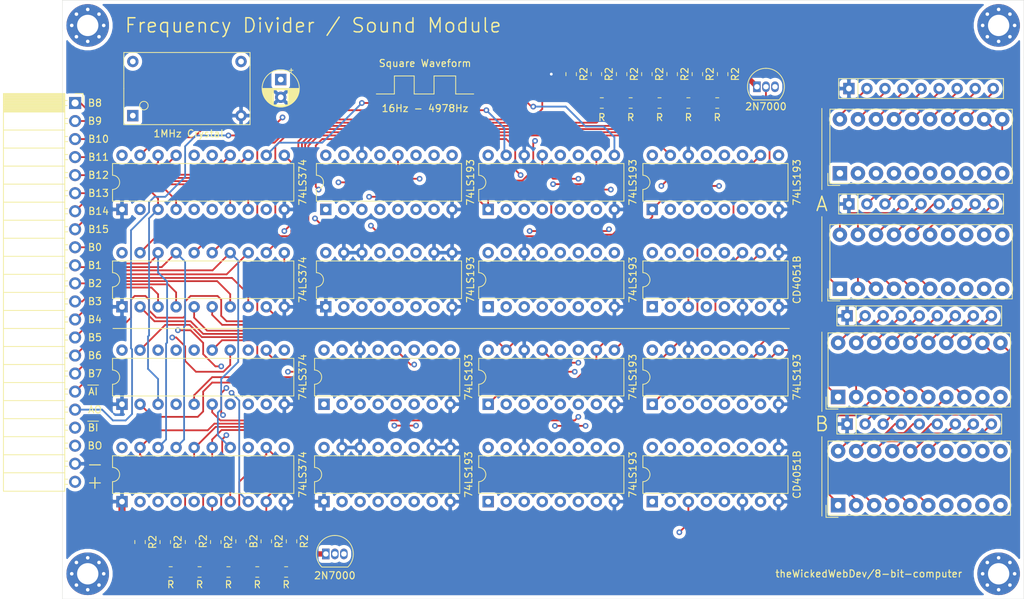
<source format=kicad_pcb>
(kicad_pcb (version 20171130) (host pcbnew "(5.1.10-1-10_14)")
  (layers (0 F.Cu signal) (1 In1.Cu signal) (2 In2.Cu signal hide) (31 B.Cu signal hide) (34 B.Paste user) (35 F.Paste user) (36 B.SilkS user) (37 F.SilkS user) (38 B.Mask user) (39 F.Mask user) (44 Edge.Cuts user))
  (net 0 "")
  (net 1 GND)
  (net 2 VCC)
  (net 3 BUS_00)
  (net 4 BUS_01)
  (net 5 BUS_02)
  (net 6 BUS_03)
  (net 7 BUS_04)
  (net 8 BUS_05)
  (net 9 BUS_06)
  (net 10 BUS_07)
  (net 11 "Net-(U2-Pad7)")
  (net 12 "Net-(U2-Pad6)")
  (net 13 "Net-(U2-Pad13)")
  (net 14 "Net-(U2-Pad12)")
  (net 15 "Net-(U4-Pad7)")
  (net 16 "Net-(U4-Pad6)")
  (net 17 "Net-(U4-Pad12)")
  (net 18 "Net-(U4-Pad3)")
  (net 19 "Net-(U4-Pad2)")
  (net 20 "Net-(U5-Pad7)")
  (net 21 "Net-(U5-Pad6)")
  (net 22 "Net-(U5-Pad12)")
  (net 23 "Net-(U5-Pad3)")
  (net 24 "Net-(U5-Pad2)")
  (net 25 "Net-(U6-Pad2)")
  (net 26 "Net-(U7-Pad6)")
  (net 27 BUS_15)
  (net 28 BUS_14)
  (net 29 BUS_13)
  (net 30 BUS_12)
  (net 31 BUS_11)
  (net 32 BUS_10)
  (net 33 BUS_09)
  (net 34 BUS_08)
  (net 35 B12)
  (net 36 B13)
  (net 37 B14)
  (net 38 B15)
  (net 39 "Net-(U2-Pad3)")
  (net 40 "Net-(U2-Pad2)")
  (net 41 B08)
  (net 42 B09)
  (net 43 B10)
  (net 44 B11)
  (net 45 "Net-(U4-Pad13)")
  (net 46 B04)
  (net 47 B05)
  (net 48 B06)
  (net 49 B07)
  (net 50 "Net-(U6-Pad7)")
  (net 51 "Net-(U6-Pad6)")
  (net 52 "Net-(U6-Pad13)")
  (net 53 "Net-(U6-Pad12)")
  (net 54 "Net-(U6-Pad3)")
  (net 55 B00)
  (net 56 B01)
  (net 57 B02)
  (net 58 B03)
  (net 59 "Net-(U8-Pad7)")
  (net 60 "Net-(U8-Pad6)")
  (net 61 "Net-(U8-Pad12)")
  (net 62 "Net-(U8-Pad3)")
  (net 63 "Net-(U8-Pad2)")
  (net 64 "Net-(U10-Pad15)")
  (net 65 "Net-(U10-Pad7)")
  (net 66 "Net-(U10-Pad6)")
  (net 67 "Net-(U10-Pad13)")
  (net 68 "Net-(U10-Pad5)")
  (net 69 "Net-(U10-Pad12)")
  (net 70 "Net-(U10-Pad3)")
  (net 71 "Net-(U10-Pad10)")
  (net 72 "Net-(U10-Pad2)")
  (net 73 "Net-(U10-Pad9)")
  (net 74 "Net-(U10-Pad1)")
  (net 75 "Net-(U9-Pad7)")
  (net 76 "Net-(U9-Pad5)")
  (net 77 "Net-(U9-Pad4)")
  (net 78 "Net-(U9-Pad2)")
  (net 79 "Net-(U9-Pad1)")
  (net 80 1MHZ_OSCILLATOR)
  (net 81 "Net-(Y1-Pad1)")
  (net 82 VOICE_A_OUT)
  (net 83 LATCH_A)
  (net 84 LATCH_B)
  (net 85 "Net-(Q1-Pad1)")
  (net 86 "Net-(Q1-Pad2)")
  (net 87 "Net-(R1-Pad2)")
  (net 88 "Net-(R3-Pad2)")
  (net 89 "Net-(R5-Pad2)")
  (net 90 "Net-(R7-Pad2)")
  (net 91 "Net-(R10-Pad2)")
  (net 92 "Net-(BAR1-Pad20)")
  (net 93 "Net-(BAR1-Pad19)")
  (net 94 "Net-(BAR1-Pad18)")
  (net 95 "Net-(BAR1-Pad17)")
  (net 96 "Net-(BAR1-Pad9)")
  (net 97 "Net-(BAR1-Pad10)")
  (net 98 "Net-(BAR1-Pad11)")
  (net 99 "Net-(BAR1-Pad12)")
  (net 100 "Net-(BAR1-Pad8)")
  (net 101 "Net-(BAR1-Pad7)")
  (net 102 "Net-(BAR1-Pad16)")
  (net 103 "Net-(BAR1-Pad15)")
  (net 104 "Net-(BAR1-Pad14)")
  (net 105 "Net-(BAR1-Pad13)")
  (net 106 "Net-(BAR2-Pad20)")
  (net 107 "Net-(BAR2-Pad19)")
  (net 108 "Net-(BAR2-Pad18)")
  (net 109 "Net-(BAR2-Pad17)")
  (net 110 "Net-(BAR2-Pad11)")
  (net 111 "Net-(BAR2-Pad12)")
  (net 112 "Net-(BAR2-Pad16)")
  (net 113 "Net-(BAR2-Pad15)")
  (net 114 "Net-(BAR2-Pad14)")
  (net 115 "Net-(BAR2-Pad13)")
  (net 116 "Net-(BAR3-Pad20)")
  (net 117 "Net-(BAR3-Pad19)")
  (net 118 "Net-(BAR3-Pad18)")
  (net 119 "Net-(BAR3-Pad17)")
  (net 120 "Net-(BAR3-Pad9)")
  (net 121 "Net-(BAR3-Pad10)")
  (net 122 "Net-(BAR3-Pad11)")
  (net 123 "Net-(BAR3-Pad12)")
  (net 124 "Net-(BAR3-Pad8)")
  (net 125 "Net-(BAR3-Pad7)")
  (net 126 "Net-(BAR3-Pad16)")
  (net 127 "Net-(BAR3-Pad15)")
  (net 128 "Net-(BAR3-Pad14)")
  (net 129 "Net-(BAR3-Pad13)")
  (net 130 "Net-(BAR4-Pad20)")
  (net 131 "Net-(BAR4-Pad19)")
  (net 132 "Net-(BAR4-Pad18)")
  (net 133 "Net-(BAR4-Pad17)")
  (net 134 "Net-(BAR4-Pad11)")
  (net 135 "Net-(BAR4-Pad12)")
  (net 136 "Net-(BAR4-Pad16)")
  (net 137 "Net-(BAR4-Pad15)")
  (net 138 "Net-(BAR4-Pad14)")
  (net 139 "Net-(BAR4-Pad13)")
  (net 140 VOICE_B_OUT)
  (net 141 "Net-(Q2-Pad1)")
  (net 142 "Net-(Q2-Pad2)")
  (net 143 "Net-(R14-Pad1)")
  (net 144 "Net-(R16-Pad1)")
  (net 145 "Net-(R18-Pad1)")
  (net 146 "Net-(R20-Pad1)")
  (net 147 "Net-(R22-Pad1)")
  (net 148 "Net-(U5-Pad13)")
  (net 149 "Net-(U12-Pad11)")
  (net 150 "Net-(U7-Pad7)")
  (net 151 "Net-(U12-Pad4)")
  (net 152 "Net-(U7-Pad12)")
  (net 153 "Net-(U7-Pad3)")
  (net 154 "Net-(U7-Pad2)")
  (net 155 "Net-(U12-Pad7)")
  (net 156 "Net-(U12-Pad6)")
  (net 157 "Net-(U12-Pad13)")
  (net 158 "Net-(U12-Pad12)")
  (net 159 "Net-(U12-Pad3)")
  (net 160 "Net-(U12-Pad2)")
  (net 161 "Net-(U14-Pad7)")
  (net 162 "Net-(U14-Pad6)")
  (net 163 "Net-(U14-Pad12)")
  (net 164 "Net-(U14-Pad3)")
  (net 165 "Net-(U14-Pad2)")
  (net 166 "Net-(U15-Pad15)")
  (net 167 "Net-(U15-Pad7)")
  (net 168 "Net-(U15-Pad6)")
  (net 169 "Net-(U15-Pad13)")
  (net 170 "Net-(U15-Pad12)")
  (net 171 "Net-(U15-Pad3)")
  (net 172 "Net-(U15-Pad10)")
  (net 173 "Net-(U15-Pad2)")
  (net 174 "Net-(U15-Pad9)")
  (net 175 "Net-(U15-Pad1)")
  (net 176 "Net-(U16-Pad7)")
  (net 177 "Net-(U16-Pad5)")
  (net 178 "Net-(U16-Pad4)")
  (net 179 "Net-(U16-Pad2)")
  (net 180 "Net-(U16-Pad1)")
  (net 181 A00)
  (net 182 A01)
  (net 183 A02)
  (net 184 A03)
  (net 185 A04)
  (net 186 A05)
  (net 187 A07)
  (net 188 A06)
  (net 189 A08)
  (net 190 A09)
  (net 191 A10)
  (net 192 A11)
  (net 193 A12)
  (net 194 A13)
  (net 195 A14)
  (net 196 A15)
  (module MountingHole:MountingHole_3mm_Pad_Via (layer F.Cu) (at 264.16 105.41)
    (fp_text reference REF** hide)
    (fp_text value MountingHole_3mm_Pad_Via hide)
    (pad 1 thru_hole circle (at 0 0) (size 6 6) (drill 3) (layers *.Cu *.Mask))
    (pad 1 thru_hole circle (at 2.25 0) (size 0.8 0.8) (drill 0.5) (layers *.Cu *.Mask))
    (pad 1 thru_hole circle (at 1.59099 1.59099) (size 0.8 0.8) (drill 0.5) (layers *.Cu *.Mask))
    (pad 1 thru_hole circle (at 0 2.25) (size 0.8 0.8) (drill 0.5) (layers *.Cu *.Mask))
    (pad 1 thru_hole circle (at -1.59099 1.59099) (size 0.8 0.8) (drill 0.5) (layers *.Cu *.Mask))
    (pad 1 thru_hole circle (at -2.25 0) (size 0.8 0.8) (drill 0.5) (layers *.Cu *.Mask))
    (pad 1 thru_hole circle (at -1.59099 -1.59099) (size 0.8 0.8) (drill 0.5) (layers *.Cu *.Mask))
    (pad 1 thru_hole circle (at 0 -2.25) (size 0.8 0.8) (drill 0.5) (layers *.Cu *.Mask))
    (pad 1 thru_hole circle (at 1.59099 -1.59099) (size 0.8 0.8) (drill 0.5) (layers *.Cu *.Mask))
  )
  (module MountingHole:MountingHole_3mm_Pad_Via (layer F.Cu) (at 264.16 28.194)
    (fp_text reference REF** hide)
    (fp_text value MountingHole_3mm_Pad_Via hide)
    (pad 1 thru_hole circle (at 1.59099 -1.59099) (size 0.8 0.8) (drill 0.5) (layers *.Cu *.Mask))
    (pad 1 thru_hole circle (at 0 -2.25) (size 0.8 0.8) (drill 0.5) (layers *.Cu *.Mask))
    (pad 1 thru_hole circle (at -1.59099 -1.59099) (size 0.8 0.8) (drill 0.5) (layers *.Cu *.Mask))
    (pad 1 thru_hole circle (at -2.25 0) (size 0.8 0.8) (drill 0.5) (layers *.Cu *.Mask))
    (pad 1 thru_hole circle (at -1.59099 1.59099) (size 0.8 0.8) (drill 0.5) (layers *.Cu *.Mask))
    (pad 1 thru_hole circle (at 0 2.25) (size 0.8 0.8) (drill 0.5) (layers *.Cu *.Mask))
    (pad 1 thru_hole circle (at 1.59099 1.59099) (size 0.8 0.8) (drill 0.5) (layers *.Cu *.Mask))
    (pad 1 thru_hole circle (at 2.25 0) (size 0.8 0.8) (drill 0.5) (layers *.Cu *.Mask))
    (pad 1 thru_hole circle (at 0 0) (size 6 6) (drill 3) (layers *.Cu *.Mask))
  )
  (module Package_DIP:DIP-16_W7.62mm (layer F.Cu) (at 215.392 67.818 90)
    (fp_text reference U16 hide)
    (fp_text value CD4051B (at 3.81 20.364 90) (layer F.SilkS))
    (pad 16 thru_hole oval (at 7.62 0 90) (size 1.6 1.6) (drill 0.8) (layers *.Cu *.Mask) (net 2 VCC))
    (pad 8 thru_hole oval (at 0 17.78 90) (size 1.6 1.6) (drill 0.8) (layers *.Cu *.Mask) (net 1 GND))
    (pad 15 thru_hole oval (at 7.62 2.54 90) (size 1.6 1.6) (drill 0.8) (layers *.Cu *.Mask) (net 173 "Net-(U15-Pad2)"))
    (pad 7 thru_hole oval (at 0 15.24 90) (size 1.6 1.6) (drill 0.8) (layers *.Cu *.Mask) (net 176 "Net-(U16-Pad7)"))
    (pad 14 thru_hole oval (at 7.62 5.08 90) (size 1.6 1.6) (drill 0.8) (layers *.Cu *.Mask) (net 168 "Net-(U15-Pad6)"))
    (pad 6 thru_hole oval (at 0 12.7 90) (size 1.6 1.6) (drill 0.8) (layers *.Cu *.Mask) (net 1 GND))
    (pad 13 thru_hole oval (at 7.62 7.62 90) (size 1.6 1.6) (drill 0.8) (layers *.Cu *.Mask) (net 167 "Net-(U15-Pad7)"))
    (pad 5 thru_hole oval (at 0 10.16 90) (size 1.6 1.6) (drill 0.8) (layers *.Cu *.Mask) (net 177 "Net-(U16-Pad5)"))
    (pad 12 thru_hole oval (at 7.62 10.16 90) (size 1.6 1.6) (drill 0.8) (layers *.Cu *.Mask) (net 171 "Net-(U15-Pad3)"))
    (pad 4 thru_hole oval (at 0 7.62 90) (size 1.6 1.6) (drill 0.8) (layers *.Cu *.Mask) (net 178 "Net-(U16-Pad4)"))
    (pad 11 thru_hole oval (at 7.62 12.7 90) (size 1.6 1.6) (drill 0.8) (layers *.Cu *.Mask) (net 188 A06))
    (pad 3 thru_hole oval (at 0 5.08 90) (size 1.6 1.6) (drill 0.8) (layers *.Cu *.Mask) (net 142 "Net-(Q2-Pad2)"))
    (pad 10 thru_hole oval (at 7.62 15.24 90) (size 1.6 1.6) (drill 0.8) (layers *.Cu *.Mask) (net 187 A07))
    (pad 2 thru_hole oval (at 0 2.54 90) (size 1.6 1.6) (drill 0.8) (layers *.Cu *.Mask) (net 179 "Net-(U16-Pad2)"))
    (pad 9 thru_hole oval (at 7.62 17.78 90) (size 1.6 1.6) (drill 0.8) (layers *.Cu *.Mask) (net 1 GND))
    (pad 1 thru_hole rect (at 0 0 90) (size 1.6 1.6) (drill 0.8) (layers *.Cu *.Mask) (net 180 "Net-(U16-Pad1)"))
  )
  (module Package_DIP:DIP-16_W7.62mm (layer F.Cu) (at 192.278 67.818 90)
    (fp_text reference U15 hide)
    (fp_text value 74LS193 (at 3.81 20.364 90) (layer F.SilkS))
    (pad 16 thru_hole oval (at 7.62 0 90) (size 1.6 1.6) (drill 0.8) (layers *.Cu *.Mask) (net 2 VCC))
    (pad 8 thru_hole oval (at 0 17.78 90) (size 1.6 1.6) (drill 0.8) (layers *.Cu *.Mask) (net 1 GND))
    (pad 15 thru_hole oval (at 7.62 2.54 90) (size 1.6 1.6) (drill 0.8) (layers *.Cu *.Mask) (net 166 "Net-(U15-Pad15)"))
    (pad 7 thru_hole oval (at 0 15.24 90) (size 1.6 1.6) (drill 0.8) (layers *.Cu *.Mask) (net 167 "Net-(U15-Pad7)"))
    (pad 14 thru_hole oval (at 7.62 5.08 90) (size 1.6 1.6) (drill 0.8) (layers *.Cu *.Mask) (net 1 GND))
    (pad 6 thru_hole oval (at 0 12.7 90) (size 1.6 1.6) (drill 0.8) (layers *.Cu *.Mask) (net 168 "Net-(U15-Pad6)"))
    (pad 13 thru_hole oval (at 7.62 7.62 90) (size 1.6 1.6) (drill 0.8) (layers *.Cu *.Mask) (net 169 "Net-(U15-Pad13)"))
    (pad 5 thru_hole oval (at 0 10.16 90) (size 1.6 1.6) (drill 0.8) (layers *.Cu *.Mask) (net 149 "Net-(U12-Pad11)"))
    (pad 12 thru_hole oval (at 7.62 10.16 90) (size 1.6 1.6) (drill 0.8) (layers *.Cu *.Mask) (net 170 "Net-(U15-Pad12)"))
    (pad 4 thru_hole oval (at 0 7.62 90) (size 1.6 1.6) (drill 0.8) (layers *.Cu *.Mask) (net 2 VCC))
    (pad 11 thru_hole oval (at 7.62 12.7 90) (size 1.6 1.6) (drill 0.8) (layers *.Cu *.Mask) (net 2 VCC))
    (pad 3 thru_hole oval (at 0 5.08 90) (size 1.6 1.6) (drill 0.8) (layers *.Cu *.Mask) (net 171 "Net-(U15-Pad3)"))
    (pad 10 thru_hole oval (at 7.62 15.24 90) (size 1.6 1.6) (drill 0.8) (layers *.Cu *.Mask) (net 172 "Net-(U15-Pad10)"))
    (pad 2 thru_hole oval (at 0 2.54 90) (size 1.6 1.6) (drill 0.8) (layers *.Cu *.Mask) (net 173 "Net-(U15-Pad2)"))
    (pad 9 thru_hole oval (at 7.62 17.78 90) (size 1.6 1.6) (drill 0.8) (layers *.Cu *.Mask) (net 174 "Net-(U15-Pad9)"))
    (pad 1 thru_hole rect (at 0 0 90) (size 1.6 1.6) (drill 0.8) (layers *.Cu *.Mask) (net 175 "Net-(U15-Pad1)"))
  )
  (module Package_DIP:DIP-16_W7.62mm (layer F.Cu) (at 169.418 67.818 90)
    (fp_text reference U14 hide)
    (fp_text value 74LS193 (at 3.81 20.364 90) (layer F.SilkS))
    (pad 16 thru_hole oval (at 7.62 0 90) (size 1.6 1.6) (drill 0.8) (layers *.Cu *.Mask) (net 2 VCC))
    (pad 8 thru_hole oval (at 0 17.78 90) (size 1.6 1.6) (drill 0.8) (layers *.Cu *.Mask) (net 1 GND))
    (pad 15 thru_hole oval (at 7.62 2.54 90) (size 1.6 1.6) (drill 0.8) (layers *.Cu *.Mask) (net 1 GND))
    (pad 7 thru_hole oval (at 0 15.24 90) (size 1.6 1.6) (drill 0.8) (layers *.Cu *.Mask) (net 161 "Net-(U14-Pad7)"))
    (pad 14 thru_hole oval (at 7.62 5.08 90) (size 1.6 1.6) (drill 0.8) (layers *.Cu *.Mask) (net 1 GND))
    (pad 6 thru_hole oval (at 0 12.7 90) (size 1.6 1.6) (drill 0.8) (layers *.Cu *.Mask) (net 162 "Net-(U14-Pad6)"))
    (pad 13 thru_hole oval (at 7.62 7.62 90) (size 1.6 1.6) (drill 0.8) (layers *.Cu *.Mask) (net 149 "Net-(U12-Pad11)"))
    (pad 5 thru_hole oval (at 0 10.16 90) (size 1.6 1.6) (drill 0.8) (layers *.Cu *.Mask) (net 2 VCC))
    (pad 12 thru_hole oval (at 7.62 10.16 90) (size 1.6 1.6) (drill 0.8) (layers *.Cu *.Mask) (net 163 "Net-(U14-Pad12)"))
    (pad 4 thru_hole oval (at 0 7.62 90) (size 1.6 1.6) (drill 0.8) (layers *.Cu *.Mask) (net 157 "Net-(U12-Pad13)"))
    (pad 11 thru_hole oval (at 7.62 12.7 90) (size 1.6 1.6) (drill 0.8) (layers *.Cu *.Mask) (net 149 "Net-(U12-Pad11)"))
    (pad 3 thru_hole oval (at 0 5.08 90) (size 1.6 1.6) (drill 0.8) (layers *.Cu *.Mask) (net 164 "Net-(U14-Pad3)"))
    (pad 10 thru_hole oval (at 7.62 15.24 90) (size 1.6 1.6) (drill 0.8) (layers *.Cu *.Mask) (net 1 GND))
    (pad 2 thru_hole oval (at 0 2.54 90) (size 1.6 1.6) (drill 0.8) (layers *.Cu *.Mask) (net 165 "Net-(U14-Pad2)"))
    (pad 9 thru_hole oval (at 7.62 17.78 90) (size 1.6 1.6) (drill 0.8) (layers *.Cu *.Mask) (net 1 GND))
    (pad 1 thru_hole rect (at 0 0 90) (size 1.6 1.6) (drill 0.8) (layers *.Cu *.Mask) (net 1 GND))
  )
  (module Package_DIP:DIP-20_W7.62mm (layer F.Cu) (at 140.716 67.818 90)
    (fp_text reference U13 hide)
    (fp_text value 74LS374 (at 3.81 25.444 90) (layer F.SilkS))
    (pad 20 thru_hole oval (at 7.62 0 90) (size 1.6 1.6) (drill 0.8) (layers *.Cu *.Mask) (net 2 VCC))
    (pad 10 thru_hole oval (at 0 22.86 90) (size 1.6 1.6) (drill 0.8) (layers *.Cu *.Mask) (net 1 GND))
    (pad 19 thru_hole oval (at 7.62 2.54 90) (size 1.6 1.6) (drill 0.8) (layers *.Cu *.Mask) (net 181 A00))
    (pad 9 thru_hole oval (at 0 20.32 90) (size 1.6 1.6) (drill 0.8) (layers *.Cu *.Mask) (net 185 A04))
    (pad 18 thru_hole oval (at 7.62 5.08 90) (size 1.6 1.6) (drill 0.8) (layers *.Cu *.Mask) (net 3 BUS_00))
    (pad 8 thru_hole oval (at 0 17.78 90) (size 1.6 1.6) (drill 0.8) (layers *.Cu *.Mask) (net 7 BUS_04))
    (pad 17 thru_hole oval (at 7.62 7.62 90) (size 1.6 1.6) (drill 0.8) (layers *.Cu *.Mask) (net 4 BUS_01))
    (pad 7 thru_hole oval (at 0 15.24 90) (size 1.6 1.6) (drill 0.8) (layers *.Cu *.Mask) (net 8 BUS_05))
    (pad 16 thru_hole oval (at 7.62 10.16 90) (size 1.6 1.6) (drill 0.8) (layers *.Cu *.Mask) (net 182 A01))
    (pad 6 thru_hole oval (at 0 12.7 90) (size 1.6 1.6) (drill 0.8) (layers *.Cu *.Mask) (net 186 A05))
    (pad 15 thru_hole oval (at 7.62 12.7 90) (size 1.6 1.6) (drill 0.8) (layers *.Cu *.Mask) (net 183 A02))
    (pad 5 thru_hole oval (at 0 10.16 90) (size 1.6 1.6) (drill 0.8) (layers *.Cu *.Mask) (net 188 A06))
    (pad 14 thru_hole oval (at 7.62 15.24 90) (size 1.6 1.6) (drill 0.8) (layers *.Cu *.Mask) (net 5 BUS_02))
    (pad 4 thru_hole oval (at 0 7.62 90) (size 1.6 1.6) (drill 0.8) (layers *.Cu *.Mask) (net 9 BUS_06))
    (pad 13 thru_hole oval (at 7.62 17.78 90) (size 1.6 1.6) (drill 0.8) (layers *.Cu *.Mask) (net 6 BUS_03))
    (pad 3 thru_hole oval (at 0 5.08 90) (size 1.6 1.6) (drill 0.8) (layers *.Cu *.Mask) (net 10 BUS_07))
    (pad 12 thru_hole oval (at 7.62 20.32 90) (size 1.6 1.6) (drill 0.8) (layers *.Cu *.Mask) (net 184 A03))
    (pad 2 thru_hole oval (at 0 2.54 90) (size 1.6 1.6) (drill 0.8) (layers *.Cu *.Mask) (net 187 A07))
    (pad 11 thru_hole oval (at 7.62 22.86 90) (size 1.6 1.6) (drill 0.8) (layers *.Cu *.Mask) (net 83 LATCH_A))
    (pad 1 thru_hole rect (at 0 0 90) (size 1.6 1.6) (drill 0.8) (layers *.Cu *.Mask) (net 1 GND))
  )
  (module Package_DIP:DIP-16_W7.62mm (layer F.Cu) (at 215.392 54.102 90)
    (fp_text reference U12 hide)
    (fp_text value 74LS193 (at 3.81 20.364 90) (layer F.SilkS))
    (pad 16 thru_hole oval (at 7.62 0 90) (size 1.6 1.6) (drill 0.8) (layers *.Cu *.Mask) (net 2 VCC))
    (pad 8 thru_hole oval (at 0 17.78 90) (size 1.6 1.6) (drill 0.8) (layers *.Cu *.Mask) (net 1 GND))
    (pad 15 thru_hole oval (at 7.62 2.54 90) (size 1.6 1.6) (drill 0.8) (layers *.Cu *.Mask) (net 193 A12))
    (pad 7 thru_hole oval (at 0 15.24 90) (size 1.6 1.6) (drill 0.8) (layers *.Cu *.Mask) (net 155 "Net-(U12-Pad7)"))
    (pad 14 thru_hole oval (at 7.62 5.08 90) (size 1.6 1.6) (drill 0.8) (layers *.Cu *.Mask) (net 1 GND))
    (pad 6 thru_hole oval (at 0 12.7 90) (size 1.6 1.6) (drill 0.8) (layers *.Cu *.Mask) (net 156 "Net-(U12-Pad6)"))
    (pad 13 thru_hole oval (at 7.62 7.62 90) (size 1.6 1.6) (drill 0.8) (layers *.Cu *.Mask) (net 157 "Net-(U12-Pad13)"))
    (pad 5 thru_hole oval (at 0 10.16 90) (size 1.6 1.6) (drill 0.8) (layers *.Cu *.Mask) (net 2 VCC))
    (pad 12 thru_hole oval (at 7.62 10.16 90) (size 1.6 1.6) (drill 0.8) (layers *.Cu *.Mask) (net 158 "Net-(U12-Pad12)"))
    (pad 4 thru_hole oval (at 0 7.62 90) (size 1.6 1.6) (drill 0.8) (layers *.Cu *.Mask) (net 151 "Net-(U12-Pad4)"))
    (pad 11 thru_hole oval (at 7.62 12.7 90) (size 1.6 1.6) (drill 0.8) (layers *.Cu *.Mask) (net 149 "Net-(U12-Pad11)"))
    (pad 3 thru_hole oval (at 0 5.08 90) (size 1.6 1.6) (drill 0.8) (layers *.Cu *.Mask) (net 159 "Net-(U12-Pad3)"))
    (pad 10 thru_hole oval (at 7.62 15.24 90) (size 1.6 1.6) (drill 0.8) (layers *.Cu *.Mask) (net 195 A14))
    (pad 2 thru_hole oval (at 0 2.54 90) (size 1.6 1.6) (drill 0.8) (layers *.Cu *.Mask) (net 160 "Net-(U12-Pad2)"))
    (pad 9 thru_hole oval (at 7.62 17.78 90) (size 1.6 1.6) (drill 0.8) (layers *.Cu *.Mask) (net 196 A15))
    (pad 1 thru_hole rect (at 0 0 90) (size 1.6 1.6) (drill 0.8) (layers *.Cu *.Mask) (net 194 A13))
  )
  (module Package_DIP:DIP-20_W7.62mm (layer F.Cu) (at 140.716 54.102 90)
    (fp_text reference U11 hide)
    (fp_text value 74LS374 (at 3.81 25.444 90) (layer F.SilkS))
    (pad 20 thru_hole oval (at 7.62 0 90) (size 1.6 1.6) (drill 0.8) (layers *.Cu *.Mask) (net 2 VCC))
    (pad 10 thru_hole oval (at 0 22.86 90) (size 1.6 1.6) (drill 0.8) (layers *.Cu *.Mask) (net 1 GND))
    (pad 19 thru_hole oval (at 7.62 2.54 90) (size 1.6 1.6) (drill 0.8) (layers *.Cu *.Mask) (net 189 A08))
    (pad 9 thru_hole oval (at 0 20.32 90) (size 1.6 1.6) (drill 0.8) (layers *.Cu *.Mask) (net 193 A12))
    (pad 18 thru_hole oval (at 7.62 5.08 90) (size 1.6 1.6) (drill 0.8) (layers *.Cu *.Mask) (net 34 BUS_08))
    (pad 8 thru_hole oval (at 0 17.78 90) (size 1.6 1.6) (drill 0.8) (layers *.Cu *.Mask) (net 30 BUS_12))
    (pad 17 thru_hole oval (at 7.62 7.62 90) (size 1.6 1.6) (drill 0.8) (layers *.Cu *.Mask) (net 33 BUS_09))
    (pad 7 thru_hole oval (at 0 15.24 90) (size 1.6 1.6) (drill 0.8) (layers *.Cu *.Mask) (net 29 BUS_13))
    (pad 16 thru_hole oval (at 7.62 10.16 90) (size 1.6 1.6) (drill 0.8) (layers *.Cu *.Mask) (net 190 A09))
    (pad 6 thru_hole oval (at 0 12.7 90) (size 1.6 1.6) (drill 0.8) (layers *.Cu *.Mask) (net 194 A13))
    (pad 15 thru_hole oval (at 7.62 12.7 90) (size 1.6 1.6) (drill 0.8) (layers *.Cu *.Mask) (net 191 A10))
    (pad 5 thru_hole oval (at 0 10.16 90) (size 1.6 1.6) (drill 0.8) (layers *.Cu *.Mask) (net 195 A14))
    (pad 14 thru_hole oval (at 7.62 15.24 90) (size 1.6 1.6) (drill 0.8) (layers *.Cu *.Mask) (net 32 BUS_10))
    (pad 4 thru_hole oval (at 0 7.62 90) (size 1.6 1.6) (drill 0.8) (layers *.Cu *.Mask) (net 28 BUS_14))
    (pad 13 thru_hole oval (at 7.62 17.78 90) (size 1.6 1.6) (drill 0.8) (layers *.Cu *.Mask) (net 31 BUS_11))
    (pad 3 thru_hole oval (at 0 5.08 90) (size 1.6 1.6) (drill 0.8) (layers *.Cu *.Mask) (net 27 BUS_15))
    (pad 12 thru_hole oval (at 7.62 20.32 90) (size 1.6 1.6) (drill 0.8) (layers *.Cu *.Mask) (net 192 A11))
    (pad 2 thru_hole oval (at 0 2.54 90) (size 1.6 1.6) (drill 0.8) (layers *.Cu *.Mask) (net 196 A15))
    (pad 11 thru_hole oval (at 7.62 22.86 90) (size 1.6 1.6) (drill 0.8) (layers *.Cu *.Mask) (net 83 LATCH_A))
    (pad 1 thru_hole rect (at 0 0 90) (size 1.6 1.6) (drill 0.8) (layers *.Cu *.Mask) (net 1 GND))
  )
  (module Package_DIP:DIP-16_W7.62mm (layer F.Cu) (at 192.278 54.102 90)
    (fp_text reference U7 hide)
    (fp_text value 74LS193 (at 3.81 20.364 90) (layer F.SilkS))
    (pad 16 thru_hole oval (at 7.62 0 90) (size 1.6 1.6) (drill 0.8) (layers *.Cu *.Mask) (net 2 VCC))
    (pad 8 thru_hole oval (at 0 17.78 90) (size 1.6 1.6) (drill 0.8) (layers *.Cu *.Mask) (net 1 GND))
    (pad 15 thru_hole oval (at 7.62 2.54 90) (size 1.6 1.6) (drill 0.8) (layers *.Cu *.Mask) (net 189 A08))
    (pad 7 thru_hole oval (at 0 15.24 90) (size 1.6 1.6) (drill 0.8) (layers *.Cu *.Mask) (net 150 "Net-(U7-Pad7)"))
    (pad 14 thru_hole oval (at 7.62 5.08 90) (size 1.6 1.6) (drill 0.8) (layers *.Cu *.Mask) (net 1 GND))
    (pad 6 thru_hole oval (at 0 12.7 90) (size 1.6 1.6) (drill 0.8) (layers *.Cu *.Mask) (net 26 "Net-(U7-Pad6)"))
    (pad 13 thru_hole oval (at 7.62 7.62 90) (size 1.6 1.6) (drill 0.8) (layers *.Cu *.Mask) (net 151 "Net-(U12-Pad4)"))
    (pad 5 thru_hole oval (at 0 10.16 90) (size 1.6 1.6) (drill 0.8) (layers *.Cu *.Mask) (net 2 VCC))
    (pad 12 thru_hole oval (at 7.62 10.16 90) (size 1.6 1.6) (drill 0.8) (layers *.Cu *.Mask) (net 152 "Net-(U7-Pad12)"))
    (pad 4 thru_hole oval (at 0 7.62 90) (size 1.6 1.6) (drill 0.8) (layers *.Cu *.Mask) (net 22 "Net-(U5-Pad12)"))
    (pad 11 thru_hole oval (at 7.62 12.7 90) (size 1.6 1.6) (drill 0.8) (layers *.Cu *.Mask) (net 149 "Net-(U12-Pad11)"))
    (pad 3 thru_hole oval (at 0 5.08 90) (size 1.6 1.6) (drill 0.8) (layers *.Cu *.Mask) (net 153 "Net-(U7-Pad3)"))
    (pad 10 thru_hole oval (at 7.62 15.24 90) (size 1.6 1.6) (drill 0.8) (layers *.Cu *.Mask) (net 191 A10))
    (pad 2 thru_hole oval (at 0 2.54 90) (size 1.6 1.6) (drill 0.8) (layers *.Cu *.Mask) (net 154 "Net-(U7-Pad2)"))
    (pad 9 thru_hole oval (at 7.62 17.78 90) (size 1.6 1.6) (drill 0.8) (layers *.Cu *.Mask) (net 192 A11))
    (pad 1 thru_hole rect (at 0 0 90) (size 1.6 1.6) (drill 0.8) (layers *.Cu *.Mask) (net 190 A09))
  )
  (module Package_DIP:DIP-16_W7.62mm (layer F.Cu) (at 169.418 54.102 90)
    (fp_text reference U5 hide)
    (fp_text value 74LS193 (at 3.81 20.364 90) (layer F.SilkS))
    (pad 16 thru_hole oval (at 7.62 0 90) (size 1.6 1.6) (drill 0.8) (layers *.Cu *.Mask) (net 2 VCC))
    (pad 8 thru_hole oval (at 0 17.78 90) (size 1.6 1.6) (drill 0.8) (layers *.Cu *.Mask) (net 1 GND))
    (pad 15 thru_hole oval (at 7.62 2.54 90) (size 1.6 1.6) (drill 0.8) (layers *.Cu *.Mask) (net 2 VCC))
    (pad 7 thru_hole oval (at 0 15.24 90) (size 1.6 1.6) (drill 0.8) (layers *.Cu *.Mask) (net 20 "Net-(U5-Pad7)"))
    (pad 14 thru_hole oval (at 7.62 5.08 90) (size 1.6 1.6) (drill 0.8) (layers *.Cu *.Mask) (net 1 GND))
    (pad 6 thru_hole oval (at 0 12.7 90) (size 1.6 1.6) (drill 0.8) (layers *.Cu *.Mask) (net 21 "Net-(U5-Pad6)"))
    (pad 13 thru_hole oval (at 7.62 7.62 90) (size 1.6 1.6) (drill 0.8) (layers *.Cu *.Mask) (net 148 "Net-(U5-Pad13)"))
    (pad 5 thru_hole oval (at 0 10.16 90) (size 1.6 1.6) (drill 0.8) (layers *.Cu *.Mask) (net 80 1MHZ_OSCILLATOR))
    (pad 12 thru_hole oval (at 7.62 10.16 90) (size 1.6 1.6) (drill 0.8) (layers *.Cu *.Mask) (net 22 "Net-(U5-Pad12)"))
    (pad 4 thru_hole oval (at 0 7.62 90) (size 1.6 1.6) (drill 0.8) (layers *.Cu *.Mask) (net 2 VCC))
    (pad 11 thru_hole oval (at 7.62 12.7 90) (size 1.6 1.6) (drill 0.8) (layers *.Cu *.Mask) (net 149 "Net-(U12-Pad11)"))
    (pad 3 thru_hole oval (at 0 5.08 90) (size 1.6 1.6) (drill 0.8) (layers *.Cu *.Mask) (net 23 "Net-(U5-Pad3)"))
    (pad 10 thru_hole oval (at 7.62 15.24 90) (size 1.6 1.6) (drill 0.8) (layers *.Cu *.Mask) (net 2 VCC))
    (pad 2 thru_hole oval (at 0 2.54 90) (size 1.6 1.6) (drill 0.8) (layers *.Cu *.Mask) (net 24 "Net-(U5-Pad2)"))
    (pad 9 thru_hole oval (at 7.62 17.78 90) (size 1.6 1.6) (drill 0.8) (layers *.Cu *.Mask) (net 2 VCC))
    (pad 1 thru_hole rect (at 0 0 90) (size 1.6 1.6) (drill 0.8) (layers *.Cu *.Mask) (net 2 VCC))
  )
  (module Resistor_THT:R_Array_SIP9 (layer F.Cu) (at 243.078 37.084)
    (fp_text reference RN4 hide)
    (fp_text value R_Network08 hide)
    (pad 9 thru_hole oval (at 20.32 0) (size 1.6 1.6) (drill 0.8) (layers *.Cu *.Mask) (net 139 "Net-(BAR4-Pad13)"))
    (pad 8 thru_hole oval (at 17.78 0) (size 1.6 1.6) (drill 0.8) (layers *.Cu *.Mask) (net 138 "Net-(BAR4-Pad14)"))
    (pad 7 thru_hole oval (at 15.24 0) (size 1.6 1.6) (drill 0.8) (layers *.Cu *.Mask) (net 137 "Net-(BAR4-Pad15)"))
    (pad 6 thru_hole oval (at 12.7 0) (size 1.6 1.6) (drill 0.8) (layers *.Cu *.Mask) (net 136 "Net-(BAR4-Pad16)"))
    (pad 5 thru_hole oval (at 10.16 0) (size 1.6 1.6) (drill 0.8) (layers *.Cu *.Mask) (net 133 "Net-(BAR4-Pad17)"))
    (pad 4 thru_hole oval (at 7.62 0) (size 1.6 1.6) (drill 0.8) (layers *.Cu *.Mask) (net 132 "Net-(BAR4-Pad18)"))
    (pad 3 thru_hole oval (at 5.08 0) (size 1.6 1.6) (drill 0.8) (layers *.Cu *.Mask) (net 131 "Net-(BAR4-Pad19)"))
    (pad 2 thru_hole oval (at 2.54 0) (size 1.6 1.6) (drill 0.8) (layers *.Cu *.Mask) (net 130 "Net-(BAR4-Pad20)"))
    (pad 1 thru_hole rect (at 0 0) (size 1.6 1.6) (drill 0.8) (layers *.Cu *.Mask) (net 1 GND))
  )
  (module Resistor_THT:R_Array_SIP9 (layer F.Cu) (at 243.078 53.34)
    (fp_text reference RN3 hide)
    (fp_text value R_Network08 hide)
    (pad 9 thru_hole oval (at 20.32 0) (size 1.6 1.6) (drill 0.8) (layers *.Cu *.Mask) (net 127 "Net-(BAR3-Pad15)"))
    (pad 8 thru_hole oval (at 17.78 0) (size 1.6 1.6) (drill 0.8) (layers *.Cu *.Mask) (net 126 "Net-(BAR3-Pad16)"))
    (pad 7 thru_hole oval (at 15.24 0) (size 1.6 1.6) (drill 0.8) (layers *.Cu *.Mask) (net 119 "Net-(BAR3-Pad17)"))
    (pad 6 thru_hole oval (at 12.7 0) (size 1.6 1.6) (drill 0.8) (layers *.Cu *.Mask) (net 118 "Net-(BAR3-Pad18)"))
    (pad 5 thru_hole oval (at 10.16 0) (size 1.6 1.6) (drill 0.8) (layers *.Cu *.Mask) (net 117 "Net-(BAR3-Pad19)"))
    (pad 4 thru_hole oval (at 7.62 0) (size 1.6 1.6) (drill 0.8) (layers *.Cu *.Mask) (net 116 "Net-(BAR3-Pad20)"))
    (pad 3 thru_hole oval (at 5.08 0) (size 1.6 1.6) (drill 0.8) (layers *.Cu *.Mask) (net 134 "Net-(BAR4-Pad11)"))
    (pad 2 thru_hole oval (at 2.54 0) (size 1.6 1.6) (drill 0.8) (layers *.Cu *.Mask) (net 135 "Net-(BAR4-Pad12)"))
    (pad 1 thru_hole rect (at 0 0) (size 1.6 1.6) (drill 0.8) (layers *.Cu *.Mask) (net 1 GND))
  )
  (module Resistor_SMD:R_0805_2012Metric (layer F.Cu) (at 207.518 35.052 270)
    (fp_text reference R24 hide)
    (fp_text value R_Small_US hide)
    (fp_text user R2 (at 0 -1.778 270) (layer F.SilkS))
    (pad 2 smd roundrect (at 0.9125 0 270) (size 1.025 1.4) (layers F.Cu F.Paste F.Mask) (roundrect_rratio 0.2439014634146341) (net 147 "Net-(R22-Pad1)"))
    (pad 1 smd roundrect (at -0.9125 0 270) (size 1.025 1.4) (layers F.Cu F.Paste F.Mask) (roundrect_rratio 0.2439014634146341) (net 181 A00))
  )
  (module Resistor_SMD:R_0805_2012Metric (layer F.Cu) (at 203.962 35.052 270)
    (fp_text reference R23 hide)
    (fp_text value R_Small_US hide)
    (fp_text user R2 (at 0 -1.778 90) (layer F.SilkS))
    (pad 2 smd roundrect (at 0.9125 0 270) (size 1.025 1.4) (layers F.Cu F.Paste F.Mask) (roundrect_rratio 0.2439014634146341) (net 147 "Net-(R22-Pad1)"))
    (pad 1 smd roundrect (at -0.9125 0 270) (size 1.025 1.4) (layers F.Cu F.Paste F.Mask) (roundrect_rratio 0.2439014634146341) (net 1 GND))
  )
  (module Resistor_SMD:R_0805_2012Metric (layer F.Cu) (at 208.28 39.116)
    (fp_text reference R22 hide)
    (fp_text value R_Small_US hide)
    (fp_text user R (at 0 2.032) (layer F.SilkS))
    (pad 2 smd roundrect (at 0.9125 0) (size 1.025 1.4) (layers F.Cu F.Paste F.Mask) (roundrect_rratio 0.2439014634146341) (net 146 "Net-(R20-Pad1)"))
    (pad 1 smd roundrect (at -0.9125 0) (size 1.025 1.4) (layers F.Cu F.Paste F.Mask) (roundrect_rratio 0.2439014634146341) (net 147 "Net-(R22-Pad1)"))
  )
  (module Resistor_SMD:R_0805_2012Metric (layer F.Cu) (at 211.074 35.052 270)
    (fp_text reference R21 hide)
    (fp_text value R_Small_US hide)
    (fp_text user R2 (at 0 -1.778 90) (layer F.SilkS))
    (pad 2 smd roundrect (at 0.9125 0 270) (size 1.025 1.4) (layers F.Cu F.Paste F.Mask) (roundrect_rratio 0.2439014634146341) (net 146 "Net-(R20-Pad1)"))
    (pad 1 smd roundrect (at -0.9125 0 270) (size 1.025 1.4) (layers F.Cu F.Paste F.Mask) (roundrect_rratio 0.2439014634146341) (net 182 A01))
  )
  (module Resistor_SMD:R_0805_2012Metric (layer F.Cu) (at 212.344 39.116)
    (fp_text reference R20 hide)
    (fp_text value R_Small_US hide)
    (fp_text user R (at 0 2.032) (layer F.SilkS))
    (pad 2 smd roundrect (at 0.9125 0) (size 1.025 1.4) (layers F.Cu F.Paste F.Mask) (roundrect_rratio 0.2439014634146341) (net 145 "Net-(R18-Pad1)"))
    (pad 1 smd roundrect (at -0.9125 0) (size 1.025 1.4) (layers F.Cu F.Paste F.Mask) (roundrect_rratio 0.2439014634146341) (net 146 "Net-(R20-Pad1)"))
  )
  (module Resistor_SMD:R_0805_2012Metric (layer F.Cu) (at 214.63 35.052 270)
    (fp_text reference R19 hide)
    (fp_text value R_Small_US hide)
    (fp_text user R2 (at 0 -1.778 270) (layer F.SilkS))
    (pad 2 smd roundrect (at 0.9125 0 270) (size 1.025 1.4) (layers F.Cu F.Paste F.Mask) (roundrect_rratio 0.2439014634146341) (net 145 "Net-(R18-Pad1)"))
    (pad 1 smd roundrect (at -0.9125 0 270) (size 1.025 1.4) (layers F.Cu F.Paste F.Mask) (roundrect_rratio 0.2439014634146341) (net 183 A02))
  )
  (module Resistor_SMD:R_0805_2012Metric (layer F.Cu) (at 216.408 39.116)
    (fp_text reference R18 hide)
    (fp_text value R_Small_US hide)
    (fp_text user R (at 0 2.032) (layer F.SilkS))
    (pad 2 smd roundrect (at 0.9125 0) (size 1.025 1.4) (layers F.Cu F.Paste F.Mask) (roundrect_rratio 0.2439014634146341) (net 144 "Net-(R16-Pad1)"))
    (pad 1 smd roundrect (at -0.9125 0) (size 1.025 1.4) (layers F.Cu F.Paste F.Mask) (roundrect_rratio 0.2439014634146341) (net 145 "Net-(R18-Pad1)"))
  )
  (module Resistor_SMD:R_0805_2012Metric (layer F.Cu) (at 218.186 35.052 270)
    (fp_text reference R17 hide)
    (fp_text value R_Small_US hide)
    (fp_text user R2 (at 0 -1.778 270) (layer F.SilkS))
    (pad 2 smd roundrect (at 0.9125 0 270) (size 1.025 1.4) (layers F.Cu F.Paste F.Mask) (roundrect_rratio 0.2439014634146341) (net 144 "Net-(R16-Pad1)"))
    (pad 1 smd roundrect (at -0.9125 0 270) (size 1.025 1.4) (layers F.Cu F.Paste F.Mask) (roundrect_rratio 0.2439014634146341) (net 184 A03))
  )
  (module Resistor_SMD:R_0805_2012Metric (layer F.Cu) (at 220.472 39.116)
    (fp_text reference R16 hide)
    (fp_text value R_Small_US hide)
    (fp_text user R (at 0 2.032) (layer F.SilkS))
    (pad 2 smd roundrect (at 0.9125 0) (size 1.025 1.4) (layers F.Cu F.Paste F.Mask) (roundrect_rratio 0.2439014634146341) (net 143 "Net-(R14-Pad1)"))
    (pad 1 smd roundrect (at -0.9125 0) (size 1.025 1.4) (layers F.Cu F.Paste F.Mask) (roundrect_rratio 0.2439014634146341) (net 144 "Net-(R16-Pad1)"))
  )
  (module Resistor_SMD:R_0805_2012Metric (layer F.Cu) (at 221.742 35.052 270)
    (fp_text reference R15 hide)
    (fp_text value R_Small_US hide)
    (fp_text user R2 (at 0 -1.778 270) (layer F.SilkS))
    (pad 2 smd roundrect (at 0.9125 0 270) (size 1.025 1.4) (layers F.Cu F.Paste F.Mask) (roundrect_rratio 0.2439014634146341) (net 143 "Net-(R14-Pad1)"))
    (pad 1 smd roundrect (at -0.9125 0 270) (size 1.025 1.4) (layers F.Cu F.Paste F.Mask) (roundrect_rratio 0.2439014634146341) (net 185 A04))
  )
  (module Resistor_SMD:R_0805_2012Metric (layer F.Cu) (at 224.536 39.116)
    (fp_text reference R14 hide)
    (fp_text value R_Small_US hide)
    (fp_text user R (at 0 2.032) (layer F.SilkS))
    (pad 2 smd roundrect (at 0.9125 0) (size 1.025 1.4) (layers F.Cu F.Paste F.Mask) (roundrect_rratio 0.2439014634146341) (net 141 "Net-(Q2-Pad1)"))
    (pad 1 smd roundrect (at -0.9125 0) (size 1.025 1.4) (layers F.Cu F.Paste F.Mask) (roundrect_rratio 0.2439014634146341) (net 143 "Net-(R14-Pad1)"))
  )
  (module Resistor_SMD:R_0805_2012Metric (layer F.Cu) (at 225.298 35.052 270)
    (fp_text reference R13 hide)
    (fp_text value R_Small_US hide)
    (fp_text user R2 (at 0 -1.778 270) (layer F.SilkS))
    (pad 2 smd roundrect (at 0.9125 0 270) (size 1.025 1.4) (layers F.Cu F.Paste F.Mask) (roundrect_rratio 0.2439014634146341) (net 141 "Net-(Q2-Pad1)"))
    (pad 1 smd roundrect (at -0.9125 0 270) (size 1.025 1.4) (layers F.Cu F.Paste F.Mask) (roundrect_rratio 0.2439014634146341) (net 186 A05))
  )
  (module Package_TO_SOT_THT:TO-92_Inline (layer F.Cu) (at 230.124 36.83)
    (fp_text reference Q2 hide)
    (fp_text value 2N7000 (at 1.27 2.79) (layer F.SilkS))
    (pad 1 thru_hole rect (at 0 0) (size 1.05 1.5) (drill 0.75) (layers *.Cu *.Mask) (net 141 "Net-(Q2-Pad1)"))
    (pad 3 thru_hole oval (at 2.54 0) (size 1.05 1.5) (drill 0.75) (layers *.Cu *.Mask) (net 82 VOICE_A_OUT))
    (pad 2 thru_hole oval (at 1.27 0) (size 1.05 1.5) (drill 0.75) (layers *.Cu *.Mask) (net 142 "Net-(Q2-Pad2)"))
  )
  (module Connector_PinSocket_2.54mm:PinSocket_1x22_P2.54mm_Horizontal (layer F.Cu) (at 134.112 39.116)
    (fp_text reference J69 hide)
    (fp_text value Conn_01x22 hide)
    (pad 22 thru_hole oval (at 0 53.34) (size 1.7 1.7) (drill 1) (layers *.Cu *.Mask) (net 2 VCC))
    (pad 21 thru_hole oval (at 0 50.8) (size 1.7 1.7) (drill 1) (layers *.Cu *.Mask) (net 1 GND))
    (pad 20 thru_hole oval (at 0 48.26) (size 1.7 1.7) (drill 1) (layers *.Cu *.Mask) (net 140 VOICE_B_OUT))
    (pad 19 thru_hole oval (at 0 45.72) (size 1.7 1.7) (drill 1) (layers *.Cu *.Mask) (net 84 LATCH_B))
    (pad 18 thru_hole oval (at 0 43.18) (size 1.7 1.7) (drill 1) (layers *.Cu *.Mask) (net 82 VOICE_A_OUT))
    (pad 17 thru_hole oval (at 0 40.64) (size 1.7 1.7) (drill 1) (layers *.Cu *.Mask) (net 83 LATCH_A))
    (pad 16 thru_hole oval (at 0 38.1) (size 1.7 1.7) (drill 1) (layers *.Cu *.Mask) (net 10 BUS_07))
    (pad 15 thru_hole oval (at 0 35.56) (size 1.7 1.7) (drill 1) (layers *.Cu *.Mask) (net 9 BUS_06))
    (pad 14 thru_hole oval (at 0 33.02) (size 1.7 1.7) (drill 1) (layers *.Cu *.Mask) (net 8 BUS_05))
    (pad 13 thru_hole oval (at 0 30.48) (size 1.7 1.7) (drill 1) (layers *.Cu *.Mask) (net 7 BUS_04))
    (pad 12 thru_hole oval (at 0 27.94) (size 1.7 1.7) (drill 1) (layers *.Cu *.Mask) (net 6 BUS_03))
    (pad 11 thru_hole oval (at 0 25.4) (size 1.7 1.7) (drill 1) (layers *.Cu *.Mask) (net 5 BUS_02))
    (pad 10 thru_hole oval (at 0 22.86) (size 1.7 1.7) (drill 1) (layers *.Cu *.Mask) (net 4 BUS_01))
    (pad 9 thru_hole oval (at 0 20.32) (size 1.7 1.7) (drill 1) (layers *.Cu *.Mask) (net 3 BUS_00))
    (pad 8 thru_hole oval (at 0 17.78) (size 1.7 1.7) (drill 1) (layers *.Cu *.Mask) (net 27 BUS_15))
    (pad 7 thru_hole oval (at 0 15.24) (size 1.7 1.7) (drill 1) (layers *.Cu *.Mask) (net 28 BUS_14))
    (pad 6 thru_hole oval (at 0 12.7) (size 1.7 1.7) (drill 1) (layers *.Cu *.Mask) (net 29 BUS_13))
    (pad 5 thru_hole oval (at 0 10.16) (size 1.7 1.7) (drill 1) (layers *.Cu *.Mask) (net 30 BUS_12))
    (pad 4 thru_hole oval (at 0 7.62) (size 1.7 1.7) (drill 1) (layers *.Cu *.Mask) (net 31 BUS_11))
    (pad 3 thru_hole oval (at 0 5.08) (size 1.7 1.7) (drill 1) (layers *.Cu *.Mask) (net 32 BUS_10))
    (pad 2 thru_hole oval (at 0 2.54) (size 1.7 1.7) (drill 1) (layers *.Cu *.Mask) (net 33 BUS_09))
    (pad 1 thru_hole rect (at 0 0) (size 1.7 1.7) (drill 1) (layers *.Cu *.Mask) (net 34 BUS_08))
  )
  (module Display:HDSP-4830 (layer F.Cu) (at 241.808 49.022 90)
    (fp_text reference BAR4 hide)
    (fp_text value HDSP-4830_2 hide)
    (pad 20 thru_hole circle (at 7.62 0) (size 2.032 2.032) (drill 0.9144) (layers *.Cu *.Mask) (net 130 "Net-(BAR4-Pad20)"))
    (pad 19 thru_hole circle (at 7.62 2.54) (size 2.032 2.032) (drill 0.9144) (layers *.Cu *.Mask) (net 131 "Net-(BAR4-Pad19)"))
    (pad 18 thru_hole circle (at 7.62 5.08) (size 2.032 2.032) (drill 0.9144) (layers *.Cu *.Mask) (net 132 "Net-(BAR4-Pad18)"))
    (pad 17 thru_hole circle (at 7.62 7.62) (size 2.032 2.032) (drill 0.9144) (layers *.Cu *.Mask) (net 133 "Net-(BAR4-Pad17)"))
    (pad 9 thru_hole circle (at 0 20.32) (size 2.032 2.032) (drill 0.9144) (layers *.Cu *.Mask) (net 187 A07))
    (pad 10 thru_hole circle (at 0 22.86) (size 2.032 2.032) (drill 0.9144) (layers *.Cu *.Mask) (net 188 A06))
    (pad 11 thru_hole circle (at 7.62 22.86) (size 2.032 2.032) (drill 0.9144) (layers *.Cu *.Mask) (net 134 "Net-(BAR4-Pad11)"))
    (pad 12 thru_hole circle (at 7.62 20.32) (size 2.032 2.032) (drill 0.9144) (layers *.Cu *.Mask) (net 135 "Net-(BAR4-Pad12)"))
    (pad 8 thru_hole circle (at 0 17.78) (size 2.032 2.032) (drill 0.9144) (layers *.Cu *.Mask) (net 189 A08))
    (pad 7 thru_hole circle (at 0 15.24) (size 2.032 2.032) (drill 0.9144) (layers *.Cu *.Mask) (net 190 A09))
    (pad 6 thru_hole circle (at 0 12.7) (size 2.032 2.032) (drill 0.9144) (layers *.Cu *.Mask) (net 191 A10))
    (pad 5 thru_hole circle (at 0 10.16) (size 2.032 2.032) (drill 0.9144) (layers *.Cu *.Mask) (net 192 A11))
    (pad 16 thru_hole circle (at 7.62 10.16) (size 2.032 2.032) (drill 0.9144) (layers *.Cu *.Mask) (net 136 "Net-(BAR4-Pad16)"))
    (pad 15 thru_hole circle (at 7.62 12.7) (size 2.032 2.032) (drill 0.9144) (layers *.Cu *.Mask) (net 137 "Net-(BAR4-Pad15)"))
    (pad 14 thru_hole circle (at 7.62 15.24) (size 2.032 2.032) (drill 0.9144) (layers *.Cu *.Mask) (net 138 "Net-(BAR4-Pad14)"))
    (pad 13 thru_hole circle (at 7.62 17.78) (size 2.032 2.032) (drill 0.9144) (layers *.Cu *.Mask) (net 139 "Net-(BAR4-Pad13)"))
    (pad 4 thru_hole circle (at 0 7.62) (size 2.032 2.032) (drill 0.9144) (layers *.Cu *.Mask) (net 193 A12))
    (pad 3 thru_hole circle (at 0 5.08) (size 2.032 2.032) (drill 0.9144) (layers *.Cu *.Mask) (net 194 A13))
    (pad 2 thru_hole circle (at 0 2.54) (size 2.032 2.032) (drill 0.9144) (layers *.Cu *.Mask) (net 195 A14))
    (pad 1 thru_hole rect (at 0 0) (size 2.032 2.032) (drill 0.9144) (layers *.Cu *.Mask) (net 196 A15))
  )
  (module Display:HDSP-4830 (layer F.Cu) (at 241.808 65.278 90)
    (fp_text reference BAR3 hide)
    (fp_text value HDSP-4830_2 hide)
    (pad 20 thru_hole circle (at 7.62 0) (size 2.032 2.032) (drill 0.9144) (layers *.Cu *.Mask) (net 116 "Net-(BAR3-Pad20)"))
    (pad 19 thru_hole circle (at 7.62 2.54) (size 2.032 2.032) (drill 0.9144) (layers *.Cu *.Mask) (net 117 "Net-(BAR3-Pad19)"))
    (pad 18 thru_hole circle (at 7.62 5.08) (size 2.032 2.032) (drill 0.9144) (layers *.Cu *.Mask) (net 118 "Net-(BAR3-Pad18)"))
    (pad 17 thru_hole circle (at 7.62 7.62) (size 2.032 2.032) (drill 0.9144) (layers *.Cu *.Mask) (net 119 "Net-(BAR3-Pad17)"))
    (pad 9 thru_hole circle (at 0 20.32) (size 2.032 2.032) (drill 0.9144) (layers *.Cu *.Mask) (net 120 "Net-(BAR3-Pad9)"))
    (pad 10 thru_hole circle (at 0 22.86) (size 2.032 2.032) (drill 0.9144) (layers *.Cu *.Mask) (net 121 "Net-(BAR3-Pad10)"))
    (pad 11 thru_hole circle (at 7.62 22.86) (size 2.032 2.032) (drill 0.9144) (layers *.Cu *.Mask) (net 122 "Net-(BAR3-Pad11)"))
    (pad 12 thru_hole circle (at 7.62 20.32) (size 2.032 2.032) (drill 0.9144) (layers *.Cu *.Mask) (net 123 "Net-(BAR3-Pad12)"))
    (pad 8 thru_hole circle (at 0 17.78) (size 2.032 2.032) (drill 0.9144) (layers *.Cu *.Mask) (net 124 "Net-(BAR3-Pad8)"))
    (pad 7 thru_hole circle (at 0 15.24) (size 2.032 2.032) (drill 0.9144) (layers *.Cu *.Mask) (net 125 "Net-(BAR3-Pad7)"))
    (pad 6 thru_hole circle (at 0 12.7) (size 2.032 2.032) (drill 0.9144) (layers *.Cu *.Mask) (net 181 A00))
    (pad 5 thru_hole circle (at 0 10.16) (size 2.032 2.032) (drill 0.9144) (layers *.Cu *.Mask) (net 182 A01))
    (pad 16 thru_hole circle (at 7.62 10.16) (size 2.032 2.032) (drill 0.9144) (layers *.Cu *.Mask) (net 126 "Net-(BAR3-Pad16)"))
    (pad 15 thru_hole circle (at 7.62 12.7) (size 2.032 2.032) (drill 0.9144) (layers *.Cu *.Mask) (net 127 "Net-(BAR3-Pad15)"))
    (pad 14 thru_hole circle (at 7.62 15.24) (size 2.032 2.032) (drill 0.9144) (layers *.Cu *.Mask) (net 128 "Net-(BAR3-Pad14)"))
    (pad 13 thru_hole circle (at 7.62 17.78) (size 2.032 2.032) (drill 0.9144) (layers *.Cu *.Mask) (net 129 "Net-(BAR3-Pad13)"))
    (pad 4 thru_hole circle (at 0 7.62) (size 2.032 2.032) (drill 0.9144) (layers *.Cu *.Mask) (net 183 A02))
    (pad 3 thru_hole circle (at 0 5.08) (size 2.032 2.032) (drill 0.9144) (layers *.Cu *.Mask) (net 184 A03))
    (pad 2 thru_hole circle (at 0 2.54) (size 2.032 2.032) (drill 0.9144) (layers *.Cu *.Mask) (net 185 A04))
    (pad 1 thru_hole rect (at 0 0) (size 2.032 2.032) (drill 0.9144) (layers *.Cu *.Mask) (net 186 A05))
  )
  (module MountingHole:MountingHole_3mm_Pad_Via (layer F.Cu) (at 135.89 28.194)
    (fp_text reference REF** hide)
    (fp_text value MountingHole_3mm_Pad_Via hide)
    (pad 1 thru_hole circle (at 0 0) (size 6 6) (drill 3) (layers *.Cu *.Mask))
    (pad 1 thru_hole circle (at 2.25 0) (size 0.8 0.8) (drill 0.5) (layers *.Cu *.Mask))
    (pad 1 thru_hole circle (at 1.59099 1.59099) (size 0.8 0.8) (drill 0.5) (layers *.Cu *.Mask))
    (pad 1 thru_hole circle (at 0 2.25) (size 0.8 0.8) (drill 0.5) (layers *.Cu *.Mask))
    (pad 1 thru_hole circle (at -1.59099 1.59099) (size 0.8 0.8) (drill 0.5) (layers *.Cu *.Mask))
    (pad 1 thru_hole circle (at -2.25 0) (size 0.8 0.8) (drill 0.5) (layers *.Cu *.Mask))
    (pad 1 thru_hole circle (at -1.59099 -1.59099) (size 0.8 0.8) (drill 0.5) (layers *.Cu *.Mask))
    (pad 1 thru_hole circle (at 0 -2.25) (size 0.8 0.8) (drill 0.5) (layers *.Cu *.Mask))
    (pad 1 thru_hole circle (at 1.59099 -1.59099) (size 0.8 0.8) (drill 0.5) (layers *.Cu *.Mask))
  )
  (module MountingHole:MountingHole_3mm_Pad_Via (layer F.Cu) (at 135.89 105.41)
    (fp_text reference REF** hide)
    (fp_text value MountingHole_3mm_Pad_Via hide)
    (pad 1 thru_hole circle (at 1.59099 -1.59099) (size 0.8 0.8) (drill 0.5) (layers *.Cu *.Mask))
    (pad 1 thru_hole circle (at 0 -2.25) (size 0.8 0.8) (drill 0.5) (layers *.Cu *.Mask))
    (pad 1 thru_hole circle (at -1.59099 -1.59099) (size 0.8 0.8) (drill 0.5) (layers *.Cu *.Mask))
    (pad 1 thru_hole circle (at -2.25 0) (size 0.8 0.8) (drill 0.5) (layers *.Cu *.Mask))
    (pad 1 thru_hole circle (at -1.59099 1.59099) (size 0.8 0.8) (drill 0.5) (layers *.Cu *.Mask))
    (pad 1 thru_hole circle (at 0 2.25) (size 0.8 0.8) (drill 0.5) (layers *.Cu *.Mask))
    (pad 1 thru_hole circle (at 1.59099 1.59099) (size 0.8 0.8) (drill 0.5) (layers *.Cu *.Mask))
    (pad 1 thru_hole circle (at 2.25 0) (size 0.8 0.8) (drill 0.5) (layers *.Cu *.Mask))
    (pad 1 thru_hole circle (at 0 0) (size 6 6) (drill 3) (layers *.Cu *.Mask))
  )
  (module Resistor_THT:R_Array_SIP9 (layer F.Cu) (at 242.824 69.088)
    (fp_text reference RN2 hide)
    (fp_text value R_Network08 hide)
    (pad 9 thru_hole oval (at 20.32 0) (size 1.6 1.6) (drill 0.8) (layers *.Cu *.Mask) (net 115 "Net-(BAR2-Pad13)"))
    (pad 8 thru_hole oval (at 17.78 0) (size 1.6 1.6) (drill 0.8) (layers *.Cu *.Mask) (net 114 "Net-(BAR2-Pad14)"))
    (pad 7 thru_hole oval (at 15.24 0) (size 1.6 1.6) (drill 0.8) (layers *.Cu *.Mask) (net 113 "Net-(BAR2-Pad15)"))
    (pad 6 thru_hole oval (at 12.7 0) (size 1.6 1.6) (drill 0.8) (layers *.Cu *.Mask) (net 112 "Net-(BAR2-Pad16)"))
    (pad 5 thru_hole oval (at 10.16 0) (size 1.6 1.6) (drill 0.8) (layers *.Cu *.Mask) (net 109 "Net-(BAR2-Pad17)"))
    (pad 4 thru_hole oval (at 7.62 0) (size 1.6 1.6) (drill 0.8) (layers *.Cu *.Mask) (net 108 "Net-(BAR2-Pad18)"))
    (pad 3 thru_hole oval (at 5.08 0) (size 1.6 1.6) (drill 0.8) (layers *.Cu *.Mask) (net 107 "Net-(BAR2-Pad19)"))
    (pad 2 thru_hole oval (at 2.54 0) (size 1.6 1.6) (drill 0.8) (layers *.Cu *.Mask) (net 106 "Net-(BAR2-Pad20)"))
    (pad 1 thru_hole rect (at 0 0) (size 1.6 1.6) (drill 0.8) (layers *.Cu *.Mask) (net 1 GND))
  )
  (module Resistor_THT:R_Array_SIP9 (layer F.Cu) (at 242.824 84.328)
    (fp_text reference RN1 hide)
    (fp_text value R_Network08 hide)
    (pad 9 thru_hole oval (at 20.32 0) (size 1.6 1.6) (drill 0.8) (layers *.Cu *.Mask) (net 103 "Net-(BAR1-Pad15)"))
    (pad 8 thru_hole oval (at 17.78 0) (size 1.6 1.6) (drill 0.8) (layers *.Cu *.Mask) (net 102 "Net-(BAR1-Pad16)"))
    (pad 7 thru_hole oval (at 15.24 0) (size 1.6 1.6) (drill 0.8) (layers *.Cu *.Mask) (net 95 "Net-(BAR1-Pad17)"))
    (pad 6 thru_hole oval (at 12.7 0) (size 1.6 1.6) (drill 0.8) (layers *.Cu *.Mask) (net 94 "Net-(BAR1-Pad18)"))
    (pad 5 thru_hole oval (at 10.16 0) (size 1.6 1.6) (drill 0.8) (layers *.Cu *.Mask) (net 93 "Net-(BAR1-Pad19)"))
    (pad 4 thru_hole oval (at 7.62 0) (size 1.6 1.6) (drill 0.8) (layers *.Cu *.Mask) (net 92 "Net-(BAR1-Pad20)"))
    (pad 3 thru_hole oval (at 5.08 0) (size 1.6 1.6) (drill 0.8) (layers *.Cu *.Mask) (net 110 "Net-(BAR2-Pad11)"))
    (pad 2 thru_hole oval (at 2.54 0) (size 1.6 1.6) (drill 0.8) (layers *.Cu *.Mask) (net 111 "Net-(BAR2-Pad12)"))
    (pad 1 thru_hole rect (at 0 0) (size 1.6 1.6) (drill 0.8) (layers *.Cu *.Mask) (net 1 GND))
  )
  (module Display:HDSP-4830 (layer F.Cu) (at 241.554 80.518 90)
    (fp_text reference BAR2 hide)
    (fp_text value HDSP-4830_2 hide)
    (pad 20 thru_hole circle (at 7.62 0) (size 2.032 2.032) (drill 0.9144) (layers *.Cu *.Mask) (net 106 "Net-(BAR2-Pad20)"))
    (pad 19 thru_hole circle (at 7.62 2.54) (size 2.032 2.032) (drill 0.9144) (layers *.Cu *.Mask) (net 107 "Net-(BAR2-Pad19)"))
    (pad 18 thru_hole circle (at 7.62 5.08) (size 2.032 2.032) (drill 0.9144) (layers *.Cu *.Mask) (net 108 "Net-(BAR2-Pad18)"))
    (pad 17 thru_hole circle (at 7.62 7.62) (size 2.032 2.032) (drill 0.9144) (layers *.Cu *.Mask) (net 109 "Net-(BAR2-Pad17)"))
    (pad 9 thru_hole circle (at 0 20.32) (size 2.032 2.032) (drill 0.9144) (layers *.Cu *.Mask) (net 49 B07))
    (pad 10 thru_hole circle (at 0 22.86) (size 2.032 2.032) (drill 0.9144) (layers *.Cu *.Mask) (net 48 B06))
    (pad 11 thru_hole circle (at 7.62 22.86) (size 2.032 2.032) (drill 0.9144) (layers *.Cu *.Mask) (net 110 "Net-(BAR2-Pad11)"))
    (pad 12 thru_hole circle (at 7.62 20.32) (size 2.032 2.032) (drill 0.9144) (layers *.Cu *.Mask) (net 111 "Net-(BAR2-Pad12)"))
    (pad 8 thru_hole circle (at 0 17.78) (size 2.032 2.032) (drill 0.9144) (layers *.Cu *.Mask) (net 41 B08))
    (pad 7 thru_hole circle (at 0 15.24) (size 2.032 2.032) (drill 0.9144) (layers *.Cu *.Mask) (net 42 B09))
    (pad 6 thru_hole circle (at 0 12.7) (size 2.032 2.032) (drill 0.9144) (layers *.Cu *.Mask) (net 43 B10))
    (pad 5 thru_hole circle (at 0 10.16) (size 2.032 2.032) (drill 0.9144) (layers *.Cu *.Mask) (net 44 B11))
    (pad 16 thru_hole circle (at 7.62 10.16) (size 2.032 2.032) (drill 0.9144) (layers *.Cu *.Mask) (net 112 "Net-(BAR2-Pad16)"))
    (pad 15 thru_hole circle (at 7.62 12.7) (size 2.032 2.032) (drill 0.9144) (layers *.Cu *.Mask) (net 113 "Net-(BAR2-Pad15)"))
    (pad 14 thru_hole circle (at 7.62 15.24) (size 2.032 2.032) (drill 0.9144) (layers *.Cu *.Mask) (net 114 "Net-(BAR2-Pad14)"))
    (pad 13 thru_hole circle (at 7.62 17.78) (size 2.032 2.032) (drill 0.9144) (layers *.Cu *.Mask) (net 115 "Net-(BAR2-Pad13)"))
    (pad 4 thru_hole circle (at 0 7.62) (size 2.032 2.032) (drill 0.9144) (layers *.Cu *.Mask) (net 35 B12))
    (pad 3 thru_hole circle (at 0 5.08) (size 2.032 2.032) (drill 0.9144) (layers *.Cu *.Mask) (net 36 B13))
    (pad 2 thru_hole circle (at 0 2.54) (size 2.032 2.032) (drill 0.9144) (layers *.Cu *.Mask) (net 37 B14))
    (pad 1 thru_hole rect (at 0 0) (size 2.032 2.032) (drill 0.9144) (layers *.Cu *.Mask) (net 38 B15))
  )
  (module Display:HDSP-4830 (layer F.Cu) (at 241.554 95.758 90)
    (fp_text reference BAR1 hide)
    (fp_text value HDSP-4830_2 hide)
    (pad 20 thru_hole circle (at 7.62 0) (size 2.032 2.032) (drill 0.9144) (layers *.Cu *.Mask) (net 92 "Net-(BAR1-Pad20)"))
    (pad 19 thru_hole circle (at 7.62 2.54) (size 2.032 2.032) (drill 0.9144) (layers *.Cu *.Mask) (net 93 "Net-(BAR1-Pad19)"))
    (pad 18 thru_hole circle (at 7.62 5.08) (size 2.032 2.032) (drill 0.9144) (layers *.Cu *.Mask) (net 94 "Net-(BAR1-Pad18)"))
    (pad 17 thru_hole circle (at 7.62 7.62) (size 2.032 2.032) (drill 0.9144) (layers *.Cu *.Mask) (net 95 "Net-(BAR1-Pad17)"))
    (pad 9 thru_hole circle (at 0 20.32) (size 2.032 2.032) (drill 0.9144) (layers *.Cu *.Mask) (net 96 "Net-(BAR1-Pad9)"))
    (pad 10 thru_hole circle (at 0 22.86) (size 2.032 2.032) (drill 0.9144) (layers *.Cu *.Mask) (net 97 "Net-(BAR1-Pad10)"))
    (pad 11 thru_hole circle (at 7.62 22.86) (size 2.032 2.032) (drill 0.9144) (layers *.Cu *.Mask) (net 98 "Net-(BAR1-Pad11)"))
    (pad 12 thru_hole circle (at 7.62 20.32) (size 2.032 2.032) (drill 0.9144) (layers *.Cu *.Mask) (net 99 "Net-(BAR1-Pad12)"))
    (pad 8 thru_hole circle (at 0 17.78) (size 2.032 2.032) (drill 0.9144) (layers *.Cu *.Mask) (net 100 "Net-(BAR1-Pad8)"))
    (pad 7 thru_hole circle (at 0 15.24) (size 2.032 2.032) (drill 0.9144) (layers *.Cu *.Mask) (net 101 "Net-(BAR1-Pad7)"))
    (pad 6 thru_hole circle (at 0 12.7) (size 2.032 2.032) (drill 0.9144) (layers *.Cu *.Mask) (net 55 B00))
    (pad 5 thru_hole circle (at 0 10.16) (size 2.032 2.032) (drill 0.9144) (layers *.Cu *.Mask) (net 56 B01))
    (pad 16 thru_hole circle (at 7.62 10.16) (size 2.032 2.032) (drill 0.9144) (layers *.Cu *.Mask) (net 102 "Net-(BAR1-Pad16)"))
    (pad 15 thru_hole circle (at 7.62 12.7) (size 2.032 2.032) (drill 0.9144) (layers *.Cu *.Mask) (net 103 "Net-(BAR1-Pad15)"))
    (pad 14 thru_hole circle (at 7.62 15.24) (size 2.032 2.032) (drill 0.9144) (layers *.Cu *.Mask) (net 104 "Net-(BAR1-Pad14)"))
    (pad 13 thru_hole circle (at 7.62 17.78) (size 2.032 2.032) (drill 0.9144) (layers *.Cu *.Mask) (net 105 "Net-(BAR1-Pad13)"))
    (pad 4 thru_hole circle (at 0 7.62) (size 2.032 2.032) (drill 0.9144) (layers *.Cu *.Mask) (net 57 B02))
    (pad 3 thru_hole circle (at 0 5.08) (size 2.032 2.032) (drill 0.9144) (layers *.Cu *.Mask) (net 58 B03))
    (pad 2 thru_hole circle (at 0 2.54) (size 2.032 2.032) (drill 0.9144) (layers *.Cu *.Mask) (net 46 B04))
    (pad 1 thru_hole rect (at 0 0) (size 2.032 2.032) (drill 0.9144) (layers *.Cu *.Mask) (net 47 B05))
  )
  (module Package_DIP:DIP-20_W7.62mm (layer F.Cu) (at 140.716 95.25 90)
    (fp_text reference U3 hide)
    (fp_text value 74LS374 (at 3.81 25.444 90) (layer F.SilkS))
    (pad 20 thru_hole oval (at 7.62 0 90) (size 1.6 1.6) (drill 0.8) (layers *.Cu *.Mask) (net 2 VCC))
    (pad 10 thru_hole oval (at 0 22.86 90) (size 1.6 1.6) (drill 0.8) (layers *.Cu *.Mask) (net 1 GND))
    (pad 19 thru_hole oval (at 7.62 2.54 90) (size 1.6 1.6) (drill 0.8) (layers *.Cu *.Mask) (net 55 B00))
    (pad 9 thru_hole oval (at 0 20.32 90) (size 1.6 1.6) (drill 0.8) (layers *.Cu *.Mask) (net 46 B04))
    (pad 18 thru_hole oval (at 7.62 5.08 90) (size 1.6 1.6) (drill 0.8) (layers *.Cu *.Mask) (net 3 BUS_00))
    (pad 8 thru_hole oval (at 0 17.78 90) (size 1.6 1.6) (drill 0.8) (layers *.Cu *.Mask) (net 7 BUS_04))
    (pad 17 thru_hole oval (at 7.62 7.62 90) (size 1.6 1.6) (drill 0.8) (layers *.Cu *.Mask) (net 4 BUS_01))
    (pad 7 thru_hole oval (at 0 15.24 90) (size 1.6 1.6) (drill 0.8) (layers *.Cu *.Mask) (net 8 BUS_05))
    (pad 16 thru_hole oval (at 7.62 10.16 90) (size 1.6 1.6) (drill 0.8) (layers *.Cu *.Mask) (net 56 B01))
    (pad 6 thru_hole oval (at 0 12.7 90) (size 1.6 1.6) (drill 0.8) (layers *.Cu *.Mask) (net 47 B05))
    (pad 15 thru_hole oval (at 7.62 12.7 90) (size 1.6 1.6) (drill 0.8) (layers *.Cu *.Mask) (net 57 B02))
    (pad 5 thru_hole oval (at 0 10.16 90) (size 1.6 1.6) (drill 0.8) (layers *.Cu *.Mask) (net 48 B06))
    (pad 14 thru_hole oval (at 7.62 15.24 90) (size 1.6 1.6) (drill 0.8) (layers *.Cu *.Mask) (net 5 BUS_02))
    (pad 4 thru_hole oval (at 0 7.62 90) (size 1.6 1.6) (drill 0.8) (layers *.Cu *.Mask) (net 9 BUS_06))
    (pad 13 thru_hole oval (at 7.62 17.78 90) (size 1.6 1.6) (drill 0.8) (layers *.Cu *.Mask) (net 6 BUS_03))
    (pad 3 thru_hole oval (at 0 5.08 90) (size 1.6 1.6) (drill 0.8) (layers *.Cu *.Mask) (net 10 BUS_07))
    (pad 12 thru_hole oval (at 7.62 20.32 90) (size 1.6 1.6) (drill 0.8) (layers *.Cu *.Mask) (net 58 B03))
    (pad 2 thru_hole oval (at 0 2.54 90) (size 1.6 1.6) (drill 0.8) (layers *.Cu *.Mask) (net 49 B07))
    (pad 11 thru_hole oval (at 7.62 22.86 90) (size 1.6 1.6) (drill 0.8) (layers *.Cu *.Mask) (net 84 LATCH_B))
    (pad 1 thru_hole rect (at 0 0 90) (size 1.6 1.6) (drill 0.8) (layers *.Cu *.Mask) (net 1 GND))
  )
  (module Package_DIP:DIP-20_W7.62mm (layer F.Cu) (at 140.716 81.534 90)
    (fp_text reference U1 hide)
    (fp_text value 74LS374 (at 3.81 25.444 90) (layer F.SilkS))
    (pad 20 thru_hole oval (at 7.62 0 90) (size 1.6 1.6) (drill 0.8) (layers *.Cu *.Mask) (net 2 VCC))
    (pad 10 thru_hole oval (at 0 22.86 90) (size 1.6 1.6) (drill 0.8) (layers *.Cu *.Mask) (net 1 GND))
    (pad 19 thru_hole oval (at 7.62 2.54 90) (size 1.6 1.6) (drill 0.8) (layers *.Cu *.Mask) (net 41 B08))
    (pad 9 thru_hole oval (at 0 20.32 90) (size 1.6 1.6) (drill 0.8) (layers *.Cu *.Mask) (net 35 B12))
    (pad 18 thru_hole oval (at 7.62 5.08 90) (size 1.6 1.6) (drill 0.8) (layers *.Cu *.Mask) (net 34 BUS_08))
    (pad 8 thru_hole oval (at 0 17.78 90) (size 1.6 1.6) (drill 0.8) (layers *.Cu *.Mask) (net 30 BUS_12))
    (pad 17 thru_hole oval (at 7.62 7.62 90) (size 1.6 1.6) (drill 0.8) (layers *.Cu *.Mask) (net 33 BUS_09))
    (pad 7 thru_hole oval (at 0 15.24 90) (size 1.6 1.6) (drill 0.8) (layers *.Cu *.Mask) (net 29 BUS_13))
    (pad 16 thru_hole oval (at 7.62 10.16 90) (size 1.6 1.6) (drill 0.8) (layers *.Cu *.Mask) (net 42 B09))
    (pad 6 thru_hole oval (at 0 12.7 90) (size 1.6 1.6) (drill 0.8) (layers *.Cu *.Mask) (net 36 B13))
    (pad 15 thru_hole oval (at 7.62 12.7 90) (size 1.6 1.6) (drill 0.8) (layers *.Cu *.Mask) (net 43 B10))
    (pad 5 thru_hole oval (at 0 10.16 90) (size 1.6 1.6) (drill 0.8) (layers *.Cu *.Mask) (net 37 B14))
    (pad 14 thru_hole oval (at 7.62 15.24 90) (size 1.6 1.6) (drill 0.8) (layers *.Cu *.Mask) (net 32 BUS_10))
    (pad 4 thru_hole oval (at 0 7.62 90) (size 1.6 1.6) (drill 0.8) (layers *.Cu *.Mask) (net 28 BUS_14))
    (pad 13 thru_hole oval (at 7.62 17.78 90) (size 1.6 1.6) (drill 0.8) (layers *.Cu *.Mask) (net 31 BUS_11))
    (pad 3 thru_hole oval (at 0 5.08 90) (size 1.6 1.6) (drill 0.8) (layers *.Cu *.Mask) (net 27 BUS_15))
    (pad 12 thru_hole oval (at 7.62 20.32 90) (size 1.6 1.6) (drill 0.8) (layers *.Cu *.Mask) (net 44 B11))
    (pad 2 thru_hole oval (at 0 2.54 90) (size 1.6 1.6) (drill 0.8) (layers *.Cu *.Mask) (net 38 B15))
    (pad 11 thru_hole oval (at 7.62 22.86 90) (size 1.6 1.6) (drill 0.8) (layers *.Cu *.Mask) (net 84 LATCH_B))
    (pad 1 thru_hole rect (at 0 0 90) (size 1.6 1.6) (drill 0.8) (layers *.Cu *.Mask) (net 1 GND))
  )
  (module Resistor_SMD:R_0805_2012Metric (layer F.Cu) (at 164.592 100.838 270)
    (fp_text reference R12 hide)
    (fp_text value R_Small_US hide)
    (fp_text user R2 (at 0 -1.778 270) (layer F.SilkS))
    (pad 2 smd roundrect (at 0.9125 0 270) (size 1.025 1.4) (layers F.Cu F.Paste F.Mask) (roundrect_rratio 0.2439014634146341) (net 85 "Net-(Q1-Pad1)"))
    (pad 1 smd roundrect (at -0.9125 0 270) (size 1.025 1.4) (layers F.Cu F.Paste F.Mask) (roundrect_rratio 0.2439014634146341) (net 47 B05))
  )
  (module Resistor_SMD:R_0805_2012Metric (layer F.Cu) (at 163.83 105.156)
    (fp_text reference R11 hide)
    (fp_text value R_Small_US hide)
    (fp_text user R (at 0 1.778) (layer F.SilkS))
    (pad 2 smd roundrect (at 0.9125 0) (size 1.025 1.4) (layers F.Cu F.Paste F.Mask) (roundrect_rratio 0.2439014634146341) (net 85 "Net-(Q1-Pad1)"))
    (pad 1 smd roundrect (at -0.9125 0) (size 1.025 1.4) (layers F.Cu F.Paste F.Mask) (roundrect_rratio 0.2439014634146341) (net 91 "Net-(R10-Pad2)"))
  )
  (module Resistor_SMD:R_0805_2012Metric (layer F.Cu) (at 161.036 100.838 270)
    (fp_text reference R10 hide)
    (fp_text value R_Small_US hide)
    (fp_text user R2 (at 0 -1.778 270) (layer F.SilkS))
    (pad 2 smd roundrect (at 0.9125 0 270) (size 1.025 1.4) (layers F.Cu F.Paste F.Mask) (roundrect_rratio 0.2439014634146341) (net 91 "Net-(R10-Pad2)"))
    (pad 1 smd roundrect (at -0.9125 0 270) (size 1.025 1.4) (layers F.Cu F.Paste F.Mask) (roundrect_rratio 0.2439014634146341) (net 46 B04))
  )
  (module Resistor_SMD:R_0805_2012Metric (layer F.Cu) (at 159.766 105.156)
    (fp_text reference R9 hide)
    (fp_text value R_Small_US hide)
    (fp_text user R (at 0 1.778) (layer F.SilkS))
    (pad 2 smd roundrect (at 0.9125 0) (size 1.025 1.4) (layers F.Cu F.Paste F.Mask) (roundrect_rratio 0.2439014634146341) (net 91 "Net-(R10-Pad2)"))
    (pad 1 smd roundrect (at -0.9125 0) (size 1.025 1.4) (layers F.Cu F.Paste F.Mask) (roundrect_rratio 0.2439014634146341) (net 90 "Net-(R7-Pad2)"))
  )
  (module Resistor_SMD:R_0805_2012Metric (layer F.Cu) (at 157.48 100.838 270)
    (fp_text reference R8 hide)
    (fp_text value R_Small_US hide)
    (fp_text user B2 (at 0 -1.778 270) (layer F.SilkS))
    (pad 2 smd roundrect (at 0.9125 0 270) (size 1.025 1.4) (layers F.Cu F.Paste F.Mask) (roundrect_rratio 0.2439014634146341) (net 90 "Net-(R7-Pad2)"))
    (pad 1 smd roundrect (at -0.9125 0 270) (size 1.025 1.4) (layers F.Cu F.Paste F.Mask) (roundrect_rratio 0.2439014634146341) (net 58 B03))
  )
  (module Resistor_SMD:R_0805_2012Metric (layer F.Cu) (at 155.702 105.156)
    (fp_text reference R7 hide)
    (fp_text value R_Small_US hide)
    (fp_text user R (at 0 1.778) (layer F.SilkS))
    (pad 2 smd roundrect (at 0.9125 0) (size 1.025 1.4) (layers F.Cu F.Paste F.Mask) (roundrect_rratio 0.2439014634146341) (net 90 "Net-(R7-Pad2)"))
    (pad 1 smd roundrect (at -0.9125 0) (size 1.025 1.4) (layers F.Cu F.Paste F.Mask) (roundrect_rratio 0.2439014634146341) (net 89 "Net-(R5-Pad2)"))
  )
  (module Resistor_SMD:R_0805_2012Metric (layer F.Cu) (at 153.924 100.9415 270)
    (fp_text reference R6 hide)
    (fp_text value R_Small_US hide)
    (fp_text user R2 (at 0 -1.778 270) (layer F.SilkS))
    (pad 2 smd roundrect (at 0.9125 0 270) (size 1.025 1.4) (layers F.Cu F.Paste F.Mask) (roundrect_rratio 0.2439014634146341) (net 89 "Net-(R5-Pad2)"))
    (pad 1 smd roundrect (at -0.9125 0 270) (size 1.025 1.4) (layers F.Cu F.Paste F.Mask) (roundrect_rratio 0.2439014634146341) (net 57 B02))
  )
  (module Resistor_SMD:R_0805_2012Metric (layer F.Cu) (at 151.638 105.156)
    (fp_text reference R5 hide)
    (fp_text value R_Small_US hide)
    (fp_text user R (at 0 1.778) (layer F.SilkS))
    (pad 2 smd roundrect (at 0.9125 0) (size 1.025 1.4) (layers F.Cu F.Paste F.Mask) (roundrect_rratio 0.2439014634146341) (net 89 "Net-(R5-Pad2)"))
    (pad 1 smd roundrect (at -0.9125 0) (size 1.025 1.4) (layers F.Cu F.Paste F.Mask) (roundrect_rratio 0.2439014634146341) (net 88 "Net-(R3-Pad2)"))
  )
  (module Resistor_SMD:R_0805_2012Metric (layer F.Cu) (at 150.368 100.9415 270)
    (fp_text reference R4 hide)
    (fp_text value R_Small_US hide)
    (fp_text user R2 (at -0.1035 -1.778 270) (layer F.SilkS))
    (pad 2 smd roundrect (at 0.9125 0 270) (size 1.025 1.4) (layers F.Cu F.Paste F.Mask) (roundrect_rratio 0.2439014634146341) (net 88 "Net-(R3-Pad2)"))
    (pad 1 smd roundrect (at -0.9125 0 270) (size 1.025 1.4) (layers F.Cu F.Paste F.Mask) (roundrect_rratio 0.2439014634146341) (net 56 B01))
  )
  (module Resistor_SMD:R_0805_2012Metric (layer F.Cu) (at 147.574 105.156)
    (fp_text reference R3 hide)
    (fp_text value R_Small_US hide)
    (fp_text user R (at 0 1.778) (layer F.SilkS))
    (pad 2 smd roundrect (at 0.9125 0) (size 1.025 1.4) (layers F.Cu F.Paste F.Mask) (roundrect_rratio 0.2439014634146341) (net 88 "Net-(R3-Pad2)"))
    (pad 1 smd roundrect (at -0.9125 0) (size 1.025 1.4) (layers F.Cu F.Paste F.Mask) (roundrect_rratio 0.2439014634146341) (net 87 "Net-(R1-Pad2)"))
  )
  (module Resistor_SMD:R_0805_2012Metric (layer F.Cu) (at 143.256 100.9415 270)
    (fp_text reference R2 hide)
    (fp_text value R_Small_US hide)
    (fp_text user R2 (at 0 -1.778 90) (layer F.SilkS))
    (pad 2 smd roundrect (at 0.9125 0 270) (size 1.025 1.4) (layers F.Cu F.Paste F.Mask) (roundrect_rratio 0.2439014634146341) (net 87 "Net-(R1-Pad2)"))
    (pad 1 smd roundrect (at -0.9125 0 270) (size 1.025 1.4) (layers F.Cu F.Paste F.Mask) (roundrect_rratio 0.2439014634146341) (net 1 GND))
  )
  (module Resistor_SMD:R_0805_2012Metric (layer F.Cu) (at 146.812 100.9415 270)
    (fp_text reference R1 hide)
    (fp_text value R_Small_US hide)
    (fp_text user R2 (at 0 -1.778 90) (layer F.SilkS))
    (pad 2 smd roundrect (at 0.9125 0 270) (size 1.025 1.4) (layers F.Cu F.Paste F.Mask) (roundrect_rratio 0.2439014634146341) (net 87 "Net-(R1-Pad2)"))
    (pad 1 smd roundrect (at -0.9125 0 270) (size 1.025 1.4) (layers F.Cu F.Paste F.Mask) (roundrect_rratio 0.2439014634146341) (net 55 B00))
  )
  (module Package_TO_SOT_THT:TO-92_Inline (layer F.Cu) (at 169.418 102.616)
    (fp_text reference Q1 hide)
    (fp_text value 2N7000 (at 1.27 3.048) (layer F.SilkS))
    (pad 1 thru_hole rect (at 0 0) (size 1.05 1.5) (drill 0.75) (layers *.Cu *.Mask) (net 85 "Net-(Q1-Pad1)"))
    (pad 3 thru_hole oval (at 2.54 0) (size 1.05 1.5) (drill 0.75) (layers *.Cu *.Mask) (net 140 VOICE_B_OUT))
    (pad 2 thru_hole oval (at 1.27 0) (size 1.05 1.5) (drill 0.75) (layers *.Cu *.Mask) (net 86 "Net-(Q1-Pad2)"))
  )
  (module Crystal:full-can-14pin (layer F.Cu) (at 148.59 37.084 90)
    (fp_text reference Y1 hide)
    (fp_text value Crystal_GND24 hide)
    (fp_text user "1MHz Crystal" (at -6.35 1.524 180) (layer F.SilkS))
    (pad 1 thru_hole rect (at -3.81 -6.35 90) (size 1.6 1.6) (drill 0.8) (layers *.Cu *.Mask) (net 81 "Net-(Y1-Pad1)"))
    (pad 3 thru_hole oval (at 3.81 8.89 90) (size 1.6 1.6) (drill 0.8) (layers *.Cu *.Mask) (net 80 1MHZ_OSCILLATOR))
    (pad 2 thru_hole oval (at -3.81 8.89 90) (size 1.6 1.6) (drill 0.8) (layers *.Cu *.Mask) (net 1 GND))
    (pad 4 thru_hole oval (at 3.81 -6.35 90) (size 1.6 1.6) (drill 0.8) (layers *.Cu *.Mask) (net 2 VCC))
  )
  (module Package_DIP:DIP-16_W7.62mm (layer F.Cu) (at 215.392 95.25 90)
    (fp_text reference U9 hide)
    (fp_text value CD4051B (at 3.81 20.364 90) (layer F.SilkS))
    (pad 16 thru_hole oval (at 7.62 0 90) (size 1.6 1.6) (drill 0.8) (layers *.Cu *.Mask) (net 2 VCC))
    (pad 8 thru_hole oval (at 0 17.78 90) (size 1.6 1.6) (drill 0.8) (layers *.Cu *.Mask) (net 1 GND))
    (pad 15 thru_hole oval (at 7.62 2.54 90) (size 1.6 1.6) (drill 0.8) (layers *.Cu *.Mask) (net 72 "Net-(U10-Pad2)"))
    (pad 7 thru_hole oval (at 0 15.24 90) (size 1.6 1.6) (drill 0.8) (layers *.Cu *.Mask) (net 75 "Net-(U9-Pad7)"))
    (pad 14 thru_hole oval (at 7.62 5.08 90) (size 1.6 1.6) (drill 0.8) (layers *.Cu *.Mask) (net 66 "Net-(U10-Pad6)"))
    (pad 6 thru_hole oval (at 0 12.7 90) (size 1.6 1.6) (drill 0.8) (layers *.Cu *.Mask) (net 1 GND))
    (pad 13 thru_hole oval (at 7.62 7.62 90) (size 1.6 1.6) (drill 0.8) (layers *.Cu *.Mask) (net 65 "Net-(U10-Pad7)"))
    (pad 5 thru_hole oval (at 0 10.16 90) (size 1.6 1.6) (drill 0.8) (layers *.Cu *.Mask) (net 76 "Net-(U9-Pad5)"))
    (pad 12 thru_hole oval (at 7.62 10.16 90) (size 1.6 1.6) (drill 0.8) (layers *.Cu *.Mask) (net 70 "Net-(U10-Pad3)"))
    (pad 4 thru_hole oval (at 0 7.62 90) (size 1.6 1.6) (drill 0.8) (layers *.Cu *.Mask) (net 77 "Net-(U9-Pad4)"))
    (pad 11 thru_hole oval (at 7.62 12.7 90) (size 1.6 1.6) (drill 0.8) (layers *.Cu *.Mask) (net 48 B06))
    (pad 3 thru_hole oval (at 0 5.08 90) (size 1.6 1.6) (drill 0.8) (layers *.Cu *.Mask) (net 86 "Net-(Q1-Pad2)"))
    (pad 10 thru_hole oval (at 7.62 15.24 90) (size 1.6 1.6) (drill 0.8) (layers *.Cu *.Mask) (net 49 B07))
    (pad 2 thru_hole oval (at 0 2.54 90) (size 1.6 1.6) (drill 0.8) (layers *.Cu *.Mask) (net 78 "Net-(U9-Pad2)"))
    (pad 9 thru_hole oval (at 7.62 17.78 90) (size 1.6 1.6) (drill 0.8) (layers *.Cu *.Mask) (net 1 GND))
    (pad 1 thru_hole rect (at 0 0 90) (size 1.6 1.6) (drill 0.8) (layers *.Cu *.Mask) (net 79 "Net-(U9-Pad1)"))
  )
  (module Package_DIP:DIP-16_W7.62mm (layer F.Cu) (at 192.278 95.25 90)
    (fp_text reference U10 hide)
    (fp_text value 74LS193 (at 3.81 20.364 90) (layer F.SilkS))
    (pad 16 thru_hole oval (at 7.62 0 90) (size 1.6 1.6) (drill 0.8) (layers *.Cu *.Mask) (net 2 VCC))
    (pad 8 thru_hole oval (at 0 17.78 90) (size 1.6 1.6) (drill 0.8) (layers *.Cu *.Mask) (net 1 GND))
    (pad 15 thru_hole oval (at 7.62 2.54 90) (size 1.6 1.6) (drill 0.8) (layers *.Cu *.Mask) (net 64 "Net-(U10-Pad15)"))
    (pad 7 thru_hole oval (at 0 15.24 90) (size 1.6 1.6) (drill 0.8) (layers *.Cu *.Mask) (net 65 "Net-(U10-Pad7)"))
    (pad 14 thru_hole oval (at 7.62 5.08 90) (size 1.6 1.6) (drill 0.8) (layers *.Cu *.Mask) (net 1 GND))
    (pad 6 thru_hole oval (at 0 12.7 90) (size 1.6 1.6) (drill 0.8) (layers *.Cu *.Mask) (net 66 "Net-(U10-Pad6)"))
    (pad 13 thru_hole oval (at 7.62 7.62 90) (size 1.6 1.6) (drill 0.8) (layers *.Cu *.Mask) (net 67 "Net-(U10-Pad13)"))
    (pad 5 thru_hole oval (at 0 10.16 90) (size 1.6 1.6) (drill 0.8) (layers *.Cu *.Mask) (net 68 "Net-(U10-Pad5)"))
    (pad 12 thru_hole oval (at 7.62 10.16 90) (size 1.6 1.6) (drill 0.8) (layers *.Cu *.Mask) (net 69 "Net-(U10-Pad12)"))
    (pad 4 thru_hole oval (at 0 7.62 90) (size 1.6 1.6) (drill 0.8) (layers *.Cu *.Mask) (net 2 VCC))
    (pad 11 thru_hole oval (at 7.62 12.7 90) (size 1.6 1.6) (drill 0.8) (layers *.Cu *.Mask) (net 2 VCC))
    (pad 3 thru_hole oval (at 0 5.08 90) (size 1.6 1.6) (drill 0.8) (layers *.Cu *.Mask) (net 70 "Net-(U10-Pad3)"))
    (pad 10 thru_hole oval (at 7.62 15.24 90) (size 1.6 1.6) (drill 0.8) (layers *.Cu *.Mask) (net 71 "Net-(U10-Pad10)"))
    (pad 2 thru_hole oval (at 0 2.54 90) (size 1.6 1.6) (drill 0.8) (layers *.Cu *.Mask) (net 72 "Net-(U10-Pad2)"))
    (pad 9 thru_hole oval (at 7.62 17.78 90) (size 1.6 1.6) (drill 0.8) (layers *.Cu *.Mask) (net 73 "Net-(U10-Pad9)"))
    (pad 1 thru_hole rect (at 0 0 90) (size 1.6 1.6) (drill 0.8) (layers *.Cu *.Mask) (net 74 "Net-(U10-Pad1)"))
  )
  (module Package_DIP:DIP-16_W7.62mm (layer F.Cu) (at 169.164 95.25 90)
    (fp_text reference U8 hide)
    (fp_text value 74LS193 (at 3.81 20.364 90) (layer F.SilkS))
    (pad 16 thru_hole oval (at 7.62 0 90) (size 1.6 1.6) (drill 0.8) (layers *.Cu *.Mask) (net 2 VCC))
    (pad 8 thru_hole oval (at 0 17.78 90) (size 1.6 1.6) (drill 0.8) (layers *.Cu *.Mask) (net 1 GND))
    (pad 15 thru_hole oval (at 7.62 2.54 90) (size 1.6 1.6) (drill 0.8) (layers *.Cu *.Mask) (net 1 GND))
    (pad 7 thru_hole oval (at 0 15.24 90) (size 1.6 1.6) (drill 0.8) (layers *.Cu *.Mask) (net 59 "Net-(U8-Pad7)"))
    (pad 14 thru_hole oval (at 7.62 5.08 90) (size 1.6 1.6) (drill 0.8) (layers *.Cu *.Mask) (net 1 GND))
    (pad 6 thru_hole oval (at 0 12.7 90) (size 1.6 1.6) (drill 0.8) (layers *.Cu *.Mask) (net 60 "Net-(U8-Pad6)"))
    (pad 13 thru_hole oval (at 7.62 7.62 90) (size 1.6 1.6) (drill 0.8) (layers *.Cu *.Mask) (net 68 "Net-(U10-Pad5)"))
    (pad 5 thru_hole oval (at 0 10.16 90) (size 1.6 1.6) (drill 0.8) (layers *.Cu *.Mask) (net 2 VCC))
    (pad 12 thru_hole oval (at 7.62 10.16 90) (size 1.6 1.6) (drill 0.8) (layers *.Cu *.Mask) (net 61 "Net-(U8-Pad12)"))
    (pad 4 thru_hole oval (at 0 7.62 90) (size 1.6 1.6) (drill 0.8) (layers *.Cu *.Mask) (net 52 "Net-(U6-Pad13)"))
    (pad 11 thru_hole oval (at 7.62 12.7 90) (size 1.6 1.6) (drill 0.8) (layers *.Cu *.Mask) (net 68 "Net-(U10-Pad5)"))
    (pad 3 thru_hole oval (at 0 5.08 90) (size 1.6 1.6) (drill 0.8) (layers *.Cu *.Mask) (net 62 "Net-(U8-Pad3)"))
    (pad 10 thru_hole oval (at 7.62 15.24 90) (size 1.6 1.6) (drill 0.8) (layers *.Cu *.Mask) (net 1 GND))
    (pad 2 thru_hole oval (at 0 2.54 90) (size 1.6 1.6) (drill 0.8) (layers *.Cu *.Mask) (net 63 "Net-(U8-Pad2)"))
    (pad 9 thru_hole oval (at 7.62 17.78 90) (size 1.6 1.6) (drill 0.8) (layers *.Cu *.Mask) (net 1 GND))
    (pad 1 thru_hole rect (at 0 0 90) (size 1.6 1.6) (drill 0.8) (layers *.Cu *.Mask) (net 1 GND))
  )
  (module Package_DIP:DIP-16_W7.62mm (layer F.Cu) (at 215.392 81.534 90)
    (fp_text reference U6 hide)
    (fp_text value 74LS193 (at 3.81 20.364 90) (layer F.SilkS))
    (pad 16 thru_hole oval (at 7.62 0 90) (size 1.6 1.6) (drill 0.8) (layers *.Cu *.Mask) (net 2 VCC))
    (pad 8 thru_hole oval (at 0 17.78 90) (size 1.6 1.6) (drill 0.8) (layers *.Cu *.Mask) (net 1 GND))
    (pad 15 thru_hole oval (at 7.62 2.54 90) (size 1.6 1.6) (drill 0.8) (layers *.Cu *.Mask) (net 35 B12))
    (pad 7 thru_hole oval (at 0 15.24 90) (size 1.6 1.6) (drill 0.8) (layers *.Cu *.Mask) (net 50 "Net-(U6-Pad7)"))
    (pad 14 thru_hole oval (at 7.62 5.08 90) (size 1.6 1.6) (drill 0.8) (layers *.Cu *.Mask) (net 1 GND))
    (pad 6 thru_hole oval (at 0 12.7 90) (size 1.6 1.6) (drill 0.8) (layers *.Cu *.Mask) (net 51 "Net-(U6-Pad6)"))
    (pad 13 thru_hole oval (at 7.62 7.62 90) (size 1.6 1.6) (drill 0.8) (layers *.Cu *.Mask) (net 52 "Net-(U6-Pad13)"))
    (pad 5 thru_hole oval (at 0 10.16 90) (size 1.6 1.6) (drill 0.8) (layers *.Cu *.Mask) (net 2 VCC))
    (pad 12 thru_hole oval (at 7.62 10.16 90) (size 1.6 1.6) (drill 0.8) (layers *.Cu *.Mask) (net 53 "Net-(U6-Pad12)"))
    (pad 4 thru_hole oval (at 0 7.62 90) (size 1.6 1.6) (drill 0.8) (layers *.Cu *.Mask) (net 45 "Net-(U4-Pad13)"))
    (pad 11 thru_hole oval (at 7.62 12.7 90) (size 1.6 1.6) (drill 0.8) (layers *.Cu *.Mask) (net 68 "Net-(U10-Pad5)"))
    (pad 3 thru_hole oval (at 0 5.08 90) (size 1.6 1.6) (drill 0.8) (layers *.Cu *.Mask) (net 54 "Net-(U6-Pad3)"))
    (pad 10 thru_hole oval (at 7.62 15.24 90) (size 1.6 1.6) (drill 0.8) (layers *.Cu *.Mask) (net 37 B14))
    (pad 2 thru_hole oval (at 0 2.54 90) (size 1.6 1.6) (drill 0.8) (layers *.Cu *.Mask) (net 25 "Net-(U6-Pad2)"))
    (pad 9 thru_hole oval (at 7.62 17.78 90) (size 1.6 1.6) (drill 0.8) (layers *.Cu *.Mask) (net 38 B15))
    (pad 1 thru_hole rect (at 0 0 90) (size 1.6 1.6) (drill 0.8) (layers *.Cu *.Mask) (net 36 B13))
  )
  (module Package_DIP:DIP-16_W7.62mm (layer F.Cu) (at 192.278 81.534 90)
    (fp_text reference U4 hide)
    (fp_text value 74LS193 (at 3.81 20.364 90) (layer F.SilkS))
    (pad 16 thru_hole oval (at 7.62 0 90) (size 1.6 1.6) (drill 0.8) (layers *.Cu *.Mask) (net 2 VCC))
    (pad 8 thru_hole oval (at 0 17.78 90) (size 1.6 1.6) (drill 0.8) (layers *.Cu *.Mask) (net 1 GND))
    (pad 15 thru_hole oval (at 7.62 2.54 90) (size 1.6 1.6) (drill 0.8) (layers *.Cu *.Mask) (net 41 B08))
    (pad 7 thru_hole oval (at 0 15.24 90) (size 1.6 1.6) (drill 0.8) (layers *.Cu *.Mask) (net 15 "Net-(U4-Pad7)"))
    (pad 14 thru_hole oval (at 7.62 5.08 90) (size 1.6 1.6) (drill 0.8) (layers *.Cu *.Mask) (net 1 GND))
    (pad 6 thru_hole oval (at 0 12.7 90) (size 1.6 1.6) (drill 0.8) (layers *.Cu *.Mask) (net 16 "Net-(U4-Pad6)"))
    (pad 13 thru_hole oval (at 7.62 7.62 90) (size 1.6 1.6) (drill 0.8) (layers *.Cu *.Mask) (net 45 "Net-(U4-Pad13)"))
    (pad 5 thru_hole oval (at 0 10.16 90) (size 1.6 1.6) (drill 0.8) (layers *.Cu *.Mask) (net 2 VCC))
    (pad 12 thru_hole oval (at 7.62 10.16 90) (size 1.6 1.6) (drill 0.8) (layers *.Cu *.Mask) (net 17 "Net-(U4-Pad12)"))
    (pad 4 thru_hole oval (at 0 7.62 90) (size 1.6 1.6) (drill 0.8) (layers *.Cu *.Mask) (net 14 "Net-(U2-Pad12)"))
    (pad 11 thru_hole oval (at 7.62 12.7 90) (size 1.6 1.6) (drill 0.8) (layers *.Cu *.Mask) (net 68 "Net-(U10-Pad5)"))
    (pad 3 thru_hole oval (at 0 5.08 90) (size 1.6 1.6) (drill 0.8) (layers *.Cu *.Mask) (net 18 "Net-(U4-Pad3)"))
    (pad 10 thru_hole oval (at 7.62 15.24 90) (size 1.6 1.6) (drill 0.8) (layers *.Cu *.Mask) (net 43 B10))
    (pad 2 thru_hole oval (at 0 2.54 90) (size 1.6 1.6) (drill 0.8) (layers *.Cu *.Mask) (net 19 "Net-(U4-Pad2)"))
    (pad 9 thru_hole oval (at 7.62 17.78 90) (size 1.6 1.6) (drill 0.8) (layers *.Cu *.Mask) (net 44 B11))
    (pad 1 thru_hole rect (at 0 0 90) (size 1.6 1.6) (drill 0.8) (layers *.Cu *.Mask) (net 42 B09))
  )
  (module Package_DIP:DIP-16_W7.62mm (layer F.Cu) (at 169.164 81.534 90)
    (fp_text reference U2 hide)
    (fp_text value 74LS193 (at 3.81 20.364 90) (layer F.SilkS))
    (pad 16 thru_hole oval (at 7.62 0 90) (size 1.6 1.6) (drill 0.8) (layers *.Cu *.Mask) (net 2 VCC))
    (pad 8 thru_hole oval (at 0 17.78 90) (size 1.6 1.6) (drill 0.8) (layers *.Cu *.Mask) (net 1 GND))
    (pad 15 thru_hole oval (at 7.62 2.54 90) (size 1.6 1.6) (drill 0.8) (layers *.Cu *.Mask) (net 2 VCC))
    (pad 7 thru_hole oval (at 0 15.24 90) (size 1.6 1.6) (drill 0.8) (layers *.Cu *.Mask) (net 11 "Net-(U2-Pad7)"))
    (pad 14 thru_hole oval (at 7.62 5.08 90) (size 1.6 1.6) (drill 0.8) (layers *.Cu *.Mask) (net 1 GND))
    (pad 6 thru_hole oval (at 0 12.7 90) (size 1.6 1.6) (drill 0.8) (layers *.Cu *.Mask) (net 12 "Net-(U2-Pad6)"))
    (pad 13 thru_hole oval (at 7.62 7.62 90) (size 1.6 1.6) (drill 0.8) (layers *.Cu *.Mask) (net 13 "Net-(U2-Pad13)"))
    (pad 5 thru_hole oval (at 0 10.16 90) (size 1.6 1.6) (drill 0.8) (layers *.Cu *.Mask) (net 80 1MHZ_OSCILLATOR))
    (pad 12 thru_hole oval (at 7.62 10.16 90) (size 1.6 1.6) (drill 0.8) (layers *.Cu *.Mask) (net 14 "Net-(U2-Pad12)"))
    (pad 4 thru_hole oval (at 0 7.62 90) (size 1.6 1.6) (drill 0.8) (layers *.Cu *.Mask) (net 2 VCC))
    (pad 11 thru_hole oval (at 7.62 12.7 90) (size 1.6 1.6) (drill 0.8) (layers *.Cu *.Mask) (net 68 "Net-(U10-Pad5)"))
    (pad 3 thru_hole oval (at 0 5.08 90) (size 1.6 1.6) (drill 0.8) (layers *.Cu *.Mask) (net 39 "Net-(U2-Pad3)"))
    (pad 10 thru_hole oval (at 7.62 15.24 90) (size 1.6 1.6) (drill 0.8) (layers *.Cu *.Mask) (net 2 VCC))
    (pad 2 thru_hole oval (at 0 2.54 90) (size 1.6 1.6) (drill 0.8) (layers *.Cu *.Mask) (net 40 "Net-(U2-Pad2)"))
    (pad 9 thru_hole oval (at 7.62 17.78 90) (size 1.6 1.6) (drill 0.8) (layers *.Cu *.Mask) (net 2 VCC))
    (pad 1 thru_hole rect (at 0 0 90) (size 1.6 1.6) (drill 0.8) (layers *.Cu *.Mask) (net 2 VCC))
  )
  (module Capacitor_THT:CP_Radial_D5.0mm_P2.50mm (layer F.Cu) (at 163.068 35.814 270)
    (fp_text reference C32 hide)
    (fp_text value CP1_Small hide)
    (pad 2 thru_hole circle (at 2.5 0 270) (size 1.6 1.6) (drill 0.8) (layers *.Cu *.Mask) (net 1 GND))
    (pad 1 thru_hole rect (at 0 0 270) (size 1.6 1.6) (drill 0.8) (layers *.Cu *.Mask) (net 2 VCC))
  )
  (gr_line (start 137.41 83.92) (end 135.886 83.92) (layer F.SilkS) (width 0.12))
  (gr_line (start 137.41 78.84) (end 135.886 78.84) (layer F.SilkS) (width 0.12))
  (gr_line (start 239.268 86.106) (end 239.268 97.282) (layer F.SilkS) (width 0.12))
  (gr_line (start 239.268 82.55) (end 239.268 71.374) (layer F.SilkS) (width 0.12))
  (gr_line (start 239.268 55.118) (end 239.268 67.056) (layer F.SilkS) (width 0.12))
  (gr_line (start 239.268 39.878) (end 239.268 51.308) (layer F.SilkS) (width 0.12))
  (gr_line (start 139.446 70.866) (end 234.696 70.866) (layer F.SilkS) (width 0.12))
  (gr_text "16Hz - 4978Hz" (at 183.388 39.878) (layer F.SilkS) (effects (font (size 1 1))))
  (gr_line (start 187.706 37.846) (end 190.246 37.846) (layer F.SilkS) (width 0.12))
  (gr_text "Square Waveform" (at 183.388 33.528) (layer F.SilkS) (effects (font (size 1 1))))
  (gr_line (start 187.706 35.306) (end 187.706 37.846) (layer F.SilkS) (width 0.12))
  (gr_line (start 184.658 35.306) (end 187.706 35.306) (layer F.SilkS) (width 0.12))
  (gr_line (start 184.658 37.846) (end 184.658 35.306) (layer F.SilkS) (width 0.12))
  (gr_line (start 181.864 37.846) (end 184.658 37.846) (layer F.SilkS) (width 0.12))
  (gr_line (start 181.864 35.306) (end 181.864 37.846) (layer F.SilkS) (width 0.12))
  (gr_line (start 179.07 35.306) (end 181.864 35.306) (layer F.SilkS) (width 0.12))
  (gr_line (start 179.07 37.846) (end 179.07 35.306) (layer F.SilkS) (width 0.12))
  (gr_line (start 176.53 37.846) (end 179.07 37.846) (layer F.SilkS) (width 0.12))
  (gr_text theWickedWebDev/8-bit-computer (at 245.872 105.41) (layer F.SilkS) (effects (font (size 1 1))))
  (gr_text + (at 136.906 92.456) (layer F.SilkS) (effects (font (size 2 2))))
  (gr_text - (at 136.906 89.916) (layer F.SilkS) (effects (font (size 2 2))))
  (gr_text BO (at 136.906 87.376) (layer F.SilkS) (effects (font (size 1 1))))
  (gr_text BI (at 136.652 84.836) (layer F.SilkS) (effects (font (size 1 1))))
  (gr_text AO (at 136.906 82.296) (layer F.SilkS) (effects (font (size 1 1))))
  (gr_text AI (at 136.652 79.756) (layer F.SilkS) (effects (font (size 1 1))))
  (gr_text B7 (at 136.906 77.216) (layer F.SilkS) (effects (font (size 1 1))))
  (gr_text B6 (at 136.906 74.676) (layer F.SilkS) (effects (font (size 1 1))))
  (gr_text B5 (at 136.906 72.136) (layer F.SilkS) (effects (font (size 1 1))))
  (gr_text B4 (at 136.906 69.596) (layer F.SilkS) (effects (font (size 1 1))))
  (gr_text B3 (at 136.906 67.056) (layer F.SilkS) (effects (font (size 1 1))))
  (gr_text B2 (at 136.906 64.516) (layer F.SilkS) (effects (font (size 1 1))))
  (gr_text B1 (at 136.906 61.976) (layer F.SilkS) (effects (font (size 1 1))))
  (gr_text B0 (at 136.906 59.436) (layer F.SilkS) (effects (font (size 1 1))))
  (gr_text B15 (at 137.414 56.896) (layer F.SilkS) (effects (font (size 1 1))))
  (gr_text B14 (at 137.414 54.356) (layer F.SilkS) (effects (font (size 1 1))))
  (gr_text B13 (at 137.414 51.816) (layer F.SilkS) (effects (font (size 1 1))))
  (gr_text B12 (at 137.414 49.276) (layer F.SilkS) (effects (font (size 1 1))))
  (gr_text B11 (at 137.414 46.736) (layer F.SilkS) (effects (font (size 1 1))))
  (gr_text B10 (at 137.414 44.196) (layer F.SilkS) (effects (font (size 1 1))))
  (gr_text B9 (at 136.906 41.656) (layer F.SilkS) (effects (font (size 1 1))))
  (gr_text B8 (at 136.906 39.116) (layer F.SilkS) (effects (font (size 1 1))))
  (gr_text B (at 239.268 84.328) (layer F.SilkS) (effects (font (size 2 2) (thickness 0.2))))
  (gr_text A (at 239.268 53.34) (layer F.SilkS) (effects (font (size 2 2) (thickness 0.2))))
  (gr_line (start 267.716 108.966) (end 267.716 103.378) (layer Edge.Cuts) (width 0.05))
  (gr_line (start 147.574 108.966) (end 267.716 108.966) (layer Edge.Cuts) (width 0.05))
  (gr_line (start 132.334 108.966) (end 132.334 103.378) (layer Edge.Cuts) (width 0.05))
  (gr_line (start 147.574 108.966) (end 132.334 108.966) (layer Edge.Cuts) (width 0.05))
  (gr_text "Frequency Divider / Sound Module" (at 167.64 28.194) (layer F.SilkS) (effects (font (size 2 2) (thickness 0.2))))
  (gr_line (start 267.716 24.638) (end 267.716 32.766) (layer Edge.Cuts) (width 0.05))
  (gr_line (start 135.89 24.638) (end 267.716 24.638) (layer Edge.Cuts) (width 0.05))
  (gr_line (start 267.716 99.568) (end 267.716 32.766) (layer Edge.Cuts) (width 0.05))
  (gr_line (start 267.716 103.378) (end 267.716 99.568) (layer Edge.Cuts) (width 0.05))
  (gr_line (start 132.334 103.378) (end 132.334 28.956) (layer Edge.Cuts) (width 0.05))
  (gr_line (start 132.334 24.638) (end 132.334 28.956) (layer Edge.Cuts) (width 0.05))
  (gr_line (start 135.89 24.638) (end 132.334 24.638) (layer Edge.Cuts) (width 0.05))
  (segment (start 143.256 100.029) (end 143.209 100.029) (width 0.25) (layer F.Cu) (net 1))
  (segment (start 140.716 97.536) (end 140.716 95.25) (width 1) (layer F.Cu) (net 1))
  (segment (start 143.209 100.029) (end 140.716 97.536) (width 1) (layer F.Cu) (net 1))
  (segment (start 203.962 34.1395) (end 202.0805 34.1395) (width 0.75) (layer F.Cu) (net 1))
  (segment (start 202.0805 34.1395) (end 201.168 35.052) (width 0.75) (layer F.Cu) (net 1))
  (via (at 201.168 35.052) (size 0.8) (drill 0.4) (layers F.Cu B.Cu) (net 1))
  (segment (start 145.796 60.452) (end 145.796 60.198) (width 0.25) (layer F.Cu) (net 3))
  (segment (start 140.208 61.722) (end 144.526 61.722) (width 0.25) (layer F.Cu) (net 3))
  (segment (start 137.922 59.436) (end 140.208 61.722) (width 0.25) (layer F.Cu) (net 3))
  (segment (start 144.526 61.722) (end 145.796 60.452) (width 0.25) (layer F.Cu) (net 3))
  (segment (start 134.112 59.436) (end 137.922 59.436) (width 0.25) (layer F.Cu) (net 3))
  (segment (start 147.066 72.862002) (end 147.066 64.262) (width 0.25) (layer B.Cu) (net 3))
  (segment (start 146.921001 86.504999) (end 146.921001 73.007001) (width 0.25) (layer B.Cu) (net 3))
  (segment (start 146.921001 73.007001) (end 147.066 72.862002) (width 0.25) (layer B.Cu) (net 3))
  (segment (start 145.796 62.992) (end 145.796 60.198) (width 0.25) (layer B.Cu) (net 3))
  (segment (start 147.066 64.262) (end 145.796 62.992) (width 0.25) (layer B.Cu) (net 3))
  (segment (start 145.796 87.63) (end 146.921001 86.504999) (width 0.25) (layer B.Cu) (net 3))
  (segment (start 134.112 61.976) (end 134.366 62.23) (width 0.25) (layer F.Cu) (net 4))
  (segment (start 146.304 62.23) (end 148.336 60.198) (width 0.25) (layer F.Cu) (net 4))
  (segment (start 134.366 62.23) (end 146.304 62.23) (width 0.25) (layer F.Cu) (net 4))
  (segment (start 149.461001 70.608003) (end 149.461001 86.504999) (width 0.25) (layer B.Cu) (net 4))
  (segment (start 149.461001 86.504999) (end 148.336 87.63) (width 0.25) (layer B.Cu) (net 4))
  (segment (start 149.606 61.468) (end 149.606 70.463004) (width 0.25) (layer B.Cu) (net 4))
  (segment (start 149.606 70.463004) (end 149.461001 70.608003) (width 0.25) (layer B.Cu) (net 4))
  (segment (start 148.336 60.198) (end 149.606 61.468) (width 0.25) (layer B.Cu) (net 4))
  (segment (start 134.112 64.516) (end 136.144 64.516) (width 0.25) (layer F.Cu) (net 5))
  (segment (start 136.144 64.516) (end 137.97999 62.68001) (width 0.25) (layer F.Cu) (net 5))
  (segment (start 153.47399 62.68001) (end 155.956 60.198) (width 0.25) (layer F.Cu) (net 5))
  (segment (start 137.97999 62.68001) (end 153.47399 62.68001) (width 0.25) (layer F.Cu) (net 5))
  (segment (start 154.214999 85.888999) (end 155.956 87.63) (width 0.25) (layer B.Cu) (net 5))
  (segment (start 157.081001 75.582999) (end 154.686 77.978) (width 0.25) (layer B.Cu) (net 5))
  (segment (start 154.214999 82.709999) (end 154.214999 85.888999) (width 0.25) (layer B.Cu) (net 5))
  (segment (start 154.686 82.238998) (end 154.214999 82.709999) (width 0.25) (layer B.Cu) (net 5))
  (segment (start 154.686 77.978) (end 154.686 82.238998) (width 0.25) (layer B.Cu) (net 5))
  (segment (start 155.956 60.198) (end 157.081001 61.323001) (width 0.25) (layer B.Cu) (net 5))
  (segment (start 157.081001 61.323001) (end 157.081001 75.582999) (width 0.25) (layer B.Cu) (net 5))
  (segment (start 134.112 67.056) (end 135.128 67.056) (width 0.25) (layer F.Cu) (net 6))
  (segment (start 135.128 67.056) (end 138.938 63.246) (width 0.25) (layer F.Cu) (net 6))
  (segment (start 155.448 63.246) (end 158.496 60.198) (width 0.25) (layer F.Cu) (net 6))
  (segment (start 138.938 63.246) (end 155.448 63.246) (width 0.25) (layer F.Cu) (net 6))
  (segment (start 158.496 66.04) (end 158.496 67.818) (width 0.25) (layer F.Cu) (net 7))
  (segment (start 156.21 63.754) (end 158.496 66.04) (width 0.25) (layer F.Cu) (net 7))
  (segment (start 139.954 63.754) (end 156.21 63.754) (width 0.25) (layer F.Cu) (net 7))
  (segment (start 134.112 69.596) (end 139.954 63.754) (width 0.25) (layer F.Cu) (net 7))
  (via (at 156.142514 79.929855) (size 0.8) (drill 0.4) (layers F.Cu B.Cu) (net 7))
  (segment (start 157.226 81.013341) (end 156.142514 79.929855) (width 0.25) (layer B.Cu) (net 7))
  (segment (start 157.226 93.98) (end 157.226 81.013341) (width 0.25) (layer B.Cu) (net 7))
  (segment (start 158.496 95.25) (end 157.226 93.98) (width 0.25) (layer B.Cu) (net 7))
  (segment (start 155.956 66.04) (end 155.956 67.818) (width 0.25) (layer F.Cu) (net 8))
  (segment (start 154.12001 64.20401) (end 155.956 66.04) (width 0.25) (layer F.Cu) (net 8))
  (segment (start 136.652 67.818) (end 140.26599 64.20401) (width 0.25) (layer F.Cu) (net 8))
  (segment (start 140.26599 64.20401) (end 154.12001 64.20401) (width 0.25) (layer F.Cu) (net 8))
  (segment (start 136.652 69.596) (end 136.652 67.818) (width 0.25) (layer F.Cu) (net 8))
  (segment (start 134.112 72.136) (end 136.652 69.596) (width 0.25) (layer F.Cu) (net 8))
  (via (at 155.411 85.895043) (size 0.8) (drill 0.4) (layers F.Cu B.Cu) (net 8))
  (segment (start 155.956 95.25) (end 155.956 90.678) (width 0.25) (layer F.Cu) (net 8))
  (segment (start 155.956 90.678) (end 154.830999 89.552999) (width 0.25) (layer F.Cu) (net 8))
  (segment (start 154.830999 89.552999) (end 154.830999 86.475044) (width 0.25) (layer F.Cu) (net 8))
  (segment (start 154.830999 86.475044) (end 155.411 85.895043) (width 0.25) (layer F.Cu) (net 8))
  (via (at 154.94 83.058) (size 0.8) (drill 0.4) (layers F.Cu B.Cu) (net 8))
  (segment (start 155.176564 83.058) (end 154.94 83.058) (width 0.25) (layer F.Cu) (net 8))
  (segment (start 154.686 82.804) (end 154.686 79.97301) (width 0.25) (layer F.Cu) (net 8))
  (segment (start 154.686 79.97301) (end 155.41101 79.248) (width 0.25) (layer F.Cu) (net 8))
  (segment (start 154.94 83.058) (end 154.686 82.804) (width 0.25) (layer F.Cu) (net 8))
  (via (at 155.41101 79.248) (size 0.8) (drill 0.4) (layers F.Cu B.Cu) (net 8))
  (segment (start 134.112 74.676) (end 137.16 71.628) (width 0.25) (layer F.Cu) (net 9))
  (segment (start 137.16 71.628) (end 137.16 68.072) (width 0.25) (layer F.Cu) (net 9))
  (segment (start 137.16 68.072) (end 140.57798 64.65402) (width 0.25) (layer F.Cu) (net 9))
  (segment (start 140.57798 64.65402) (end 147.20402 64.65402) (width 0.25) (layer F.Cu) (net 9))
  (segment (start 148.336 65.786) (end 148.336 67.818) (width 0.25) (layer F.Cu) (net 9))
  (segment (start 147.20402 64.65402) (end 148.336 65.786) (width 0.25) (layer F.Cu) (net 9))
  (segment (start 140.88997 65.10403) (end 144.86003 65.10403) (width 0.25) (layer F.Cu) (net 10))
  (segment (start 144.86003 65.10403) (end 145.796 66.04) (width 0.25) (layer F.Cu) (net 10))
  (segment (start 137.668 73.66) (end 137.668 68.326) (width 0.25) (layer F.Cu) (net 10))
  (segment (start 145.796 66.04) (end 145.796 67.818) (width 0.25) (layer F.Cu) (net 10))
  (segment (start 137.668 68.326) (end 140.88997 65.10403) (width 0.25) (layer F.Cu) (net 10))
  (segment (start 134.112 77.216) (end 137.668 73.66) (width 0.25) (layer F.Cu) (net 10))
  (via (at 181.86401 75.946) (size 0.8) (drill 0.4) (layers F.Cu B.Cu) (net 14))
  (segment (start 179.324 73.914) (end 181.356 75.946) (width 0.25) (layer F.Cu) (net 14))
  (segment (start 181.356 75.946) (end 181.86401 75.946) (width 0.25) (layer F.Cu) (net 14))
  (via (at 182.626 49.784) (size 0.8) (drill 0.4) (layers F.Cu B.Cu) (net 22))
  (segment (start 182.626 49.784) (end 181.356 49.784) (width 0.25) (layer F.Cu) (net 22))
  (segment (start 179.578 48.006) (end 179.578 46.482) (width 0.25) (layer F.Cu) (net 22))
  (segment (start 181.356 49.784) (end 179.578 48.006) (width 0.25) (layer F.Cu) (net 22))
  (segment (start 144.72201 51.50401) (end 145.796 52.578) (width 0.25) (layer F.Cu) (net 27))
  (segment (start 140.77399 51.50401) (end 144.72201 51.50401) (width 0.25) (layer F.Cu) (net 27))
  (segment (start 136.144 53.848) (end 136.96399 53.02801) (width 0.25) (layer F.Cu) (net 27))
  (segment (start 139.24999 53.02801) (end 140.77399 51.50401) (width 0.25) (layer F.Cu) (net 27))
  (segment (start 134.112 56.896) (end 136.144 54.864) (width 0.25) (layer F.Cu) (net 27))
  (segment (start 136.96399 53.02801) (end 139.24999 53.02801) (width 0.25) (layer F.Cu) (net 27))
  (segment (start 145.796 52.578) (end 145.796 54.102) (width 0.25) (layer F.Cu) (net 27))
  (segment (start 136.144 54.864) (end 136.144 53.848) (width 0.25) (layer F.Cu) (net 27))
  (segment (start 144.526 55.372) (end 145.796 54.102) (width 0.25) (layer B.Cu) (net 27))
  (segment (start 144.526 71.846002) (end 144.526 55.372) (width 0.25) (layer B.Cu) (net 27))
  (segment (start 144.381001 76.563001) (end 144.381001 71.991001) (width 0.25) (layer B.Cu) (net 27))
  (segment (start 145.796 77.978) (end 144.381001 76.563001) (width 0.25) (layer B.Cu) (net 27))
  (segment (start 144.381001 71.991001) (end 144.526 71.846002) (width 0.25) (layer B.Cu) (net 27))
  (segment (start 145.796 81.534) (end 145.796 77.978) (width 0.25) (layer B.Cu) (net 27))
  (segment (start 148.336 52.832) (end 148.336 54.102) (width 0.25) (layer F.Cu) (net 28))
  (segment (start 140.462 51.054) (end 146.558 51.054) (width 0.25) (layer F.Cu) (net 28))
  (segment (start 138.938 52.578) (end 140.462 51.054) (width 0.25) (layer F.Cu) (net 28))
  (segment (start 135.89 52.578) (end 138.938 52.578) (width 0.25) (layer F.Cu) (net 28))
  (segment (start 146.558 51.054) (end 148.336 52.832) (width 0.25) (layer F.Cu) (net 28))
  (segment (start 134.112 54.356) (end 135.89 52.578) (width 0.25) (layer F.Cu) (net 28))
  (segment (start 134.112 51.816) (end 138.938 51.816) (width 0.25) (layer F.Cu) (net 29))
  (segment (start 138.938 51.816) (end 140.18596 50.56804) (width 0.25) (layer F.Cu) (net 29))
  (segment (start 140.18596 50.56804) (end 154.45404 50.56804) (width 0.25) (layer F.Cu) (net 29))
  (segment (start 155.956 52.07) (end 155.956 54.102) (width 0.25) (layer F.Cu) (net 29))
  (segment (start 154.45404 50.56804) (end 155.956 52.07) (width 0.25) (layer F.Cu) (net 29))
  (segment (start 134.112 49.276) (end 138.93236 49.276) (width 0.25) (layer F.Cu) (net 30))
  (segment (start 138.93236 49.276) (end 139.77439 50.11803) (width 0.25) (layer F.Cu) (net 30))
  (segment (start 139.77439 50.11803) (end 156.54403 50.11803) (width 0.25) (layer F.Cu) (net 30))
  (segment (start 158.496 52.07) (end 158.496 54.102) (width 0.25) (layer F.Cu) (net 30))
  (segment (start 156.54403 50.11803) (end 158.496 52.07) (width 0.25) (layer F.Cu) (net 30))
  (segment (start 134.112 46.736) (end 137.02877 46.736) (width 0.25) (layer F.Cu) (net 31))
  (segment (start 137.02877 46.736) (end 139.96079 49.66802) (width 0.25) (layer F.Cu) (net 31))
  (segment (start 155.30998 49.66802) (end 158.496 46.482) (width 0.25) (layer F.Cu) (net 31))
  (segment (start 139.96079 49.66802) (end 155.30998 49.66802) (width 0.25) (layer F.Cu) (net 31))
  (via (at 148.59 71.12) (size 0.8) (drill 0.4) (layers F.Cu B.Cu) (net 31))
  (via (at 154.686 76.2) (size 0.8) (drill 0.4) (layers F.Cu B.Cu) (net 31))
  (segment (start 153.866315 76.2) (end 154.686 76.2) (width 0.25) (layer F.Cu) (net 31))
  (segment (start 152.146 72.898) (end 152.146 74.479685) (width 0.25) (layer F.Cu) (net 31))
  (segment (start 150.368 71.12) (end 152.146 72.898) (width 0.25) (layer F.Cu) (net 31))
  (segment (start 152.146 74.479685) (end 153.866315 76.2) (width 0.25) (layer F.Cu) (net 31))
  (segment (start 148.59 71.12) (end 150.368 71.12) (width 0.25) (layer F.Cu) (net 31))
  (segment (start 134.112 44.196) (end 136.513981 44.196) (width 0.25) (layer F.Cu) (net 32))
  (segment (start 136.513981 44.196) (end 137.021982 44.704001) (width 0.25) (layer F.Cu) (net 32))
  (segment (start 137.021982 44.704001) (end 137.021982 46.092802) (width 0.25) (layer F.Cu) (net 32))
  (segment (start 137.021982 46.092802) (end 140.14719 49.21801) (width 0.25) (layer F.Cu) (net 32))
  (segment (start 153.21999 49.21801) (end 155.956 46.482) (width 0.25) (layer F.Cu) (net 32))
  (segment (start 140.14719 49.21801) (end 153.21999 49.21801) (width 0.25) (layer F.Cu) (net 32))
  (via (at 147.79101 72.136) (size 0.8) (drill 0.4) (layers F.Cu B.Cu) (net 32))
  (segment (start 148.356695 72.136) (end 147.79101 72.136) (width 0.25) (layer F.Cu) (net 32))
  (segment (start 149.606 73.385305) (end 148.356695 72.136) (width 0.25) (layer F.Cu) (net 32))
  (segment (start 149.606 75.438) (end 149.606 73.385305) (width 0.25) (layer F.Cu) (net 32))
  (segment (start 155.956 73.914) (end 155.956 76.003002) (width 0.25) (layer F.Cu) (net 32))
  (segment (start 155.956 76.003002) (end 154.997002 76.962) (width 0.25) (layer F.Cu) (net 32))
  (segment (start 154.997002 76.962) (end 151.13 76.962) (width 0.25) (layer F.Cu) (net 32))
  (segment (start 151.13 76.962) (end 149.606 75.438) (width 0.25) (layer F.Cu) (net 32))
  (segment (start 134.112 41.656) (end 136.144 41.656) (width 0.25) (layer F.Cu) (net 33))
  (segment (start 136.144 41.656) (end 137.47199 42.98399) (width 0.25) (layer F.Cu) (net 33))
  (segment (start 137.471991 45.906401) (end 140.33359 48.768) (width 0.25) (layer F.Cu) (net 33))
  (segment (start 137.47199 42.98399) (end 137.471991 45.906401) (width 0.25) (layer F.Cu) (net 33))
  (segment (start 146.05 48.768) (end 148.336 46.482) (width 0.25) (layer F.Cu) (net 33))
  (segment (start 140.33359 48.768) (end 146.05 48.768) (width 0.25) (layer F.Cu) (net 33))
  (segment (start 145.034 48.26) (end 145.796 47.498) (width 0.25) (layer F.Cu) (net 34))
  (segment (start 145.796 47.498) (end 145.796 46.482) (width 0.25) (layer F.Cu) (net 34))
  (segment (start 140.462 48.26) (end 145.034 48.26) (width 0.25) (layer F.Cu) (net 34))
  (segment (start 137.922 42.164) (end 137.922 45.72) (width 0.25) (layer F.Cu) (net 34))
  (segment (start 137.922 45.72) (end 140.462 48.26) (width 0.25) (layer F.Cu) (net 34))
  (segment (start 134.874 39.116) (end 137.922 42.164) (width 0.25) (layer F.Cu) (net 34))
  (segment (start 134.112 39.116) (end 134.874 39.116) (width 0.25) (layer F.Cu) (net 34))
  (segment (start 239.77882 77.47) (end 246.126 77.47) (width 0.25) (layer F.Cu) (net 35))
  (segment (start 234.24881 71.93999) (end 239.77882 77.47) (width 0.25) (layer F.Cu) (net 35))
  (segment (start 246.126 77.47) (end 249.174 80.518) (width 0.25) (layer F.Cu) (net 35))
  (segment (start 219.90601 71.93999) (end 234.24881 71.93999) (width 0.25) (layer F.Cu) (net 35))
  (segment (start 217.932 73.914) (end 219.90601 71.93999) (width 0.25) (layer F.Cu) (net 35))
  (via (at 164.084 76.962) (size 0.8) (drill 0.4) (layers F.Cu B.Cu) (net 35))
  (segment (start 181.091412 78.428011) (end 180.837412 78.682011) (width 0.25) (layer F.Cu) (net 35))
  (segment (start 217.932 73.914) (end 214.433989 77.412011) (width 0.25) (layer F.Cu) (net 35))
  (segment (start 167.4536 78.682011) (end 165.733589 76.962) (width 0.25) (layer F.Cu) (net 35))
  (segment (start 214.433989 77.412011) (end 205.9264 77.412011) (width 0.25) (layer F.Cu) (net 35))
  (segment (start 165.733589 76.962) (end 164.084 76.962) (width 0.25) (layer F.Cu) (net 35))
  (segment (start 205.9264 77.412011) (end 204.9104 78.428011) (width 0.25) (layer F.Cu) (net 35))
  (segment (start 180.837412 78.682011) (end 167.4536 78.682011) (width 0.25) (layer F.Cu) (net 35))
  (segment (start 204.9104 78.428011) (end 181.091412 78.428011) (width 0.25) (layer F.Cu) (net 35))
  (segment (start 217.932 78.994) (end 215.392 81.534) (width 0.25) (layer F.Cu) (net 36))
  (segment (start 236.22 78.994) (end 217.932 78.994) (width 0.25) (layer F.Cu) (net 36))
  (segment (start 239.885001 82.659001) (end 236.22 78.994) (width 0.25) (layer F.Cu) (net 36))
  (segment (start 244.492999 82.659001) (end 239.885001 82.659001) (width 0.25) (layer F.Cu) (net 36))
  (segment (start 246.634 80.518) (end 244.492999 82.659001) (width 0.25) (layer F.Cu) (net 36))
  (via (at 204.978 83.312) (size 0.8) (drill 0.4) (layers F.Cu B.Cu) (net 36))
  (segment (start 204.978 83.312) (end 204.47 83.82) (width 0.25) (layer F.Cu) (net 36))
  (segment (start 204.47 83.82) (end 154.57063 83.82) (width 0.25) (layer F.Cu) (net 36))
  (segment (start 154.57063 83.82) (end 153.416 82.66537) (width 0.25) (layer F.Cu) (net 36))
  (segment (start 153.416 82.66537) (end 153.416 81.534) (width 0.25) (layer F.Cu) (net 36))
  (segment (start 244.094 80.518) (end 244.094 78.994) (width 0.25) (layer F.Cu) (net 37))
  (segment (start 244.094 78.994) (end 243.078 77.978) (width 0.25) (layer F.Cu) (net 37))
  (segment (start 243.078 77.978) (end 239.65041 77.978) (width 0.25) (layer F.Cu) (net 37))
  (segment (start 239.65041 77.978) (end 234.06241 72.39) (width 0.25) (layer F.Cu) (net 37))
  (segment (start 234.06241 72.39) (end 231.394 72.39) (width 0.25) (layer F.Cu) (net 37))
  (segment (start 230.632 73.152) (end 230.632 73.914) (width 0.25) (layer F.Cu) (net 37))
  (segment (start 231.394 72.39) (end 230.632 73.152) (width 0.25) (layer F.Cu) (net 37))
  (segment (start 150.876 80.264) (end 150.876 81.534) (width 0.25) (layer F.Cu) (net 37))
  (segment (start 181.023812 79.132022) (end 167.2672 79.132022) (width 0.25) (layer F.Cu) (net 37))
  (segment (start 226.683978 77.862022) (end 206.1128 77.862022) (width 0.25) (layer F.Cu) (net 37))
  (segment (start 165.859178 77.724) (end 153.416 77.724) (width 0.25) (layer F.Cu) (net 37))
  (segment (start 205.0968 78.878022) (end 181.277812 78.878022) (width 0.25) (layer F.Cu) (net 37))
  (segment (start 206.1128 77.862022) (end 205.0968 78.878022) (width 0.25) (layer F.Cu) (net 37))
  (segment (start 153.416 77.724) (end 150.876 80.264) (width 0.25) (layer F.Cu) (net 37))
  (segment (start 167.2672 79.132022) (end 165.859178 77.724) (width 0.25) (layer F.Cu) (net 37))
  (segment (start 181.277812 78.878022) (end 181.023812 79.132022) (width 0.25) (layer F.Cu) (net 37))
  (segment (start 230.632 73.914) (end 226.683978 77.862022) (width 0.25) (layer F.Cu) (net 37))
  (segment (start 234.95 73.914) (end 241.554 80.518) (width 0.25) (layer F.Cu) (net 38))
  (segment (start 233.172 73.914) (end 234.95 73.914) (width 0.25) (layer F.Cu) (net 38))
  (segment (start 152.146 82.55) (end 151.384 83.312) (width 0.25) (layer F.Cu) (net 38))
  (segment (start 205.2832 79.328033) (end 181.464212 79.328033) (width 0.25) (layer F.Cu) (net 38))
  (segment (start 233.172 73.914) (end 228.6 78.486) (width 0.25) (layer F.Cu) (net 38))
  (segment (start 181.210212 79.582033) (end 167.0808 79.582033) (width 0.25) (layer F.Cu) (net 38))
  (segment (start 165.984767 78.486) (end 153.416 78.486) (width 0.25) (layer F.Cu) (net 38))
  (segment (start 181.464212 79.328033) (end 181.210212 79.582033) (width 0.25) (layer F.Cu) (net 38))
  (segment (start 167.0808 79.582033) (end 165.984767 78.486) (width 0.25) (layer F.Cu) (net 38))
  (segment (start 153.416 78.486) (end 152.146 79.756) (width 0.25) (layer F.Cu) (net 38))
  (segment (start 151.384 83.312) (end 145.034 83.312) (width 0.25) (layer F.Cu) (net 38))
  (segment (start 206.125233 78.486) (end 205.2832 79.328033) (width 0.25) (layer F.Cu) (net 38))
  (segment (start 145.034 83.312) (end 143.256 81.534) (width 0.25) (layer F.Cu) (net 38))
  (segment (start 152.146 79.756) (end 152.146 82.55) (width 0.25) (layer F.Cu) (net 38))
  (segment (start 228.6 78.486) (end 206.125233 78.486) (width 0.25) (layer F.Cu) (net 38))
  (segment (start 196.596 72.136) (end 194.818 73.914) (width 0.25) (layer F.Cu) (net 41))
  (segment (start 208.534 72.136) (end 196.596 72.136) (width 0.25) (layer F.Cu) (net 41))
  (segment (start 234.80801 70.58996) (end 210.08004 70.58996) (width 0.25) (layer F.Cu) (net 41))
  (segment (start 240.33802 76.11997) (end 234.80801 70.58996) (width 0.25) (layer F.Cu) (net 41))
  (segment (start 210.08004 70.58996) (end 208.534 72.136) (width 0.25) (layer F.Cu) (net 41))
  (segment (start 254.93597 76.11997) (end 240.33802 76.11997) (width 0.25) (layer F.Cu) (net 41))
  (segment (start 259.334 80.518) (end 254.93597 76.11997) (width 0.25) (layer F.Cu) (net 41))
  (segment (start 194.818 73.914) (end 192.98201 72.07801) (width 0.25) (layer F.Cu) (net 41))
  (segment (start 192.98201 72.07801) (end 151.962421 72.07801) (width 0.25) (layer F.Cu) (net 41))
  (segment (start 146.812 70.358) (end 143.256 73.914) (width 0.25) (layer F.Cu) (net 41))
  (segment (start 151.962421 72.07801) (end 150.242411 70.358) (width 0.25) (layer F.Cu) (net 41))
  (segment (start 150.242411 70.358) (end 146.812 70.358) (width 0.25) (layer F.Cu) (net 41))
  (segment (start 256.794 80.518) (end 256.54 80.518) (width 0.25) (layer F.Cu) (net 42))
  (segment (start 255.27 82.042) (end 245.74641 82.042) (width 0.25) (layer F.Cu) (net 42))
  (segment (start 256.794 80.518) (end 255.27 82.042) (width 0.25) (layer F.Cu) (net 42))
  (segment (start 213.665011 83.109011) (end 212.344 81.788) (width 0.25) (layer F.Cu) (net 42))
  (segment (start 212.344 81.788) (end 212.344 80.518) (width 0.25) (layer F.Cu) (net 42))
  (segment (start 244.679399 83.109011) (end 213.665011 83.109011) (width 0.25) (layer F.Cu) (net 42))
  (segment (start 245.74641 82.042) (end 244.679399 83.109011) (width 0.25) (layer F.Cu) (net 42))
  (segment (start 205.745644 79.502) (end 205.4696 79.778044) (width 0.25) (layer F.Cu) (net 42))
  (segment (start 194.033956 79.778044) (end 192.278 81.534) (width 0.25) (layer F.Cu) (net 42))
  (segment (start 205.4696 79.778044) (end 194.033956 79.778044) (width 0.25) (layer F.Cu) (net 42))
  (segment (start 211.328 79.502) (end 205.745644 79.502) (width 0.25) (layer F.Cu) (net 42))
  (segment (start 212.344 80.518) (end 211.328 79.502) (width 0.25) (layer F.Cu) (net 42))
  (via (at 182.118 84.54501) (size 0.8) (drill 0.4) (layers F.Cu B.Cu) (net 42))
  (via (at 179.07 84.54501) (size 0.8) (drill 0.4) (layers F.Cu B.Cu) (net 42))
  (segment (start 182.118 84.54501) (end 179.07 84.54501) (width 0.25) (layer F.Cu) (net 42))
  (segment (start 178.816 84.328) (end 178.85299 84.328) (width 0.25) (layer F.Cu) (net 42))
  (segment (start 178.85299 84.328) (end 179.07 84.54501) (width 0.25) (layer F.Cu) (net 42))
  (segment (start 254.254 80.518) (end 250.30598 76.56998) (width 0.25) (layer F.Cu) (net 43))
  (segment (start 250.30598 76.56998) (end 240.15162 76.56998) (width 0.25) (layer F.Cu) (net 43))
  (segment (start 210.39203 71.03997) (end 207.518 73.914) (width 0.25) (layer F.Cu) (net 43))
  (segment (start 234.62161 71.03997) (end 210.39203 71.03997) (width 0.25) (layer F.Cu) (net 43))
  (segment (start 240.15162 76.56998) (end 234.62161 71.03997) (width 0.25) (layer F.Cu) (net 43))
  (segment (start 159.39602 72.52802) (end 154.80198 72.52802) (width 0.25) (layer F.Cu) (net 43))
  (segment (start 159.766 72.898) (end 159.39602 72.52802) (width 0.25) (layer F.Cu) (net 43))
  (segment (start 159.766 74.93) (end 159.766 72.898) (width 0.25) (layer F.Cu) (net 43))
  (segment (start 167.64 78.232) (end 165.1 75.692) (width 0.25) (layer F.Cu) (net 43))
  (segment (start 180.651012 78.232) (end 167.64 78.232) (width 0.25) (layer F.Cu) (net 43))
  (segment (start 154.80198 72.52802) (end 153.416 73.914) (width 0.25) (layer F.Cu) (net 43))
  (segment (start 207.518 73.914) (end 207.518 75.184) (width 0.25) (layer F.Cu) (net 43))
  (segment (start 160.528 75.692) (end 159.766 74.93) (width 0.25) (layer F.Cu) (net 43))
  (segment (start 180.905012 77.978) (end 180.651012 78.232) (width 0.25) (layer F.Cu) (net 43))
  (segment (start 207.518 75.184) (end 204.724 77.978) (width 0.25) (layer F.Cu) (net 43))
  (segment (start 204.724 77.978) (end 180.905012 77.978) (width 0.25) (layer F.Cu) (net 43))
  (segment (start 165.1 75.692) (end 160.528 75.692) (width 0.25) (layer F.Cu) (net 43))
  (segment (start 251.714 80.518) (end 248.21599 77.01999) (width 0.25) (layer F.Cu) (net 44))
  (segment (start 212.48202 71.48998) (end 210.058 73.914) (width 0.25) (layer F.Cu) (net 44))
  (segment (start 239.96522 77.01999) (end 234.43521 71.48998) (width 0.25) (layer F.Cu) (net 44))
  (segment (start 234.43521 71.48998) (end 212.48202 71.48998) (width 0.25) (layer F.Cu) (net 44))
  (segment (start 248.21599 77.01999) (end 239.96522 77.01999) (width 0.25) (layer F.Cu) (net 44))
  (segment (start 161.036 73.914) (end 160.782 73.914) (width 0.25) (layer F.Cu) (net 44))
  (segment (start 160.782 73.914) (end 162.052 75.184) (width 0.25) (layer F.Cu) (net 44))
  (segment (start 164.64999 75.24199) (end 165.286401 75.241991) (width 0.25) (layer F.Cu) (net 44))
  (segment (start 164.592 75.184) (end 164.64999 75.24199) (width 0.25) (layer F.Cu) (net 44))
  (segment (start 162.052 75.184) (end 164.592 75.184) (width 0.25) (layer F.Cu) (net 44))
  (segment (start 165.286401 75.241991) (end 166.24441 76.2) (width 0.25) (layer F.Cu) (net 44))
  (segment (start 166.24441 76.2) (end 180.086 76.2) (width 0.25) (layer F.Cu) (net 44))
  (segment (start 180.086 76.2) (end 180.848 76.962) (width 0.25) (layer F.Cu) (net 44))
  (via (at 204.47 76.962) (size 0.8) (drill 0.4) (layers F.Cu B.Cu) (net 44))
  (segment (start 180.848 76.962) (end 204.47 76.962) (width 0.25) (layer F.Cu) (net 44))
  (via (at 204.978 75.691984) (size 0.8) (drill 0.4) (layers F.Cu B.Cu) (net 45))
  (segment (start 199.898 73.914) (end 201.675984 75.691984) (width 0.25) (layer F.Cu) (net 45))
  (segment (start 201.675984 75.691984) (end 204.978 75.691984) (width 0.25) (layer F.Cu) (net 45))
  (segment (start 161.036 99.9255) (end 161.036 95.25) (width 0.25) (layer F.Cu) (net 46))
  (segment (start 162.56 93.218) (end 161.036 94.742) (width 0.25) (layer F.Cu) (net 46))
  (segment (start 242.316 93.218) (end 162.56 93.218) (width 0.25) (layer F.Cu) (net 46))
  (segment (start 161.036 94.742) (end 161.036 95.25) (width 0.25) (layer F.Cu) (net 46))
  (segment (start 244.094 94.996) (end 242.316 93.218) (width 0.25) (layer F.Cu) (net 46))
  (segment (start 244.094 95.758) (end 244.094 94.996) (width 0.25) (layer F.Cu) (net 46))
  (segment (start 152.146 99.568) (end 153.416 98.298) (width 0.25) (layer F.Cu) (net 47))
  (segment (start 152.146 100.33) (end 152.146 99.568) (width 0.25) (layer F.Cu) (net 47))
  (segment (start 153.416 98.298) (end 153.416 95.25) (width 0.25) (layer F.Cu) (net 47))
  (segment (start 164.592 99.9255) (end 163.4725 99.9255) (width 0.25) (layer F.Cu) (net 47))
  (segment (start 154.61218 100.86651) (end 152.68251 100.86651) (width 0.25) (layer F.Cu) (net 47))
  (segment (start 152.68251 100.86651) (end 152.146 100.33) (width 0.25) (layer F.Cu) (net 47))
  (segment (start 162.56 100.838) (end 154.64069 100.838) (width 0.25) (layer F.Cu) (net 47))
  (segment (start 163.4725 99.9255) (end 162.56 100.838) (width 0.25) (layer F.Cu) (net 47))
  (segment (start 154.64069 100.838) (end 154.61218 100.86651) (width 0.25) (layer F.Cu) (net 47))
  (segment (start 165.354 99.1635) (end 164.592 99.9255) (width 0.25) (layer F.Cu) (net 47))
  (segment (start 167.18999 93.66801) (end 165.354 95.504) (width 0.25) (layer F.Cu) (net 47))
  (segment (start 165.354 95.504) (end 165.354 99.1635) (width 0.25) (layer F.Cu) (net 47))
  (segment (start 241.554 95.504) (end 239.71801 93.66801) (width 0.25) (layer F.Cu) (net 47))
  (segment (start 239.71801 93.66801) (end 167.18999 93.66801) (width 0.25) (layer F.Cu) (net 47))
  (segment (start 241.554 95.758) (end 241.554 95.504) (width 0.25) (layer F.Cu) (net 47))
  (via (at 201.676 84.582) (size 0.8) (drill 0.4) (layers F.Cu B.Cu) (net 52))
  (segment (start 201.676 84.582) (end 205.994 84.582) (width 0.25) (layer F.Cu) (net 52))
  (via (at 205.994 84.582) (size 0.8) (drill 0.4) (layers F.Cu B.Cu) (net 52))
  (segment (start 146.812 100.029) (end 146.812 99.568) (width 0.25) (layer F.Cu) (net 55))
  (segment (start 146.812 99.568) (end 149.606 96.774) (width 0.25) (layer F.Cu) (net 55))
  (segment (start 149.606 96.774) (end 149.606 93.472) (width 0.25) (layer F.Cu) (net 55))
  (segment (start 149.606 93.472) (end 146.558 90.424) (width 0.25) (layer F.Cu) (net 55))
  (segment (start 146.558 90.424) (end 145.034 90.424) (width 0.25) (layer F.Cu) (net 55))
  (segment (start 143.256 88.646) (end 143.256 87.63) (width 0.25) (layer F.Cu) (net 55))
  (segment (start 145.034 90.424) (end 143.256 88.646) (width 0.25) (layer F.Cu) (net 55))
  (segment (start 153.725168 84.270011) (end 152.789201 85.205978) (width 0.25) (layer F.Cu) (net 55))
  (segment (start 167.524022 87.0032) (end 164.790833 84.270011) (width 0.25) (layer F.Cu) (net 55))
  (segment (start 169.395956 91.417956) (end 167.524022 89.546022) (width 0.25) (layer F.Cu) (net 55))
  (segment (start 167.524022 89.546022) (end 167.524022 87.0032) (width 0.25) (layer F.Cu) (net 55))
  (segment (start 249.913956 91.417956) (end 169.395956 91.417956) (width 0.25) (layer F.Cu) (net 55))
  (segment (start 164.790833 84.270011) (end 153.725168 84.270011) (width 0.25) (layer F.Cu) (net 55))
  (segment (start 145.680022 85.205978) (end 143.256 87.63) (width 0.25) (layer F.Cu) (net 55))
  (segment (start 254.254 95.758) (end 249.913956 91.417956) (width 0.25) (layer F.Cu) (net 55))
  (segment (start 152.789201 85.205978) (end 145.680022 85.205978) (width 0.25) (layer F.Cu) (net 55))
  (segment (start 150.368 100.029) (end 152.146 98.251) (width 0.25) (layer F.Cu) (net 56))
  (segment (start 152.146 98.251) (end 152.146 93.726) (width 0.25) (layer F.Cu) (net 56))
  (segment (start 152.146 93.726) (end 150.876 92.456) (width 0.25) (layer F.Cu) (net 56))
  (segment (start 150.876 92.456) (end 150.876 87.63) (width 0.25) (layer F.Cu) (net 56))
  (segment (start 164.604433 84.720022) (end 167.074011 87.1896) (width 0.25) (layer F.Cu) (net 56))
  (segment (start 243.3832 92.375967) (end 248.331967 92.375967) (width 0.25) (layer F.Cu) (net 56))
  (segment (start 150.876 87.63) (end 151.001589 87.63) (width 0.25) (layer F.Cu) (net 56))
  (segment (start 242.8752 91.867967) (end 243.3832 92.375967) (width 0.25) (layer F.Cu) (net 56))
  (segment (start 153.911567 84.720022) (end 164.604433 84.720022) (width 0.25) (layer F.Cu) (net 56))
  (segment (start 167.074011 89.732422) (end 169.209556 91.867967) (width 0.25) (layer F.Cu) (net 56))
  (segment (start 167.074011 87.1896) (end 167.074011 89.732422) (width 0.25) (layer F.Cu) (net 56))
  (segment (start 248.331967 92.375967) (end 251.714 95.758) (width 0.25) (layer F.Cu) (net 56))
  (segment (start 169.209556 91.867967) (end 242.8752 91.867967) (width 0.25) (layer F.Cu) (net 56))
  (segment (start 151.001589 87.63) (end 153.911567 84.720022) (width 0.25) (layer F.Cu) (net 56))
  (segment (start 153.924 100.029) (end 154.686 99.267) (width 0.25) (layer F.Cu) (net 57))
  (segment (start 154.686 99.267) (end 154.686 93.218) (width 0.25) (layer F.Cu) (net 57))
  (segment (start 153.416 91.948) (end 153.416 87.63) (width 0.25) (layer F.Cu) (net 57))
  (segment (start 154.686 93.218) (end 153.416 91.948) (width 0.25) (layer F.Cu) (net 57))
  (segment (start 153.416 86.49863) (end 153.416 87.63) (width 0.25) (layer F.Cu) (net 57))
  (segment (start 154.744597 85.170033) (end 153.416 86.49863) (width 0.25) (layer F.Cu) (net 57))
  (segment (start 169.023156 92.317978) (end 166.624 89.918822) (width 0.25) (layer F.Cu) (net 57))
  (segment (start 249.174 95.758) (end 246.241978 92.825978) (width 0.25) (layer F.Cu) (net 57))
  (segment (start 246.241978 92.825978) (end 243.1968 92.825978) (width 0.25) (layer F.Cu) (net 57))
  (segment (start 243.1968 92.825978) (end 242.6888 92.317978) (width 0.25) (layer F.Cu) (net 57))
  (segment (start 242.6888 92.317978) (end 169.023156 92.317978) (width 0.25) (layer F.Cu) (net 57))
  (segment (start 166.624 89.918822) (end 166.624 87.376) (width 0.25) (layer F.Cu) (net 57))
  (segment (start 166.624 87.376) (end 164.418033 85.170033) (width 0.25) (layer F.Cu) (net 57))
  (segment (start 164.418033 85.170033) (end 154.744597 85.170033) (width 0.25) (layer F.Cu) (net 57))
  (segment (start 157.48 99.9255) (end 157.48 97.536) (width 0.25) (layer F.Cu) (net 58))
  (segment (start 157.48 97.536) (end 157.226 97.282) (width 0.25) (layer F.Cu) (net 58))
  (segment (start 157.226 97.282) (end 157.226 92.456) (width 0.25) (layer F.Cu) (net 58))
  (segment (start 161.036 88.646) (end 161.036 87.63) (width 0.25) (layer F.Cu) (net 58))
  (segment (start 157.226 92.456) (end 161.036 88.646) (width 0.25) (layer F.Cu) (net 58))
  (segment (start 246.634 95.758) (end 244.151989 93.275989) (width 0.25) (layer F.Cu) (net 58))
  (segment (start 242.5024 92.767989) (end 166.173989 92.767989) (width 0.25) (layer F.Cu) (net 58))
  (segment (start 166.173989 92.767989) (end 161.036 87.63) (width 0.25) (layer F.Cu) (net 58))
  (segment (start 243.0104 93.275989) (end 242.5024 92.767989) (width 0.25) (layer F.Cu) (net 58))
  (segment (start 244.151989 93.275989) (end 243.0104 93.275989) (width 0.25) (layer F.Cu) (net 58))
  (via (at 163.322 41.148) (size 0.8) (drill 0.4) (layers F.Cu B.Cu) (net 82))
  (segment (start 163.322 41.148) (end 160.782 43.688) (width 0.25) (layer F.Cu) (net 82))
  (via (at 155.702 43.688) (size 0.8) (drill 0.4) (layers F.Cu B.Cu) (net 82))
  (segment (start 160.782 43.688) (end 155.702 43.688) (width 0.25) (layer F.Cu) (net 82))
  (segment (start 137.922 82.296) (end 134.112 82.296) (width 0.25) (layer B.Cu) (net 82))
  (segment (start 141.224 83.82) (end 139.446 83.82) (width 0.25) (layer B.Cu) (net 82))
  (segment (start 142.130999 82.913001) (end 141.224 83.82) (width 0.25) (layer B.Cu) (net 82))
  (segment (start 141.986 57.037002) (end 141.986 73.66) (width 0.25) (layer B.Cu) (net 82))
  (segment (start 142.130999 73.804999) (end 142.130999 82.913001) (width 0.25) (layer B.Cu) (net 82))
  (segment (start 144.526 54.497002) (end 141.986 57.037002) (width 0.25) (layer B.Cu) (net 82))
  (segment (start 144.526 53.086) (end 144.526 54.497002) (width 0.25) (layer B.Cu) (net 82))
  (segment (start 145.288 52.324) (end 144.526 53.086) (width 0.25) (layer B.Cu) (net 82))
  (segment (start 146.812 52.324) (end 145.288 52.324) (width 0.25) (layer B.Cu) (net 82))
  (segment (start 149.606 45.212) (end 149.606 49.53) (width 0.25) (layer B.Cu) (net 82))
  (segment (start 151.13 43.688) (end 149.606 45.212) (width 0.25) (layer B.Cu) (net 82))
  (segment (start 141.986 73.66) (end 142.130999 73.804999) (width 0.25) (layer B.Cu) (net 82))
  (segment (start 149.606 49.53) (end 146.812 52.324) (width 0.25) (layer B.Cu) (net 82))
  (segment (start 139.446 83.82) (end 137.922 82.296) (width 0.25) (layer B.Cu) (net 82))
  (segment (start 155.702 43.688) (end 151.13 43.688) (width 0.25) (layer B.Cu) (net 82))
  (segment (start 163.576 62.484) (end 163.576 60.198) (width 0.25) (layer F.Cu) (net 83))
  (segment (start 159.766 66.294) (end 163.576 62.484) (width 0.25) (layer F.Cu) (net 83))
  (segment (start 159.258 69.85) (end 159.766 69.342) (width 0.25) (layer F.Cu) (net 83))
  (segment (start 155.448 69.85) (end 159.258 69.85) (width 0.25) (layer F.Cu) (net 83))
  (segment (start 138.43 75.438) (end 138.43 71.882) (width 0.25) (layer F.Cu) (net 83))
  (segment (start 145.542 69.342) (end 149.352 69.342) (width 0.25) (layer F.Cu) (net 83))
  (segment (start 149.606 69.088) (end 149.606 67.056) (width 0.25) (layer F.Cu) (net 83))
  (segment (start 144.526 66.802) (end 144.526 68.326) (width 0.25) (layer F.Cu) (net 83))
  (segment (start 138.43 71.882) (end 139.954 70.358) (width 0.25) (layer F.Cu) (net 83))
  (segment (start 149.606 67.056) (end 150.368 66.294) (width 0.25) (layer F.Cu) (net 83))
  (segment (start 134.112 79.756) (end 138.43 75.438) (width 0.25) (layer F.Cu) (net 83))
  (segment (start 144.018 66.294) (end 144.526 66.802) (width 0.25) (layer F.Cu) (net 83))
  (segment (start 154.686 69.088) (end 155.448 69.85) (width 0.25) (layer F.Cu) (net 83))
  (segment (start 141.986 69.342) (end 141.986 66.802) (width 0.25) (layer F.Cu) (net 83))
  (segment (start 154.178 66.294) (end 154.686 66.802) (width 0.25) (layer F.Cu) (net 83))
  (segment (start 139.954 70.358) (end 140.97 70.358) (width 0.25) (layer F.Cu) (net 83))
  (segment (start 140.97 70.358) (end 141.986 69.342) (width 0.25) (layer F.Cu) (net 83))
  (segment (start 154.686 66.802) (end 154.686 69.088) (width 0.25) (layer F.Cu) (net 83))
  (segment (start 159.766 69.342) (end 159.766 66.294) (width 0.25) (layer F.Cu) (net 83))
  (segment (start 141.986 66.802) (end 142.494 66.294) (width 0.25) (layer F.Cu) (net 83))
  (segment (start 150.368 66.294) (end 154.178 66.294) (width 0.25) (layer F.Cu) (net 83))
  (segment (start 144.526 68.326) (end 145.542 69.342) (width 0.25) (layer F.Cu) (net 83))
  (segment (start 149.352 69.342) (end 149.606 69.088) (width 0.25) (layer F.Cu) (net 83))
  (segment (start 142.494 66.294) (end 144.018 66.294) (width 0.25) (layer F.Cu) (net 83))
  (segment (start 163.576 46.482) (end 165.1 48.006) (width 0.25) (layer F.Cu) (net 83))
  (segment (start 165.1 55.62602) (end 163.57602 57.15) (width 0.25) (layer F.Cu) (net 83))
  (segment (start 165.1 48.006) (end 165.1 55.62602) (width 0.25) (layer F.Cu) (net 83))
  (via (at 163.57602 57.15) (size 0.8) (drill 0.4) (layers F.Cu B.Cu) (net 83))
  (segment (start 164.7425 101.901) (end 164.592 101.7505) (width 0.75) (layer F.Cu) (net 85))
  (segment (start 164.7425 105.156) (end 164.7425 101.901) (width 0.75) (layer F.Cu) (net 85))
  (segment (start 165.4575 102.616) (end 164.592 101.7505) (width 0.75) (layer F.Cu) (net 85))
  (segment (start 169.418 102.616) (end 165.4575 102.616) (width 0.75) (layer F.Cu) (net 85))
  (via (at 219.202 99.568) (size 0.8) (drill 0.4) (layers F.Cu B.Cu) (net 86))
  (segment (start 220.472 98.298) (end 220.472 95.25) (width 0.25) (layer F.Cu) (net 86))
  (segment (start 219.202 99.568) (end 220.472 98.298) (width 0.25) (layer F.Cu) (net 86))
  (segment (start 143.256 101.854) (end 146.812 101.854) (width 0.75) (layer F.Cu) (net 87))
  (segment (start 146.6615 102.0045) (end 146.812 101.854) (width 0.75) (layer F.Cu) (net 87))
  (segment (start 146.6615 105.156) (end 146.6615 102.0045) (width 0.75) (layer F.Cu) (net 87))
  (segment (start 148.4865 105.156) (end 150.7255 105.156) (width 0.75) (layer F.Cu) (net 88))
  (segment (start 150.368 104.7985) (end 150.7255 105.156) (width 0.75) (layer F.Cu) (net 88))
  (segment (start 150.368 101.854) (end 150.368 104.7985) (width 0.75) (layer F.Cu) (net 88))
  (segment (start 152.5505 105.156) (end 154.7895 105.156) (width 0.75) (layer F.Cu) (net 89))
  (segment (start 154.7895 102.7195) (end 153.924 101.854) (width 0.75) (layer F.Cu) (net 89))
  (segment (start 154.7895 105.156) (end 154.7895 102.7195) (width 0.75) (layer F.Cu) (net 89))
  (segment (start 156.6145 102.616) (end 157.48 101.7505) (width 0.75) (layer F.Cu) (net 90))
  (segment (start 156.6145 105.156) (end 156.6145 102.616) (width 0.75) (layer F.Cu) (net 90))
  (segment (start 158.8535 105.156) (end 156.6145 105.156) (width 0.75) (layer F.Cu) (net 90))
  (segment (start 160.6785 102.108) (end 161.036 101.7505) (width 0.75) (layer F.Cu) (net 91))
  (segment (start 160.6785 105.156) (end 160.6785 102.108) (width 0.75) (layer F.Cu) (net 91))
  (segment (start 162.9175 105.156) (end 160.6785 105.156) (width 0.75) (layer F.Cu) (net 91))
  (segment (start 243.84 85.852) (end 241.554 88.138) (width 0.25) (layer F.Cu) (net 92))
  (segment (start 248.045002 85.852) (end 243.84 85.852) (width 0.25) (layer F.Cu) (net 92))
  (segment (start 249.569002 84.328) (end 248.045002 85.852) (width 0.25) (layer F.Cu) (net 92))
  (segment (start 250.444 84.328) (end 249.569002 84.328) (width 0.25) (layer F.Cu) (net 92))
  (segment (start 250.839002 85.598) (end 252.109002 84.328) (width 0.25) (layer F.Cu) (net 93))
  (segment (start 248.469989 86.302011) (end 249.174 85.598) (width 0.25) (layer F.Cu) (net 93))
  (segment (start 249.174 85.598) (end 250.839002 85.598) (width 0.25) (layer F.Cu) (net 93))
  (segment (start 252.109002 84.328) (end 252.984 84.328) (width 0.25) (layer F.Cu) (net 93))
  (segment (start 245.929989 86.302011) (end 248.469989 86.302011) (width 0.25) (layer F.Cu) (net 93))
  (segment (start 244.094 88.138) (end 245.929989 86.302011) (width 0.25) (layer F.Cu) (net 93))
  (segment (start 246.634 88.138) (end 248.019978 86.752022) (width 0.25) (layer F.Cu) (net 94))
  (segment (start 248.019978 86.752022) (end 249.923567 86.752022) (width 0.25) (layer F.Cu) (net 94))
  (segment (start 252.928991 86.048011) (end 254.649002 84.328) (width 0.25) (layer F.Cu) (net 94))
  (segment (start 250.627578 86.048011) (end 252.928991 86.048011) (width 0.25) (layer F.Cu) (net 94))
  (segment (start 249.923567 86.752022) (end 250.627578 86.048011) (width 0.25) (layer F.Cu) (net 94))
  (segment (start 254.649002 84.328) (end 255.524 84.328) (width 0.25) (layer F.Cu) (net 94))
  (segment (start 250.813978 86.498022) (end 253.115391 86.498022) (width 0.25) (layer F.Cu) (net 95))
  (segment (start 249.174 88.138) (end 250.813978 86.498022) (width 0.25) (layer F.Cu) (net 95))
  (segment (start 253.115391 86.498022) (end 253.957424 85.655989) (width 0.25) (layer F.Cu) (net 95))
  (segment (start 256.736011 85.655989) (end 258.064 84.328) (width 0.25) (layer F.Cu) (net 95))
  (segment (start 253.957424 85.655989) (end 256.736011 85.655989) (width 0.25) (layer F.Cu) (net 95))
  (segment (start 251.714 88.138) (end 252.111824 88.138) (width 0.25) (layer F.Cu) (net 102))
  (segment (start 254.143824 86.106) (end 258.826 86.106) (width 0.25) (layer F.Cu) (net 102))
  (segment (start 258.826 86.106) (end 260.604 84.328) (width 0.25) (layer F.Cu) (net 102))
  (segment (start 252.111824 88.138) (end 254.143824 86.106) (width 0.25) (layer F.Cu) (net 102))
  (segment (start 260.91599 86.55601) (end 263.144 84.328) (width 0.25) (layer F.Cu) (net 103))
  (segment (start 255.83599 86.55601) (end 260.91599 86.55601) (width 0.25) (layer F.Cu) (net 103))
  (segment (start 254.254 88.138) (end 255.83599 86.55601) (width 0.25) (layer F.Cu) (net 103))
  (segment (start 245.364 69.088) (end 241.554 72.898) (width 0.25) (layer F.Cu) (net 106))
  (segment (start 244.094 72.898) (end 247.904 69.088) (width 0.25) (layer F.Cu) (net 107))
  (segment (start 246.634 72.898) (end 250.444 69.088) (width 0.25) (layer F.Cu) (net 108))
  (segment (start 249.174 72.898) (end 252.984 69.088) (width 0.25) (layer F.Cu) (net 109))
  (segment (start 264.414 72.898) (end 266.7 75.184) (width 0.25) (layer F.Cu) (net 110))
  (segment (start 266.7 81.15441) (end 264.8544 83.000011) (width 0.25) (layer F.Cu) (net 110))
  (segment (start 266.7 75.184) (end 266.7 81.15441) (width 0.25) (layer F.Cu) (net 110))
  (segment (start 264.8544 83.000011) (end 249.231989 83.000011) (width 0.25) (layer F.Cu) (net 110))
  (segment (start 249.231989 83.000011) (end 247.904 84.328) (width 0.25) (layer F.Cu) (net 110))
  (segment (start 246.888 82.55) (end 245.364 84.074) (width 0.25) (layer F.Cu) (net 111))
  (segment (start 266.192 81.026) (end 264.668 82.55) (width 0.25) (layer F.Cu) (net 111))
  (segment (start 266.192 77.216) (end 266.192 81.026) (width 0.25) (layer F.Cu) (net 111))
  (segment (start 264.668 82.55) (end 246.888 82.55) (width 0.25) (layer F.Cu) (net 111))
  (segment (start 245.364 84.074) (end 245.364 84.328) (width 0.25) (layer F.Cu) (net 111))
  (segment (start 261.874 72.898) (end 266.192 77.216) (width 0.25) (layer F.Cu) (net 111))
  (segment (start 251.714 72.898) (end 255.524 69.088) (width 0.25) (layer F.Cu) (net 112))
  (segment (start 254.254 72.898) (end 258.064 69.088) (width 0.25) (layer F.Cu) (net 113))
  (segment (start 256.794 72.898) (end 260.35 69.342) (width 0.25) (layer F.Cu) (net 114))
  (segment (start 259.334 72.898) (end 263.144 69.088) (width 0.25) (layer F.Cu) (net 115))
  (segment (start 250.698 53.34) (end 249.428 54.61) (width 0.25) (layer F.Cu) (net 116))
  (segment (start 249.428 54.61) (end 243.078 54.61) (width 0.25) (layer F.Cu) (net 116))
  (segment (start 241.808 55.88) (end 241.808 57.658) (width 0.25) (layer F.Cu) (net 116))
  (segment (start 243.078 54.61) (end 241.808 55.88) (width 0.25) (layer F.Cu) (net 116))
  (segment (start 244.348 57.658) (end 244.348 55.626) (width 0.25) (layer F.Cu) (net 117))
  (segment (start 251.51799 55.06001) (end 253.238 53.34) (width 0.25) (layer F.Cu) (net 117))
  (segment (start 244.91399 55.06001) (end 251.51799 55.06001) (width 0.25) (layer F.Cu) (net 117))
  (segment (start 244.348 55.626) (end 244.91399 55.06001) (width 0.25) (layer F.Cu) (net 117))
  (segment (start 252.843159 55.51002) (end 255.013179 53.34) (width 0.25) (layer F.Cu) (net 118))
  (segment (start 246.888 57.658) (end 249.03598 55.51002) (width 0.25) (layer F.Cu) (net 118))
  (segment (start 249.03598 55.51002) (end 252.843159 55.51002) (width 0.25) (layer F.Cu) (net 118))
  (segment (start 255.013179 53.34) (end 255.778 53.34) (width 0.25) (layer F.Cu) (net 118))
  (segment (start 254.12559 54.863999) (end 256.794001 54.863999) (width 0.25) (layer F.Cu) (net 119))
  (segment (start 249.428 57.658) (end 251.12597 55.96003) (width 0.25) (layer F.Cu) (net 119))
  (segment (start 251.12597 55.96003) (end 253.02956 55.96003) (width 0.25) (layer F.Cu) (net 119))
  (segment (start 253.02956 55.96003) (end 254.12559 54.863999) (width 0.25) (layer F.Cu) (net 119))
  (segment (start 256.794001 54.863999) (end 258.318 53.34) (width 0.25) (layer F.Cu) (net 119))
  (segment (start 254.31199 55.31401) (end 258.88399 55.31401) (width 0.25) (layer F.Cu) (net 126))
  (segment (start 251.968 57.658) (end 254.31199 55.31401) (width 0.25) (layer F.Cu) (net 126))
  (segment (start 258.88399 55.31401) (end 260.858 53.34) (width 0.25) (layer F.Cu) (net 126))
  (segment (start 260.97398 55.76402) (end 263.398 53.34) (width 0.25) (layer F.Cu) (net 127))
  (segment (start 254.508 56.642) (end 255.38598 55.76402) (width 0.25) (layer F.Cu) (net 127))
  (segment (start 255.38598 55.76402) (end 260.97398 55.76402) (width 0.25) (layer F.Cu) (net 127))
  (segment (start 254.508 57.658) (end 254.508 56.642) (width 0.25) (layer F.Cu) (net 127))
  (segment (start 241.808 40.894) (end 241.808 41.402) (width 0.25) (layer F.Cu) (net 130))
  (segment (start 245.618 37.084) (end 241.808 40.894) (width 0.25) (layer F.Cu) (net 130))
  (segment (start 248.158 37.592) (end 248.158 37.084) (width 0.25) (layer F.Cu) (net 131))
  (segment (start 244.348 41.402) (end 248.158 37.592) (width 0.25) (layer F.Cu) (net 131))
  (segment (start 250.698 37.592) (end 250.698 37.084) (width 0.25) (layer F.Cu) (net 132))
  (segment (start 246.888 41.402) (end 250.698 37.592) (width 0.25) (layer F.Cu) (net 132))
  (segment (start 253.238 37.592) (end 253.238 37.084) (width 0.25) (layer F.Cu) (net 133))
  (segment (start 249.428 41.402) (end 253.238 37.592) (width 0.25) (layer F.Cu) (net 133))
  (segment (start 266.89601 45.5336) (end 264.668 43.30559) (width 0.25) (layer F.Cu) (net 134))
  (segment (start 248.158 53.34) (end 249.936 51.562) (width 0.25) (layer F.Cu) (net 134))
  (segment (start 266.06641 51.562) (end 266.896009 50.732401) (width 0.25) (layer F.Cu) (net 134))
  (segment (start 249.936 51.562) (end 266.06641 51.562) (width 0.25) (layer F.Cu) (net 134))
  (segment (start 264.668 43.30559) (end 264.668 41.402) (width 0.25) (layer F.Cu) (net 134))
  (segment (start 266.896009 50.732401) (end 266.89601 45.5336) (width 0.25) (layer F.Cu) (net 134))
  (segment (start 265.938 51.054) (end 247.904 51.054) (width 0.25) (layer F.Cu) (net 135))
  (segment (start 266.446 50.546) (end 265.938 51.054) (width 0.25) (layer F.Cu) (net 135))
  (segment (start 247.904 51.054) (end 245.618 53.34) (width 0.25) (layer F.Cu) (net 135))
  (segment (start 266.446 45.72) (end 266.446 50.546) (width 0.25) (layer F.Cu) (net 135))
  (segment (start 262.128 41.402) (end 266.446 45.72) (width 0.25) (layer F.Cu) (net 135))
  (segment (start 255.778 37.592) (end 255.778 37.084) (width 0.25) (layer F.Cu) (net 136))
  (segment (start 251.968 41.402) (end 255.778 37.592) (width 0.25) (layer F.Cu) (net 136))
  (segment (start 258.318 37.592) (end 258.318 37.084) (width 0.25) (layer F.Cu) (net 137))
  (segment (start 254.508 41.402) (end 258.318 37.592) (width 0.25) (layer F.Cu) (net 137))
  (segment (start 260.858 37.592) (end 260.858 37.084) (width 0.25) (layer F.Cu) (net 138))
  (segment (start 257.048 41.402) (end 260.858 37.592) (width 0.25) (layer F.Cu) (net 138))
  (segment (start 263.398 37.592) (end 263.398 37.084) (width 0.25) (layer F.Cu) (net 139))
  (segment (start 259.588 41.402) (end 263.398 37.592) (width 0.25) (layer F.Cu) (net 139))
  (segment (start 225.298 38.9655) (end 225.4485 39.116) (width 0.75) (layer F.Cu) (net 141))
  (segment (start 225.298 35.9645) (end 225.298 38.9655) (width 0.75) (layer F.Cu) (net 141))
  (segment (start 229.2585 35.9645) (end 230.124 36.83) (width 0.75) (layer F.Cu) (net 141))
  (segment (start 225.298 35.9645) (end 229.2585 35.9645) (width 0.75) (layer F.Cu) (net 141))
  (segment (start 231.394 40.64) (end 231.394 36.83) (width 0.25) (layer F.Cu) (net 142))
  (segment (start 231.902 41.148) (end 231.394 40.64) (width 0.25) (layer F.Cu) (net 142))
  (segment (start 226.822 52.832) (end 231.902 47.752) (width 0.25) (layer F.Cu) (net 142))
  (segment (start 225.298 57.404) (end 226.822 55.88) (width 0.25) (layer F.Cu) (net 142))
  (segment (start 226.822 55.88) (end 226.822 52.832) (width 0.25) (layer F.Cu) (net 142))
  (segment (start 223.52 57.404) (end 225.298 57.404) (width 0.25) (layer F.Cu) (net 142))
  (segment (start 221.742 59.182) (end 223.52 57.404) (width 0.25) (layer F.Cu) (net 142))
  (segment (start 221.742 61.722) (end 221.742 59.182) (width 0.25) (layer F.Cu) (net 142))
  (segment (start 220.472 62.992) (end 221.742 61.722) (width 0.25) (layer F.Cu) (net 142))
  (segment (start 231.902 47.752) (end 231.902 41.148) (width 0.25) (layer F.Cu) (net 142))
  (segment (start 220.472 67.818) (end 220.472 62.992) (width 0.25) (layer F.Cu) (net 142))
  (segment (start 221.742 38.7585) (end 221.3845 39.116) (width 0.75) (layer F.Cu) (net 143))
  (segment (start 221.742 35.9645) (end 221.742 38.7585) (width 0.75) (layer F.Cu) (net 143))
  (segment (start 221.3845 39.116) (end 223.6235 39.116) (width 0.75) (layer F.Cu) (net 143))
  (segment (start 217.3205 36.83) (end 218.186 35.9645) (width 0.75) (layer F.Cu) (net 144))
  (segment (start 217.3205 39.116) (end 217.3205 36.83) (width 0.75) (layer F.Cu) (net 144))
  (segment (start 217.3205 39.116) (end 219.5595 39.116) (width 0.75) (layer F.Cu) (net 144))
  (segment (start 215.4955 36.83) (end 214.63 35.9645) (width 0.75) (layer F.Cu) (net 145))
  (segment (start 215.4955 39.116) (end 215.4955 36.83) (width 0.75) (layer F.Cu) (net 145))
  (segment (start 213.2565 39.116) (end 215.4955 39.116) (width 0.75) (layer F.Cu) (net 145))
  (segment (start 211.4315 36.322) (end 211.074 35.9645) (width 0.75) (layer F.Cu) (net 146))
  (segment (start 211.4315 39.116) (end 211.4315 36.322) (width 0.75) (layer F.Cu) (net 146))
  (segment (start 209.1925 39.116) (end 211.4315 39.116) (width 0.75) (layer F.Cu) (net 146))
  (segment (start 207.3675 36.115) (end 207.518 35.9645) (width 0.75) (layer F.Cu) (net 147))
  (segment (start 207.3675 39.116) (end 207.3675 36.115) (width 0.75) (layer F.Cu) (net 147))
  (segment (start 203.962 35.9645) (end 207.518 35.9645) (width 1) (layer F.Cu) (net 147))
  (via (at 204.978 49.784) (size 0.8) (drill 0.4) (layers F.Cu B.Cu) (net 151))
  (segment (start 204.978 49.784) (end 201.422 49.784) (width 0.25) (layer F.Cu) (net 151))
  (segment (start 199.898 48.26) (end 199.898 46.482) (width 0.25) (layer F.Cu) (net 151))
  (segment (start 201.422 49.784) (end 199.898 48.26) (width 0.25) (layer F.Cu) (net 151))
  (via (at 198.12 57.15) (size 0.8) (drill 0.4) (layers F.Cu B.Cu) (net 157))
  (segment (start 198.12 57.15) (end 209.042 57.15) (width 0.25) (layer F.Cu) (net 157))
  (segment (start 209.042 57.15) (end 209.296 56.896) (width 0.25) (layer F.Cu) (net 157))
  (via (at 209.296 56.896) (size 0.8) (drill 0.4) (layers F.Cu B.Cu) (net 157))
  (segment (start 249.40596 60.17596) (end 254.508 65.278) (width 0.25) (layer F.Cu) (net 181))
  (segment (start 239.88801 60.17596) (end 249.40596 60.17596) (width 0.25) (layer F.Cu) (net 181))
  (segment (start 237.512036 57.799986) (end 239.88801 60.17596) (width 0.25) (layer F.Cu) (net 181))
  (segment (start 211.199538 30.457962) (end 233.911962 30.457962) (width 0.25) (layer F.Cu) (net 181))
  (segment (start 237.512036 34.058036) (end 237.512036 57.799986) (width 0.25) (layer F.Cu) (net 181))
  (segment (start 233.911962 30.457962) (end 237.512036 34.058036) (width 0.25) (layer F.Cu) (net 181))
  (segment (start 207.518 34.1395) (end 211.199538 30.457962) (width 0.25) (layer F.Cu) (net 181))
  (segment (start 145.542 57.912) (end 143.256 60.198) (width 0.25) (layer F.Cu) (net 181))
  (segment (start 152.52559 57.912) (end 145.542 57.912) (width 0.25) (layer F.Cu) (net 181))
  (segment (start 159.766 55.626) (end 157.988 57.404) (width 0.25) (layer F.Cu) (net 181))
  (segment (start 160.528 44.704) (end 159.766 45.466) (width 0.25) (layer F.Cu) (net 181))
  (segment (start 162.17759 44.704) (end 160.528 44.704) (width 0.25) (layer F.Cu) (net 181))
  (segment (start 165.443637 41.437953) (end 162.17759 44.704) (width 0.25) (layer F.Cu) (net 181))
  (segment (start 207.518 34.1395) (end 207.1605 34.1395) (width 0.25) (layer F.Cu) (net 181))
  (segment (start 153.03359 57.404) (end 152.52559 57.912) (width 0.25) (layer F.Cu) (net 181))
  (segment (start 157.988 57.404) (end 153.03359 57.404) (width 0.25) (layer F.Cu) (net 181))
  (segment (start 159.766 45.466) (end 159.766 55.626) (width 0.25) (layer F.Cu) (net 181))
  (segment (start 207.518 34.1395) (end 207.518 34.036) (width 0.25) (layer F.Cu) (net 181))
  (segment (start 207.518 34.036) (end 205.994 32.512) (width 0.25) (layer F.Cu) (net 181))
  (segment (start 205.994 32.512) (end 201.422 32.512) (width 0.25) (layer F.Cu) (net 181))
  (segment (start 201.422 32.512) (end 199.898 34.036) (width 0.25) (layer F.Cu) (net 181))
  (segment (start 199.898 39.949904) (end 198.409952 41.437952) (width 0.25) (layer F.Cu) (net 181))
  (segment (start 199.898 34.036) (end 199.898 39.949904) (width 0.25) (layer F.Cu) (net 181))
  (segment (start 198.409952 41.437952) (end 165.443637 41.437953) (width 0.25) (layer F.Cu) (net 181))
  (segment (start 251.968 65.278) (end 247.31597 60.62597) (width 0.25) (layer F.Cu) (net 182))
  (segment (start 239.70161 60.62597) (end 237.062028 57.986388) (width 0.25) (layer F.Cu) (net 182))
  (segment (start 247.31597 60.62597) (end 239.70161 60.62597) (width 0.25) (layer F.Cu) (net 182))
  (segment (start 237.062027 34.364389) (end 233.60561 30.907972) (width 0.25) (layer F.Cu) (net 182))
  (segment (start 237.062028 57.986388) (end 237.062027 34.364389) (width 0.25) (layer F.Cu) (net 182))
  (segment (start 214.305528 30.907972) (end 211.074 34.1395) (width 0.25) (layer F.Cu) (net 182))
  (segment (start 233.60561 30.907972) (end 214.305528 30.907972) (width 0.25) (layer F.Cu) (net 182))
  (segment (start 210.374 34.1395) (end 211.074 34.1395) (width 0.25) (layer F.Cu) (net 182))
  (segment (start 209.296 37.084) (end 209.296 35.2175) (width 0.25) (layer F.Cu) (net 182))
  (segment (start 208.28 38.1) (end 209.296 37.084) (width 0.25) (layer F.Cu) (net 182))
  (segment (start 207.540038 41.887962) (end 208.28 41.148) (width 0.25) (layer F.Cu) (net 182))
  (segment (start 158.878411 57.15) (end 160.528 57.15) (width 0.25) (layer F.Cu) (net 182))
  (segment (start 162.306 45.212) (end 165.630038 41.887962) (width 0.25) (layer F.Cu) (net 182))
  (segment (start 160.528 57.15) (end 162.306 55.372) (width 0.25) (layer F.Cu) (net 182))
  (segment (start 209.296 35.2175) (end 210.374 34.1395) (width 0.25) (layer F.Cu) (net 182))
  (segment (start 162.306 55.372) (end 162.306 45.212) (width 0.25) (layer F.Cu) (net 182))
  (segment (start 208.28 41.148) (end 208.28 38.1) (width 0.25) (layer F.Cu) (net 182))
  (segment (start 158.1744 57.854011) (end 158.878411 57.15) (width 0.25) (layer F.Cu) (net 182))
  (segment (start 153.219989 57.854011) (end 158.1744 57.854011) (width 0.25) (layer F.Cu) (net 182))
  (segment (start 165.630038 41.887962) (end 207.540038 41.887962) (width 0.25) (layer F.Cu) (net 182))
  (segment (start 150.876 60.198) (end 153.219989 57.854011) (width 0.25) (layer F.Cu) (net 182))
  (segment (start 214.63 34.1395) (end 217.41152 31.35798) (width 0.25) (layer F.Cu) (net 183))
  (segment (start 233.419211 31.357981) (end 236.612018 34.55079) (width 0.25) (layer F.Cu) (net 183))
  (segment (start 217.41152 31.35798) (end 233.419211 31.357981) (width 0.25) (layer F.Cu) (net 183))
  (segment (start 236.612018 34.55079) (end 236.612018 58.172788) (width 0.25) (layer F.Cu) (net 183))
  (segment (start 245.22598 61.07598) (end 249.428 65.278) (width 0.25) (layer F.Cu) (net 183))
  (segment (start 239.51521 61.07598) (end 245.22598 61.07598) (width 0.25) (layer F.Cu) (net 183))
  (segment (start 236.612018 58.172788) (end 239.51521 61.07598) (width 0.25) (layer F.Cu) (net 183))
  (segment (start 164.178002 57.875002) (end 162.973998 57.875002) (width 0.25) (layer F.Cu) (net 183))
  (segment (start 164.555002 57.061408) (end 164.555002 57.498002) (width 0.25) (layer F.Cu) (net 183))
  (segment (start 212.852 37.084) (end 212.344 37.592) (width 0.25) (layer F.Cu) (net 183))
  (segment (start 210.900027 42.337973) (end 167.720027 42.337973) (width 0.25) (layer F.Cu) (net 183))
  (segment (start 212.852 35.052) (end 212.852 37.084) (width 0.25) (layer F.Cu) (net 183))
  (segment (start 212.344 37.592) (end 212.344 40.894) (width 0.25) (layer F.Cu) (net 183))
  (segment (start 165.550011 44.507989) (end 165.550011 56.0664) (width 0.25) (layer F.Cu) (net 183))
  (segment (start 167.720027 42.337973) (end 165.550011 44.507989) (width 0.25) (layer F.Cu) (net 183))
  (segment (start 155.309978 58.304022) (end 153.416 60.198) (width 0.25) (layer F.Cu) (net 183))
  (segment (start 214.63 34.1395) (end 213.7645 34.1395) (width 0.25) (layer F.Cu) (net 183))
  (segment (start 162.973998 57.875002) (end 162.814985 57.715989) (width 0.25) (layer F.Cu) (net 183))
  (segment (start 212.344 40.894) (end 210.900027 42.337973) (width 0.25) (layer F.Cu) (net 183))
  (segment (start 158.3608 58.304022) (end 155.309978 58.304022) (width 0.25) (layer F.Cu) (net 183))
  (segment (start 165.550011 56.0664) (end 164.555002 57.061408) (width 0.25) (layer F.Cu) (net 183))
  (segment (start 158.948833 57.715989) (end 158.3608 58.304022) (width 0.25) (layer F.Cu) (net 183))
  (segment (start 213.7645 34.1395) (end 212.852 35.052) (width 0.25) (layer F.Cu) (net 183))
  (segment (start 164.555002 57.498002) (end 164.178002 57.875002) (width 0.25) (layer F.Cu) (net 183))
  (segment (start 162.814985 57.715989) (end 158.948833 57.715989) (width 0.25) (layer F.Cu) (net 183))
  (segment (start 246.888 65.278) (end 243.13599 61.52599) (width 0.25) (layer F.Cu) (net 184))
  (segment (start 243.13599 61.52599) (end 239.32881 61.52599) (width 0.25) (layer F.Cu) (net 184))
  (segment (start 236.16201 58.35919) (end 236.162009 34.737189) (width 0.25) (layer F.Cu) (net 184))
  (segment (start 239.32881 61.52599) (end 236.16201 58.35919) (width 0.25) (layer F.Cu) (net 184))
  (segment (start 236.162009 34.737189) (end 233.23281 31.80799) (width 0.25) (layer F.Cu) (net 184))
  (segment (start 220.51751 31.80799) (end 218.186 34.1395) (width 0.25) (layer F.Cu) (net 184))
  (segment (start 233.23281 31.80799) (end 220.51751 31.80799) (width 0.25) (layer F.Cu) (net 184))
  (segment (start 164.364402 58.325013) (end 162.908987 58.325013) (width 0.25) (layer F.Cu) (net 184))
  (segment (start 168.029201 42.78798) (end 166.058011 44.75917) (width 0.25) (layer F.Cu) (net 184))
  (segment (start 216.408 42.164) (end 215.78402 42.78798) (width 0.25) (layer F.Cu) (net 184))
  (segment (start 217.486 34.1395) (end 216.408 35.2175) (width 0.25) (layer F.Cu) (net 184))
  (segment (start 166.058011 44.75917) (end 166.058011 56.3204) (width 0.25) (layer F.Cu) (net 184))
  (segment (start 165.005013 57.373398) (end 165.005013 57.684402) (width 0.25) (layer F.Cu) (net 184))
  (segment (start 215.78402 42.78798) (end 168.029201 42.78798) (width 0.25) (layer F.Cu) (net 184))
  (segment (start 166.058011 56.3204) (end 165.005013 57.373398) (width 0.25) (layer F.Cu) (net 184))
  (segment (start 218.186 34.1395) (end 217.486 34.1395) (width 0.25) (layer F.Cu) (net 184))
  (segment (start 165.005013 57.684402) (end 164.364402 58.325013) (width 0.25) (layer F.Cu) (net 184))
  (segment (start 216.408 35.2175) (end 216.408 42.164) (width 0.25) (layer F.Cu) (net 184))
  (segment (start 162.908987 58.325013) (end 161.036 60.198) (width 0.25) (layer F.Cu) (net 184))
  (segment (start 221.742 34.1395) (end 223.6235 32.258) (width 0.25) (layer F.Cu) (net 185))
  (segment (start 233.04641 32.258) (end 235.712 34.92359) (width 0.25) (layer F.Cu) (net 185))
  (segment (start 223.6235 32.258) (end 233.04641 32.258) (width 0.25) (layer F.Cu) (net 185))
  (segment (start 235.712 34.92359) (end 235.712 58.54559) (width 0.25) (layer F.Cu) (net 185))
  (segment (start 235.712 58.54559) (end 239.14241 61.976) (width 0.25) (layer F.Cu) (net 185))
  (segment (start 239.14241 61.976) (end 242.57 61.976) (width 0.25) (layer F.Cu) (net 185))
  (segment (start 244.348 63.754) (end 244.348 65.278) (width 0.25) (layer F.Cu) (net 185))
  (segment (start 242.57 61.976) (end 244.348 63.754) (width 0.25) (layer F.Cu) (net 185))
  (segment (start 166.508022 44.945569) (end 168.215601 43.23799) (width 0.25) (layer F.Cu) (net 185))
  (segment (start 161.036 67.818) (end 163.12599 69.90799) (width 0.25) (layer F.Cu) (net 185))
  (segment (start 163.12599 69.90799) (end 164.53401 69.90799) (width 0.25) (layer F.Cu) (net 185))
  (segment (start 165.66599 68.77601) (end 165.665991 57.34883) (width 0.25) (layer F.Cu) (net 185))
  (segment (start 165.665991 57.34883) (end 166.508022 56.5068) (width 0.25) (layer F.Cu) (net 185))
  (segment (start 220.472 34.7095) (end 221.042 34.1395) (width 0.25) (layer F.Cu) (net 185))
  (segment (start 168.215601 43.23799) (end 218.38201 43.23799) (width 0.25) (layer F.Cu) (net 185))
  (segment (start 218.38201 43.23799) (end 220.472 41.148) (width 0.25) (layer F.Cu) (net 185))
  (segment (start 220.472 41.148) (end 220.472 34.7095) (width 0.25) (layer F.Cu) (net 185))
  (segment (start 166.508022 56.5068) (end 166.508022 44.945569) (width 0.25) (layer F.Cu) (net 185))
  (segment (start 164.53401 69.90799) (end 165.66599 68.77601) (width 0.25) (layer F.Cu) (net 185))
  (segment (start 221.042 34.1395) (end 221.742 34.1395) (width 0.25) (layer F.Cu) (net 185))
  (segment (start 241.808 65.278) (end 235.204 58.674) (width 0.25) (layer F.Cu) (net 186))
  (segment (start 235.204 58.674) (end 235.204 35.052) (width 0.25) (layer F.Cu) (net 186))
  (segment (start 235.204 35.052) (end 232.918 32.766) (width 0.25) (layer F.Cu) (net 186))
  (segment (start 226.6715 32.766) (end 225.298 34.1395) (width 0.25) (layer F.Cu) (net 186))
  (segment (start 232.918 32.766) (end 226.6715 32.766) (width 0.25) (layer F.Cu) (net 186))
  (segment (start 166.116 69.088) (end 164.846 70.358) (width 0.25) (layer F.Cu) (net 186))
  (segment (start 222.504 43.688) (end 168.402001 43.688) (width 0.25) (layer F.Cu) (net 186))
  (segment (start 223.774 34.798) (end 223.774 36.322) (width 0.25) (layer F.Cu) (net 186))
  (segment (start 224.4325 34.1395) (end 223.774 34.798) (width 0.25) (layer F.Cu) (net 186))
  (segment (start 223.774 36.322) (end 224.536 37.084) (width 0.25) (layer F.Cu) (net 186))
  (segment (start 224.536 37.084) (end 224.536 41.656) (width 0.25) (layer F.Cu) (net 186))
  (segment (start 164.846 70.358) (end 154.82463 70.358) (width 0.25) (layer F.Cu) (net 186))
  (segment (start 224.536 41.656) (end 222.504 43.688) (width 0.25) (layer F.Cu) (net 186))
  (segment (start 225.298 34.1395) (end 224.4325 34.1395) (width 0.25) (layer F.Cu) (net 186))
  (segment (start 153.416 68.94937) (end 153.416 67.818) (width 0.25) (layer F.Cu) (net 186))
  (segment (start 154.82463 70.358) (end 153.416 68.94937) (width 0.25) (layer F.Cu) (net 186))
  (segment (start 168.402001 43.688) (end 166.958033 45.131968) (width 0.25) (layer F.Cu) (net 186))
  (segment (start 166.958033 45.131968) (end 166.958033 56.6932) (width 0.25) (layer F.Cu) (net 186))
  (segment (start 166.958033 56.6932) (end 166.116001 57.535231) (width 0.25) (layer F.Cu) (net 186))
  (segment (start 166.116001 57.535231) (end 166.116 69.088) (width 0.25) (layer F.Cu) (net 186))
  (segment (start 209.804 70.104) (end 208.28 71.628) (width 0.25) (layer F.Cu) (net 187))
  (segment (start 152.148821 71.627999) (end 150.370822 69.85) (width 0.25) (layer F.Cu) (net 187))
  (segment (start 150.370822 69.85) (end 145.288 69.85) (width 0.25) (layer F.Cu) (net 187))
  (segment (start 230.632 60.198) (end 224.282 66.548) (width 0.25) (layer F.Cu) (net 187))
  (segment (start 145.288 69.85) (end 143.256 67.818) (width 0.25) (layer F.Cu) (net 187))
  (segment (start 223.012 70.104) (end 209.804 70.104) (width 0.25) (layer F.Cu) (net 187))
  (segment (start 224.282 66.548) (end 224.282 68.834) (width 0.25) (layer F.Cu) (net 187))
  (segment (start 224.282 68.834) (end 223.012 70.104) (width 0.25) (layer F.Cu) (net 187))
  (segment (start 208.28 71.628) (end 152.148821 71.627999) (width 0.25) (layer F.Cu) (net 187))
  (segment (start 150.876 69.342) (end 150.876 67.818) (width 0.25) (layer F.Cu) (net 188))
  (segment (start 152.71199 71.17799) (end 150.876 69.342) (width 0.25) (layer F.Cu) (net 188))
  (segment (start 208.0936 71.17799) (end 152.71199 71.17799) (width 0.25) (layer F.Cu) (net 188))
  (segment (start 228.092 60.198) (end 221.742 66.548) (width 0.25) (layer F.Cu) (net 188))
  (segment (start 209.617599 69.653991) (end 208.0936 71.17799) (width 0.25) (layer F.Cu) (net 188))
  (segment (start 221.17601 69.65399) (end 209.617599 69.653991) (width 0.25) (layer F.Cu) (net 188))
  (segment (start 221.742 69.088) (end 221.17601 69.65399) (width 0.25) (layer F.Cu) (net 188))
  (segment (start 221.742 66.548) (end 221.742 69.088) (width 0.25) (layer F.Cu) (net 188))
  (segment (start 143.256 46.482) (end 145.796 43.942) (width 0.25) (layer F.Cu) (net 189))
  (segment (start 145.796 43.942) (end 150.876 43.942) (width 0.25) (layer F.Cu) (net 189))
  (segment (start 150.876 43.942) (end 155.956 38.862) (width 0.25) (layer F.Cu) (net 189))
  (segment (start 155.956 38.862) (end 159.258 38.862) (width 0.25) (layer F.Cu) (net 189))
  (segment (start 159.258 38.862) (end 160.528 40.132) (width 0.25) (layer F.Cu) (net 189))
  (segment (start 160.528 40.132) (end 192.024 40.132) (width 0.25) (layer F.Cu) (net 189))
  (via (at 192.024 40.132) (size 0.8) (drill 0.4) (layers F.Cu B.Cu) (net 189))
  (segment (start 192.024 40.132) (end 194.564 42.672) (width 0.25) (layer B.Cu) (net 189))
  (segment (start 194.564 46.228) (end 194.818 46.482) (width 0.25) (layer B.Cu) (net 189))
  (segment (start 194.564 42.672) (end 194.564 46.228) (width 0.25) (layer B.Cu) (net 189))
  (via (at 198.882 44.45) (size 0.8) (drill 0.4) (layers F.Cu B.Cu) (net 190))
  (segment (start 198.882 44.45) (end 198.628 44.704) (width 0.25) (layer F.Cu) (net 190))
  (segment (start 198.628 44.704) (end 198.628 48.514) (width 0.25) (layer F.Cu) (net 190))
  (segment (start 198.628 48.514) (end 197.104 50.038) (width 0.25) (layer F.Cu) (net 190))
  (segment (start 197.104 50.038) (end 194.564 50.038) (width 0.25) (layer F.Cu) (net 190))
  (segment (start 192.278 52.324) (end 192.278 54.102) (width 0.25) (layer F.Cu) (net 190))
  (segment (start 194.564 50.038) (end 192.278 52.324) (width 0.25) (layer F.Cu) (net 190))
  (via (at 171.196 50.292) (size 0.8) (drill 0.4) (layers F.Cu B.Cu) (net 190))
  (segment (start 171.196 50.292) (end 180.086 50.292) (width 0.25) (layer F.Cu) (net 190))
  (segment (start 180.086 50.292) (end 180.848 51.054) (width 0.25) (layer F.Cu) (net 190))
  (segment (start 189.23 51.054) (end 192.278 54.102) (width 0.25) (layer F.Cu) (net 190))
  (segment (start 180.848 51.054) (end 189.23 51.054) (width 0.25) (layer F.Cu) (net 190))
  (via (at 196.845347 49.271347) (size 0.8) (drill 0.4) (layers F.Cu B.Cu) (net 191))
  (via (at 201.422 50.546) (size 0.8) (drill 0.4) (layers F.Cu B.Cu) (net 191))
  (segment (start 201.422 50.546) (end 206.502 50.546) (width 0.25) (layer F.Cu) (net 191))
  (segment (start 207.518 49.53) (end 207.518 46.482) (width 0.25) (layer F.Cu) (net 191))
  (segment (start 206.502 50.546) (end 207.518 49.53) (width 0.25) (layer F.Cu) (net 191))
  (via (at 168.402 51.308) (size 0.8) (drill 0.4) (layers F.Cu B.Cu) (net 191))
  (segment (start 194.818 44.196) (end 168.91 44.196) (width 0.25) (layer F.Cu) (net 191))
  (segment (start 196.845347 49.271347) (end 196.088 48.514) (width 0.25) (layer F.Cu) (net 191))
  (segment (start 168.91 44.196) (end 168.002001 45.103999) (width 0.25) (layer F.Cu) (net 191))
  (segment (start 168.002001 45.103999) (end 168.002001 50.908001) (width 0.25) (layer F.Cu) (net 191))
  (segment (start 196.088 48.514) (end 196.088 45.466) (width 0.25) (layer F.Cu) (net 191))
  (segment (start 196.088 45.466) (end 194.818 44.196) (width 0.25) (layer F.Cu) (net 191))
  (segment (start 168.002001 50.908001) (end 168.402 51.308) (width 0.25) (layer F.Cu) (net 191))
  (segment (start 161.036 46.482) (end 162.814 44.704) (width 0.25) (layer B.Cu) (net 192))
  (segment (start 162.814 44.704) (end 168.91 44.704) (width 0.25) (layer B.Cu) (net 192))
  (via (at 174.498 39.116) (size 0.8) (drill 0.4) (layers F.Cu B.Cu) (net 192))
  (segment (start 168.91 44.704) (end 174.498 39.116) (width 0.25) (layer B.Cu) (net 192))
  (segment (start 174.498 39.116) (end 197.866 39.116) (width 0.25) (layer F.Cu) (net 192))
  (via (at 198.628 39.624) (size 0.8) (drill 0.4) (layers F.Cu B.Cu) (net 192))
  (segment (start 198.374 39.624) (end 198.628 39.624) (width 0.25) (layer F.Cu) (net 192))
  (segment (start 197.866 39.116) (end 198.374 39.624) (width 0.25) (layer F.Cu) (net 192))
  (segment (start 198.628 39.624) (end 203.2 39.624) (width 0.25) (layer B.Cu) (net 192))
  (segment (start 203.2 39.624) (end 205.994 42.418) (width 0.25) (layer B.Cu) (net 192))
  (segment (start 205.994 42.418) (end 208.534 42.418) (width 0.25) (layer B.Cu) (net 192))
  (segment (start 210.058 43.942) (end 210.058 46.482) (width 0.25) (layer B.Cu) (net 192))
  (segment (start 208.534 42.418) (end 210.058 43.942) (width 0.25) (layer B.Cu) (net 192))
  (via (at 175.768 56.388) (size 0.8) (drill 0.4) (layers F.Cu B.Cu) (net 193))
  (segment (start 211.836 55.626) (end 211.836 46.736) (width 0.25) (layer F.Cu) (net 193))
  (segment (start 211.836 46.736) (end 214.122 44.45) (width 0.25) (layer F.Cu) (net 193))
  (segment (start 177.255002 57.875002) (end 201.516002 57.875002) (width 0.25) (layer F.Cu) (net 193))
  (segment (start 209.804 57.658) (end 211.836 55.626) (width 0.25) (layer F.Cu) (net 193))
  (segment (start 201.516002 57.875002) (end 201.733004 57.658) (width 0.25) (layer F.Cu) (net 193))
  (segment (start 214.122 44.45) (end 215.9 44.45) (width 0.25) (layer F.Cu) (net 193))
  (segment (start 215.9 44.45) (end 217.932 46.482) (width 0.25) (layer F.Cu) (net 193))
  (segment (start 175.768 56.388) (end 177.255002 57.875002) (width 0.25) (layer F.Cu) (net 193))
  (segment (start 201.733004 57.658) (end 209.804 57.658) (width 0.25) (layer F.Cu) (net 193))
  (via (at 224.79 50.8) (size 0.8) (drill 0.4) (layers F.Cu B.Cu) (net 194))
  (segment (start 218.694 50.8) (end 215.392 54.102) (width 0.25) (layer F.Cu) (net 194))
  (segment (start 224.79 50.8) (end 218.694 50.8) (width 0.25) (layer F.Cu) (net 194))
  (via (at 167.893994 55.372) (size 0.8) (drill 0.4) (layers F.Cu B.Cu) (net 194))
  (segment (start 170.847007 58.325013) (end 167.893994 55.372) (width 0.25) (layer F.Cu) (net 194))
  (segment (start 215.392 54.102) (end 215.392 55.152) (width 0.25) (layer F.Cu) (net 194))
  (segment (start 212.218987 58.325013) (end 170.847007 58.325013) (width 0.25) (layer F.Cu) (net 194))
  (segment (start 215.392 55.152) (end 212.218987 58.325013) (width 0.25) (layer F.Cu) (net 194))
  (via (at 175.514 52.324) (size 0.8) (drill 0.4) (layers F.Cu B.Cu) (net 195))
  (segment (start 175.514 52.324) (end 187.452 52.324) (width 0.25) (layer F.Cu) (net 195))
  (segment (start 187.452 52.324) (end 190.754 55.626) (width 0.25) (layer F.Cu) (net 195))
  (segment (start 190.754 55.626) (end 200.406 55.626) (width 0.25) (layer F.Cu) (net 195))
  (segment (start 200.406 55.626) (end 201.168 54.864) (width 0.25) (layer F.Cu) (net 195))
  (segment (start 201.168 54.864) (end 201.168 52.578) (width 0.25) (layer F.Cu) (net 195))
  (segment (start 201.168 52.578) (end 202.438 51.308) (width 0.25) (layer F.Cu) (net 195))
  (segment (start 202.438 51.308) (end 209.55 51.308) (width 0.25) (layer F.Cu) (net 195))
  (via (at 209.55 51.308) (size 0.8) (drill 0.4) (layers F.Cu B.Cu) (net 195))
  (via (at 216.662 50.8) (size 0.8) (drill 0.4) (layers F.Cu B.Cu) (net 195))
  (segment (start 218.186 49.276) (end 227.838 49.276) (width 0.25) (layer F.Cu) (net 195))
  (segment (start 227.838 49.276) (end 230.632 46.482) (width 0.25) (layer F.Cu) (net 195))
  (segment (start 216.662 50.8) (end 218.186 49.276) (width 0.25) (layer F.Cu) (net 195))
  (zone (net 1) (net_name GND) (layer B.Cu) (connect_pads (clearance 0.508)) (min_thickness 0.254) (fill yes (arc_segments 32) (thermal_gap 0.508) (thermal_bridge_width 0.508))
    (polygon (pts (xy 267.716 108.966) (xy 132.334 108.966) (xy 132.334 24.638) (xy 267.716 24.638)))
  )
)
</source>
